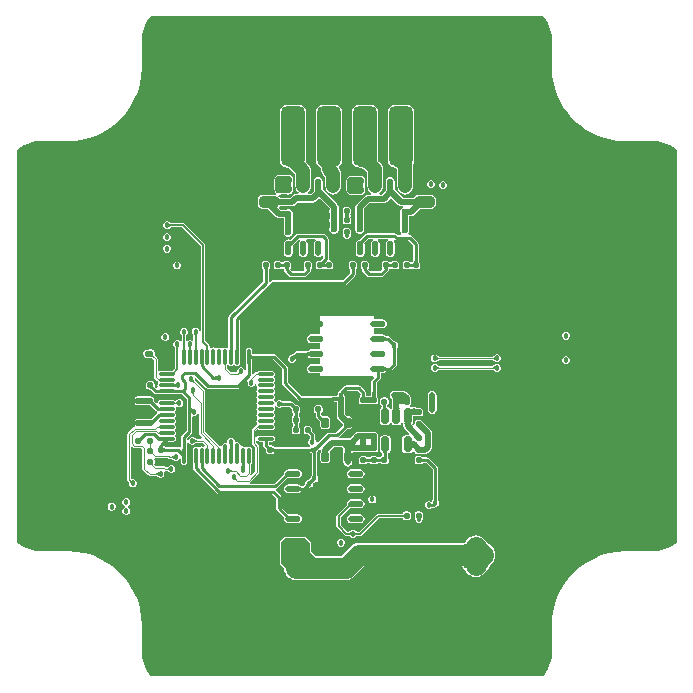
<source format=gbl>
G04*
G04 #@! TF.GenerationSoftware,Altium Limited,Altium Designer,22.0.2 (36)*
G04*
G04 Layer_Physical_Order=4*
G04 Layer_Color=6736896*
%FSLAX25Y25*%
%MOIN*%
G70*
G04*
G04 #@! TF.SameCoordinates,A7353FC2-99F2-474C-B2A2-24993EA34B63*
G04*
G04*
G04 #@! TF.FilePolarity,Positive*
G04*
G01*
G75*
%ADD10C,0.01000*%
%ADD11C,0.00400*%
%ADD14C,0.00600*%
G04:AMPARAMS|DCode=18|XSize=20mil|YSize=20mil|CornerRadius=5mil|HoleSize=0mil|Usage=FLASHONLY|Rotation=0.000|XOffset=0mil|YOffset=0mil|HoleType=Round|Shape=RoundedRectangle|*
%AMROUNDEDRECTD18*
21,1,0.02000,0.01000,0,0,0.0*
21,1,0.01000,0.02000,0,0,0.0*
1,1,0.01000,0.00500,-0.00500*
1,1,0.01000,-0.00500,-0.00500*
1,1,0.01000,-0.00500,0.00500*
1,1,0.01000,0.00500,0.00500*
%
%ADD18ROUNDEDRECTD18*%
%ADD50C,0.02000*%
%ADD54C,0.20000*%
%ADD55C,0.01800*%
%ADD56C,0.02362*%
%ADD57C,0.07000*%
%ADD58C,0.00700*%
%ADD59O,0.01968X0.05118*%
G04:AMPARAMS|DCode=60|XSize=20mil|YSize=20mil|CornerRadius=5mil|HoleSize=0mil|Usage=FLASHONLY|Rotation=270.000|XOffset=0mil|YOffset=0mil|HoleType=Round|Shape=RoundedRectangle|*
%AMROUNDEDRECTD60*
21,1,0.02000,0.01000,0,0,270.0*
21,1,0.01000,0.02000,0,0,270.0*
1,1,0.01000,-0.00500,-0.00500*
1,1,0.01000,-0.00500,0.00500*
1,1,0.01000,0.00500,0.00500*
1,1,0.01000,0.00500,-0.00500*
%
%ADD60ROUNDEDRECTD60*%
G04:AMPARAMS|DCode=61|XSize=37.64mil|YSize=63.38mil|CornerRadius=9.41mil|HoleSize=0mil|Usage=FLASHONLY|Rotation=270.000|XOffset=0mil|YOffset=0mil|HoleType=Round|Shape=RoundedRectangle|*
%AMROUNDEDRECTD61*
21,1,0.03764,0.04456,0,0,270.0*
21,1,0.01882,0.06338,0,0,270.0*
1,1,0.01882,-0.02228,-0.00941*
1,1,0.01882,-0.02228,0.00941*
1,1,0.01882,0.02228,0.00941*
1,1,0.01882,0.02228,-0.00941*
%
%ADD61ROUNDEDRECTD61*%
G04:AMPARAMS|DCode=62|XSize=90.55mil|YSize=90.55mil|CornerRadius=22.64mil|HoleSize=0mil|Usage=FLASHONLY|Rotation=0.000|XOffset=0mil|YOffset=0mil|HoleType=Round|Shape=RoundedRectangle|*
%AMROUNDEDRECTD62*
21,1,0.09055,0.04528,0,0,0.0*
21,1,0.04528,0.09055,0,0,0.0*
1,1,0.04528,0.02264,-0.02264*
1,1,0.04528,-0.02264,-0.02264*
1,1,0.04528,-0.02264,0.02264*
1,1,0.04528,0.02264,0.02264*
%
%ADD62ROUNDEDRECTD62*%
G04:AMPARAMS|DCode=63|XSize=200mil|YSize=80mil|CornerRadius=20mil|HoleSize=0mil|Usage=FLASHONLY|Rotation=270.000|XOffset=0mil|YOffset=0mil|HoleType=Round|Shape=RoundedRectangle|*
%AMROUNDEDRECTD63*
21,1,0.20000,0.04000,0,0,270.0*
21,1,0.16000,0.08000,0,0,270.0*
1,1,0.04000,-0.02000,-0.08000*
1,1,0.04000,-0.02000,0.08000*
1,1,0.04000,0.02000,0.08000*
1,1,0.04000,0.02000,-0.08000*
%
%ADD63ROUNDEDRECTD63*%
G04:AMPARAMS|DCode=64|XSize=21.65mil|YSize=57.09mil|CornerRadius=5.41mil|HoleSize=0mil|Usage=FLASHONLY|Rotation=270.000|XOffset=0mil|YOffset=0mil|HoleType=Round|Shape=RoundedRectangle|*
%AMROUNDEDRECTD64*
21,1,0.02165,0.04626,0,0,270.0*
21,1,0.01083,0.05709,0,0,270.0*
1,1,0.01083,-0.02313,-0.00541*
1,1,0.01083,-0.02313,0.00541*
1,1,0.01083,0.02313,0.00541*
1,1,0.01083,0.02313,-0.00541*
%
%ADD64ROUNDEDRECTD64*%
G04:AMPARAMS|DCode=65|XSize=21.65mil|YSize=57.09mil|CornerRadius=5.41mil|HoleSize=0mil|Usage=FLASHONLY|Rotation=270.000|XOffset=0mil|YOffset=0mil|HoleType=Round|Shape=RoundedRectangle|*
%AMROUNDEDRECTD65*
21,1,0.02165,0.04626,0,0,270.0*
21,1,0.01083,0.05709,0,0,270.0*
1,1,0.01083,-0.02313,-0.00541*
1,1,0.01083,-0.02313,0.00541*
1,1,0.01083,0.02313,0.00541*
1,1,0.01083,0.02313,-0.00541*
%
%ADD65ROUNDEDRECTD65*%
G04:AMPARAMS|DCode=66|XSize=23.62mil|YSize=35mil|CornerRadius=5.91mil|HoleSize=0mil|Usage=FLASHONLY|Rotation=0.000|XOffset=0mil|YOffset=0mil|HoleType=Round|Shape=RoundedRectangle|*
%AMROUNDEDRECTD66*
21,1,0.02362,0.02319,0,0,0.0*
21,1,0.01181,0.03500,0,0,0.0*
1,1,0.01181,0.00591,-0.01159*
1,1,0.01181,-0.00591,-0.01159*
1,1,0.01181,-0.00591,0.01159*
1,1,0.01181,0.00591,0.01159*
%
%ADD66ROUNDEDRECTD66*%
G04:AMPARAMS|DCode=67|XSize=27.56mil|YSize=51.18mil|CornerRadius=6.89mil|HoleSize=0mil|Usage=FLASHONLY|Rotation=0.000|XOffset=0mil|YOffset=0mil|HoleType=Round|Shape=RoundedRectangle|*
%AMROUNDEDRECTD67*
21,1,0.02756,0.03740,0,0,0.0*
21,1,0.01378,0.05118,0,0,0.0*
1,1,0.01378,0.00689,-0.01870*
1,1,0.01378,-0.00689,-0.01870*
1,1,0.01378,-0.00689,0.01870*
1,1,0.01378,0.00689,0.01870*
%
%ADD67ROUNDEDRECTD67*%
%ADD68O,0.05118X0.01968*%
%ADD69O,0.01200X0.05400*%
%ADD70O,0.05400X0.01200*%
%ADD71C,0.02500*%
%ADD72C,0.04500*%
G36*
X65948Y109336D02*
X66997Y107625D01*
X67765Y105771D01*
X68233Y103819D01*
X68378Y101985D01*
X68378Y101985D01*
X68378D01*
X68382Y101980D01*
Y92863D01*
X68362D01*
X68516Y90120D01*
X68976Y87411D01*
X69736Y84771D01*
X70788Y82232D01*
X72117Y79827D01*
X73707Y77587D01*
X75538Y75538D01*
X77587Y73707D01*
X79827Y72117D01*
X82232Y70788D01*
X84771Y69736D01*
X87411Y68976D01*
X90120Y68516D01*
X92863Y68362D01*
Y68382D01*
X101980D01*
X101985Y68378D01*
X101985Y68378D01*
X101985Y68378D01*
X103819Y68233D01*
X105771Y67765D01*
X107625Y66997D01*
X109336Y65948D01*
X110106Y65290D01*
Y-65290D01*
X109336Y-65948D01*
X107625Y-66997D01*
X105771Y-67765D01*
X103819Y-68233D01*
X101985Y-68378D01*
X101985Y-68378D01*
Y-68378D01*
X101980Y-68382D01*
X92863D01*
Y-68362D01*
X90120Y-68516D01*
X87411Y-68976D01*
X84771Y-69736D01*
X82232Y-70788D01*
X79827Y-72117D01*
X77587Y-73707D01*
X75538Y-75538D01*
X73707Y-77587D01*
X72117Y-79827D01*
X70788Y-82232D01*
X69736Y-84771D01*
X68976Y-87411D01*
X68516Y-90120D01*
X68362Y-92863D01*
X68382D01*
Y-101980D01*
X68378Y-101985D01*
X68378Y-101985D01*
X68378Y-101985D01*
X68233Y-103819D01*
X67765Y-105771D01*
X66997Y-107625D01*
X65948Y-109336D01*
X65290Y-110106D01*
X-65290D01*
X-65948Y-109336D01*
X-66997Y-107625D01*
X-67765Y-105771D01*
X-68233Y-103819D01*
X-68378Y-101985D01*
X-68378Y-101985D01*
X-68378D01*
X-68382Y-101980D01*
Y-92863D01*
X-68362D01*
X-68516Y-90120D01*
X-68976Y-87411D01*
X-69736Y-84771D01*
X-70788Y-82232D01*
X-72117Y-79827D01*
X-73707Y-77587D01*
X-75538Y-75538D01*
X-77587Y-73707D01*
X-79827Y-72117D01*
X-82232Y-70788D01*
X-84771Y-69736D01*
X-87411Y-68976D01*
X-90120Y-68516D01*
X-92863Y-68362D01*
Y-68382D01*
X-101980D01*
X-101985Y-68378D01*
X-101985Y-68378D01*
X-101985Y-68378D01*
X-103819Y-68233D01*
X-105771Y-67765D01*
X-107625Y-66997D01*
X-109336Y-65948D01*
X-110106Y-65290D01*
Y65290D01*
X-109336Y65948D01*
X-107625Y66997D01*
X-105771Y67765D01*
X-103819Y68233D01*
X-101985Y68378D01*
X-101985Y68378D01*
Y68378D01*
X-101980Y68382D01*
X-92863D01*
Y68362D01*
X-90120Y68516D01*
X-87411Y68976D01*
X-84771Y69736D01*
X-82232Y70788D01*
X-79827Y72117D01*
X-77587Y73707D01*
X-75538Y75538D01*
X-73707Y77587D01*
X-72117Y79827D01*
X-70788Y82232D01*
X-69736Y84771D01*
X-68976Y87411D01*
X-68516Y90120D01*
X-68362Y92863D01*
X-68382D01*
Y101980D01*
X-68378Y101985D01*
X-68378Y101985D01*
X-68378Y101985D01*
X-68233Y103819D01*
X-67765Y105771D01*
X-66997Y107625D01*
X-65948Y109336D01*
X-65290Y110106D01*
X65290D01*
X65948Y109336D01*
D02*
G37*
%LPC*%
G36*
X28359Y55300D02*
X27841D01*
X27364Y55102D01*
X26998Y54736D01*
X26800Y54259D01*
Y53741D01*
X26998Y53264D01*
X27364Y52898D01*
X27841Y52700D01*
X28359D01*
X28836Y52898D01*
X29202Y53264D01*
X29400Y53741D01*
Y54259D01*
X29202Y54736D01*
X28836Y55102D01*
X28359Y55300D01*
D02*
G37*
G36*
X32359Y55000D02*
X31841D01*
X31364Y54802D01*
X30998Y54436D01*
X30800Y53959D01*
Y53441D01*
X30998Y52964D01*
X31364Y52598D01*
X31841Y52400D01*
X32359D01*
X32836Y52598D01*
X33202Y52964D01*
X33400Y53441D01*
Y53959D01*
X33202Y54436D01*
X32836Y54802D01*
X32359Y55000D01*
D02*
G37*
G36*
X8000Y80447D02*
X4000D01*
X3064Y80261D01*
X2270Y79730D01*
X1739Y78936D01*
X1553Y78000D01*
Y62000D01*
X1739Y61064D01*
X2270Y60270D01*
X3064Y59739D01*
X3244Y59703D01*
X3248Y59698D01*
X3339Y59682D01*
X3418Y59635D01*
X3801Y59578D01*
X4490Y59437D01*
X4783Y59356D01*
X5052Y59266D01*
X5293Y59170D01*
X5505Y59067D01*
X5688Y58959D01*
X5843Y58848D01*
X5990Y58717D01*
X6010Y58710D01*
X6827Y57893D01*
Y53433D01*
X6918Y52741D01*
X7185Y52097D01*
X7610Y51543D01*
X8164Y51118D01*
X8206Y51012D01*
X7908Y50527D01*
X6900D01*
X6900Y50527D01*
X6354Y50419D01*
X5891Y50109D01*
X5891Y50109D01*
X3291Y47509D01*
X2981Y47046D01*
X2873Y46500D01*
X2873Y46500D01*
Y45785D01*
X2719Y45415D01*
Y44785D01*
X2873Y44414D01*
Y42786D01*
X2719Y42415D01*
Y41785D01*
X2873Y41414D01*
Y39786D01*
X2719Y39415D01*
Y38785D01*
X2960Y38204D01*
X3404Y37760D01*
X3985Y37519D01*
X4614D01*
X5196Y37760D01*
X5640Y38204D01*
X5881Y38785D01*
Y39415D01*
X5727Y39786D01*
Y41414D01*
X5881Y41785D01*
Y42415D01*
X5727Y42786D01*
Y44414D01*
X5881Y44785D01*
Y45415D01*
X5727Y45785D01*
Y45909D01*
X7491Y47673D01*
X12300D01*
X12300Y47673D01*
X12846Y47781D01*
X13309Y48091D01*
X14750Y49531D01*
X17168Y47113D01*
X17168Y47113D01*
X17631Y46804D01*
X18178Y46695D01*
X18678D01*
X18778Y46195D01*
X18404Y46040D01*
X17960Y45596D01*
X17719Y45015D01*
Y44385D01*
X17873Y44014D01*
Y42386D01*
X17719Y42015D01*
Y41385D01*
X17873Y41015D01*
Y39386D01*
X17719Y39015D01*
Y38385D01*
X17960Y37804D01*
X18146Y37618D01*
X17939Y37118D01*
X16880D01*
X16649Y37349D01*
X16351Y37548D01*
X16000Y37618D01*
X6800D01*
X6449Y37548D01*
X6151Y37349D01*
X4467Y35665D01*
X4431Y35650D01*
X4327Y35548D01*
X4285Y35510D01*
X3960Y35446D01*
X3502Y35140D01*
X3196Y34682D01*
X3089Y34142D01*
Y30992D01*
X3196Y30452D01*
X3502Y29994D01*
X3960Y29688D01*
X4500Y29581D01*
X5040Y29688D01*
X5498Y29994D01*
X5804Y30452D01*
X5911Y30992D01*
Y34142D01*
X5854Y34431D01*
X5871Y34451D01*
X5902Y34483D01*
X5917Y34519D01*
X5931Y34533D01*
X5957Y34551D01*
X5958Y34561D01*
X7180Y35782D01*
X8564D01*
X8715Y35282D01*
X8502Y35140D01*
X8196Y34682D01*
X8089Y34142D01*
Y30992D01*
X8196Y30452D01*
X8502Y29994D01*
X8960Y29688D01*
X9500Y29581D01*
X10040Y29688D01*
X10498Y29994D01*
X10804Y30452D01*
X10911Y30992D01*
Y34142D01*
X10804Y34682D01*
X10498Y35140D01*
X10284Y35282D01*
X10436Y35782D01*
X13564D01*
X13715Y35282D01*
X13502Y35140D01*
X13196Y34682D01*
X13089Y34142D01*
Y30992D01*
X13196Y30452D01*
X13502Y29994D01*
X13960Y29688D01*
X14500Y29581D01*
X15040Y29688D01*
X15498Y29994D01*
X15804Y30452D01*
X15911Y30992D01*
Y34142D01*
X15804Y34682D01*
X15622Y34954D01*
X15746Y35471D01*
X15791Y35532D01*
X15835Y35546D01*
X15882Y35530D01*
X16149Y35352D01*
X16500Y35282D01*
X20520D01*
X22082Y33720D01*
Y28345D01*
X22067Y28312D01*
X22067Y28293D01*
X22063Y28291D01*
X22003Y28266D01*
X21995Y28245D01*
X21851Y28149D01*
X21755Y28005D01*
X21753Y28004D01*
X21593Y27997D01*
X21266Y27997D01*
X21245Y28005D01*
X21149Y28149D01*
X20851Y28348D01*
X20500Y28418D01*
X19500D01*
X19149Y28348D01*
X18851Y28149D01*
X18652Y27851D01*
X18582Y27500D01*
Y26500D01*
X18652Y26149D01*
X18851Y25851D01*
X19149Y25652D01*
X19500Y25582D01*
X20500D01*
X20851Y25652D01*
X21149Y25851D01*
X21245Y25995D01*
X21266Y26003D01*
X21734Y26003D01*
X21755Y25995D01*
X21851Y25851D01*
X22149Y25652D01*
X22500Y25582D01*
X23500D01*
X23851Y25652D01*
X24149Y25851D01*
X24348Y26149D01*
X24418Y26500D01*
Y27500D01*
X24348Y27851D01*
X24149Y28149D01*
X24005Y28245D01*
X23997Y28266D01*
X23937Y28291D01*
X23933Y28293D01*
X23933Y28312D01*
X23918Y28345D01*
Y34100D01*
X23848Y34451D01*
X23649Y34749D01*
X21549Y36849D01*
X21251Y37048D01*
X20900Y37118D01*
X20661D01*
X20454Y37618D01*
X20640Y37804D01*
X20881Y38385D01*
Y39015D01*
X20727Y39386D01*
Y41015D01*
X20881Y41385D01*
Y42015D01*
X20727Y42386D01*
Y43273D01*
X21400D01*
X21400Y43273D01*
X21946Y43381D01*
X22409Y43691D01*
X24208Y45489D01*
X24220Y45494D01*
X24426Y45687D01*
X24585Y45814D01*
X25778D01*
X25779Y45814D01*
X25781Y45814D01*
X28228D01*
X28751Y45918D01*
X29195Y46215D01*
X29491Y46658D01*
X29595Y47181D01*
Y49063D01*
X29491Y49587D01*
X29195Y50030D01*
X28751Y50327D01*
X28228Y50431D01*
X23772D01*
X23249Y50327D01*
X22805Y50030D01*
X22612Y49741D01*
X22591Y49732D01*
X22566Y49672D01*
X22510Y49589D01*
X22498Y49584D01*
X22459Y49574D01*
X22401Y49564D01*
X22327Y49558D01*
X22225Y49555D01*
X22213Y49550D01*
X18769D01*
X16239Y52079D01*
X16235Y52091D01*
X16101Y52238D01*
X16002Y52370D01*
X15927Y52495D01*
Y53433D01*
X15911Y53514D01*
Y55008D01*
X15804Y55548D01*
X15498Y56006D01*
X15040Y56312D01*
X14500Y56419D01*
X13960Y56312D01*
X13502Y56006D01*
X13196Y55548D01*
X13089Y55008D01*
Y53514D01*
X13073Y53433D01*
Y51891D01*
X11709Y50527D01*
X11091D01*
X10795Y51012D01*
X10836Y51118D01*
X11390Y51543D01*
X11815Y52097D01*
X12082Y52741D01*
X12173Y53433D01*
Y59000D01*
X12082Y59692D01*
X11815Y60336D01*
X11390Y60890D01*
X11234Y61046D01*
X11223Y61071D01*
X10893Y61390D01*
X10887Y61393D01*
X10881Y61400D01*
X10878Y61404D01*
X10858Y61422D01*
X10419Y61861D01*
X10447Y62000D01*
Y78000D01*
X10261Y78936D01*
X9730Y79730D01*
X8936Y80261D01*
X8000Y80447D01*
D02*
G37*
G36*
X20000D02*
X16000D01*
X15064Y80261D01*
X14270Y79730D01*
X13739Y78936D01*
X13553Y78000D01*
Y62000D01*
X13739Y61064D01*
X14270Y60270D01*
X15064Y59739D01*
X15329Y59686D01*
X15410Y59636D01*
X15729Y59583D01*
X15993Y59517D01*
X16215Y59438D01*
X16395Y59349D01*
X16535Y59254D01*
X16640Y59154D01*
X16716Y59049D01*
X16770Y58935D01*
X16804Y58802D01*
X16818Y58611D01*
X16827Y58594D01*
Y53433D01*
X16918Y52741D01*
X17185Y52097D01*
X17610Y51543D01*
X18164Y51118D01*
X18393Y51023D01*
X18502Y50860D01*
X18960Y50554D01*
X19500Y50447D01*
X20040Y50554D01*
X20498Y50860D01*
X20607Y51023D01*
X20836Y51118D01*
X21390Y51543D01*
X21815Y52097D01*
X22082Y52741D01*
X22173Y53433D01*
Y58621D01*
X22183Y58645D01*
X22181Y58649D01*
X22183Y58652D01*
X22173Y59240D01*
Y60500D01*
X22125Y60861D01*
X22261Y61064D01*
X22447Y62000D01*
Y78000D01*
X22261Y78936D01*
X21730Y79730D01*
X20936Y80261D01*
X20000Y80447D01*
D02*
G37*
G36*
X-4000D02*
X-8000D01*
X-8936Y80261D01*
X-9730Y79730D01*
X-10261Y78936D01*
X-10447Y78000D01*
Y62000D01*
X-10261Y61064D01*
X-9730Y60270D01*
X-9326Y60000D01*
X-9309Y59957D01*
X-9240Y59929D01*
X-9190Y59873D01*
X-9070Y59816D01*
X-8988Y59763D01*
X-8919Y59705D01*
X-8861Y59641D01*
X-8811Y59569D01*
X-8768Y59486D01*
X-8733Y59389D01*
X-8706Y59276D01*
X-8689Y59147D01*
X-8683Y58982D01*
X-8666Y58946D01*
X-8582Y58308D01*
X-8315Y57664D01*
X-7890Y57110D01*
X-7173Y56393D01*
Y53433D01*
X-7082Y52741D01*
X-6815Y52097D01*
X-6390Y51543D01*
X-5836Y51118D01*
X-5607Y51023D01*
X-5498Y50860D01*
X-5040Y50554D01*
X-4500Y50447D01*
X-3960Y50554D01*
X-3502Y50860D01*
X-3393Y51023D01*
X-3164Y51118D01*
X-2610Y51543D01*
X-2185Y52097D01*
X-1918Y52741D01*
X-1827Y53433D01*
Y57500D01*
X-1918Y58192D01*
X-2185Y58836D01*
X-2610Y59390D01*
X-2627Y59407D01*
X-2688Y59562D01*
X-2689Y59680D01*
X-2577Y60064D01*
X-2270Y60270D01*
X-1739Y61064D01*
X-1553Y62000D01*
Y78000D01*
X-1739Y78936D01*
X-2270Y79730D01*
X-3064Y80261D01*
X-4000Y80447D01*
D02*
G37*
G36*
X-16000D02*
X-20000D01*
X-20936Y80261D01*
X-21730Y79730D01*
X-22261Y78936D01*
X-22447Y78000D01*
Y62000D01*
X-22261Y61064D01*
X-21730Y60270D01*
X-20936Y59739D01*
X-20756Y59703D01*
X-20752Y59698D01*
X-20663Y59683D01*
X-20586Y59635D01*
X-20310Y59592D01*
X-20059Y59539D01*
X-19821Y59475D01*
X-19598Y59401D01*
X-19388Y59315D01*
X-19191Y59220D01*
X-19007Y59114D01*
X-18836Y58997D01*
X-18677Y58871D01*
X-18516Y58723D01*
X-18495Y58714D01*
X-17173Y57393D01*
Y53433D01*
X-17082Y52741D01*
X-16815Y52097D01*
X-16390Y51543D01*
X-15979Y51227D01*
X-16148Y50727D01*
X-17000D01*
X-17000Y50727D01*
X-17546Y50619D01*
X-18009Y50309D01*
X-18769Y49550D01*
X-22213D01*
X-22225Y49555D01*
X-22327Y49558D01*
X-22401Y49564D01*
X-22459Y49574D01*
X-22498Y49584D01*
X-22510Y49589D01*
X-22566Y49672D01*
X-22591Y49732D01*
X-22612Y49741D01*
X-22798Y50019D01*
X-22784Y50090D01*
X-22637Y50519D01*
X-22185D01*
X-21604Y50760D01*
X-21546Y50818D01*
X-21023D01*
X-21022Y50817D01*
X-20646Y50809D01*
X-20481Y50796D01*
X-20432Y50789D01*
X-20424Y50788D01*
X-20396Y50760D01*
X-20268Y50707D01*
X-20040Y50554D01*
X-19500Y50447D01*
X-18960Y50554D01*
X-18732Y50707D01*
X-18604Y50760D01*
X-18507Y50857D01*
X-18502Y50860D01*
X-18499Y50865D01*
X-18160Y51204D01*
X-17919Y51785D01*
Y51991D01*
X-17818Y52500D01*
X-17946Y53144D01*
X-18089Y53358D01*
Y54376D01*
X-17919Y54786D01*
Y54991D01*
X-17818Y55500D01*
X-17946Y56144D01*
X-18310Y56690D01*
X-18856Y57054D01*
X-19500Y57182D01*
X-21052D01*
X-21083Y57183D01*
X-21084Y57182D01*
X-22500D01*
X-23144Y57054D01*
X-23690Y56690D01*
X-24054Y56144D01*
X-24182Y55500D01*
Y52500D01*
X-24081Y51991D01*
Y51785D01*
X-23840Y51204D01*
X-23528Y50892D01*
X-23770Y50434D01*
X-23774Y50431D01*
X-28228D01*
X-28751Y50327D01*
X-29195Y50030D01*
X-29491Y49587D01*
X-29595Y49063D01*
Y47181D01*
X-29491Y46658D01*
X-29195Y46215D01*
X-28751Y45918D01*
X-28228Y45814D01*
X-27566D01*
X-27564Y45813D01*
X-27310Y45812D01*
X-26860Y45784D01*
X-26677Y45759D01*
X-26513Y45726D01*
X-26371Y45686D01*
X-26252Y45643D01*
X-26157Y45596D01*
X-26085Y45549D01*
X-26006Y45482D01*
X-25997Y45479D01*
X-23509Y42991D01*
X-23509Y42991D01*
X-23046Y42681D01*
X-22500Y42573D01*
X-22500Y42573D01*
X-20927D01*
Y41686D01*
X-21081Y41315D01*
Y40685D01*
X-20927Y40314D01*
Y38686D01*
X-21081Y38315D01*
Y37685D01*
X-20840Y37104D01*
X-20396Y36660D01*
X-19815Y36419D01*
X-19185D01*
X-18604Y36660D01*
X-18160Y37104D01*
X-17919Y37685D01*
Y38315D01*
X-18073Y38686D01*
Y40314D01*
X-17919Y40685D01*
Y41315D01*
X-18073Y41686D01*
Y43314D01*
X-17919Y43685D01*
Y44315D01*
X-18160Y44896D01*
X-18604Y45340D01*
X-19185Y45581D01*
X-19815D01*
X-20186Y45427D01*
X-21909D01*
X-22523Y46042D01*
X-22552Y46244D01*
X-22493Y46360D01*
X-22312Y46582D01*
X-22194Y46695D01*
X-18178D01*
X-18178Y46695D01*
X-17631Y46804D01*
X-17168Y47113D01*
X-16409Y47873D01*
X-11300D01*
X-11300Y47873D01*
X-10754Y47981D01*
X-10291Y48291D01*
X-9150Y49431D01*
X-5627Y45909D01*
Y45785D01*
X-5781Y45415D01*
Y44785D01*
X-5627Y44414D01*
Y42786D01*
X-5781Y42415D01*
Y41785D01*
X-5627Y41414D01*
Y39786D01*
X-5781Y39415D01*
Y38785D01*
X-5540Y38204D01*
X-5096Y37760D01*
X-4515Y37519D01*
X-3886D01*
X-3304Y37760D01*
X-2860Y38204D01*
X-2619Y38785D01*
Y39415D01*
X-2773Y39786D01*
Y41414D01*
X-2619Y41785D01*
Y42415D01*
X-2773Y42786D01*
Y44414D01*
X-2619Y44785D01*
Y45415D01*
X-2773Y45785D01*
Y46500D01*
X-2773Y46500D01*
X-2881Y47046D01*
X-3191Y47509D01*
X-3191Y47509D01*
X-7761Y52079D01*
X-7765Y52091D01*
X-7899Y52238D01*
X-7998Y52370D01*
X-8073Y52495D01*
Y53433D01*
X-8089Y53514D01*
Y55008D01*
X-8196Y55548D01*
X-8502Y56006D01*
X-8960Y56312D01*
X-9500Y56419D01*
X-10040Y56312D01*
X-10498Y56006D01*
X-10804Y55548D01*
X-10911Y55008D01*
Y53514D01*
X-10927Y53433D01*
Y51800D01*
X-10927Y51800D01*
X-10927Y51800D01*
Y51691D01*
X-11891Y50727D01*
X-12852D01*
X-13021Y51227D01*
X-12610Y51543D01*
X-12185Y52097D01*
X-11918Y52741D01*
X-11827Y53433D01*
Y58500D01*
X-11918Y59192D01*
X-12185Y59836D01*
X-12610Y60390D01*
X-12856Y60636D01*
X-12865Y60659D01*
X-13337Y61152D01*
X-13538Y61388D01*
X-13600Y61470D01*
X-13638Y61528D01*
X-13644Y61541D01*
X-13553Y62000D01*
Y78000D01*
X-13739Y78936D01*
X-14270Y79730D01*
X-15064Y80261D01*
X-16000Y80447D01*
D02*
G37*
G36*
X2780Y56783D02*
X2779Y56782D01*
X1500D01*
X856Y56654D01*
X310Y56290D01*
X-54Y55744D01*
X-182Y55100D01*
Y52100D01*
X-54Y51456D01*
X310Y50910D01*
X856Y50546D01*
X1500Y50418D01*
X2757D01*
X2759Y50417D01*
X2760Y50418D01*
X2770D01*
X2771Y50417D01*
X2787Y50418D01*
X4500D01*
X5144Y50546D01*
X5690Y50910D01*
X6054Y51456D01*
X6182Y52100D01*
X6054Y52744D01*
X5911Y52958D01*
Y54242D01*
X6054Y54456D01*
X6182Y55100D01*
X6054Y55744D01*
X5690Y56290D01*
X5144Y56654D01*
X4500Y56782D01*
X2834D01*
X2782Y56783D01*
X2781Y56783D01*
X2780Y56783D01*
D02*
G37*
G36*
X500Y46418D02*
X-500D01*
X-851Y46348D01*
X-1149Y46149D01*
X-1348Y45851D01*
X-1418Y45500D01*
Y44500D01*
X-1348Y44149D01*
X-1218Y43955D01*
X-1300Y43759D01*
Y43241D01*
X-1218Y43045D01*
X-1348Y42851D01*
X-1418Y42500D01*
Y41500D01*
X-1348Y41149D01*
X-1149Y40851D01*
X-851Y40652D01*
X-500Y40582D01*
X500D01*
X851Y40652D01*
X1149Y40851D01*
X1348Y41149D01*
X1418Y41500D01*
Y42500D01*
X1348Y42851D01*
X1218Y43045D01*
X1300Y43241D01*
Y43759D01*
X1218Y43955D01*
X1348Y44149D01*
X1418Y44500D01*
Y45500D01*
X1348Y45851D01*
X1149Y46149D01*
X851Y46348D01*
X500Y46418D01*
D02*
G37*
G36*
Y39418D02*
X-500D01*
X-851Y39348D01*
X-1149Y39149D01*
X-1348Y38851D01*
X-1418Y38500D01*
Y37500D01*
X-1348Y37149D01*
X-1300Y37077D01*
Y36741D01*
X-1102Y36264D01*
X-736Y35898D01*
X-259Y35700D01*
X259D01*
X736Y35898D01*
X1102Y36264D01*
X1300Y36741D01*
Y37077D01*
X1348Y37149D01*
X1418Y37500D01*
Y38500D01*
X1348Y38851D01*
X1149Y39149D01*
X851Y39348D01*
X500Y39418D01*
D02*
G37*
G36*
X-59741Y37700D02*
X-60259D01*
X-60736Y37502D01*
X-61102Y37136D01*
X-61300Y36659D01*
Y36141D01*
X-61102Y35664D01*
X-60736Y35298D01*
X-60259Y35100D01*
X-59741D01*
X-59264Y35298D01*
X-58898Y35664D01*
X-58700Y36141D01*
Y36659D01*
X-58898Y37136D01*
X-59264Y37502D01*
X-59741Y37700D01*
D02*
G37*
G36*
X-59641Y33800D02*
X-60159D01*
X-60636Y33602D01*
X-61002Y33236D01*
X-61200Y32759D01*
Y32241D01*
X-61002Y31764D01*
X-60636Y31398D01*
X-60159Y31200D01*
X-59641D01*
X-59164Y31398D01*
X-58798Y31764D01*
X-58600Y32241D01*
Y32759D01*
X-58798Y33236D01*
X-59164Y33602D01*
X-59641Y33800D01*
D02*
G37*
G36*
X-7800Y37518D02*
X-16400D01*
X-16751Y37448D01*
X-17049Y37249D01*
X-18537Y35760D01*
X-18916Y35439D01*
X-18956Y35443D01*
X-18960Y35446D01*
X-19500Y35553D01*
X-20040Y35446D01*
X-20498Y35140D01*
X-20804Y34682D01*
X-20911Y34142D01*
Y30992D01*
X-20804Y30452D01*
X-20498Y29994D01*
X-20040Y29688D01*
X-19500Y29581D01*
X-18960Y29688D01*
X-18502Y29994D01*
X-18196Y30452D01*
X-18089Y30992D01*
Y33561D01*
X-18068Y33596D01*
X-18034Y33642D01*
X-17977Y33705D01*
X-17965Y33738D01*
X-16053Y35649D01*
X-15679Y35605D01*
X-15548Y35269D01*
X-15508Y35124D01*
X-15804Y34682D01*
X-15911Y34142D01*
Y30992D01*
X-15804Y30452D01*
X-15498Y29994D01*
X-15040Y29688D01*
X-14500Y29581D01*
X-13960Y29688D01*
X-13502Y29994D01*
X-13196Y30452D01*
X-13089Y30992D01*
Y34142D01*
X-13196Y34682D01*
X-13502Y35140D01*
X-13566Y35182D01*
X-13414Y35682D01*
X-10586D01*
X-10434Y35182D01*
X-10498Y35140D01*
X-10804Y34682D01*
X-10911Y34142D01*
Y30992D01*
X-10804Y30452D01*
X-10498Y29994D01*
X-10040Y29688D01*
X-9500Y29581D01*
X-8960Y29688D01*
X-8502Y29994D01*
X-8418Y30120D01*
X-7918Y29969D01*
Y29380D01*
X-8759Y28538D01*
X-8794Y28526D01*
X-8894Y28431D01*
X-8911Y28418D01*
X-9414D01*
X-9417Y28418D01*
X-9419Y28418D01*
X-9500D01*
X-9851Y28348D01*
X-10149Y28149D01*
X-10348Y27851D01*
X-10418Y27500D01*
Y26500D01*
X-10348Y26149D01*
X-10149Y25851D01*
X-9851Y25652D01*
X-9500Y25582D01*
X-8500D01*
X-8149Y25652D01*
X-7851Y25851D01*
X-7755Y25995D01*
X-7734Y26003D01*
X-7266Y26003D01*
X-7245Y25995D01*
X-7149Y25851D01*
X-6851Y25652D01*
X-6500Y25582D01*
X-5500D01*
X-5149Y25652D01*
X-4851Y25851D01*
X-4652Y26149D01*
X-4582Y26500D01*
Y27500D01*
X-4652Y27851D01*
X-4851Y28149D01*
X-5149Y28348D01*
X-5500Y28418D01*
X-5727D01*
X-5766Y28439D01*
X-6099Y28918D01*
X-6082Y29000D01*
Y35800D01*
X-6152Y36151D01*
X-6351Y36449D01*
X-7151Y37249D01*
X-7449Y37448D01*
X-7800Y37518D01*
D02*
G37*
G36*
X16500Y28418D02*
X15500D01*
X15149Y28348D01*
X14851Y28149D01*
X14755Y28005D01*
X14734Y27997D01*
X14266Y27997D01*
X14245Y28005D01*
X14149Y28149D01*
X13851Y28348D01*
X13500Y28418D01*
X12500D01*
X12149Y28348D01*
X11851Y28149D01*
X11652Y27851D01*
X11582Y27500D01*
Y26500D01*
X11652Y26149D01*
X11851Y25851D01*
X11869Y25667D01*
X11120Y24918D01*
X7780D01*
X7328Y25370D01*
X7149Y25851D01*
X7348Y26149D01*
X7418Y26500D01*
Y27500D01*
X7348Y27851D01*
X7149Y28149D01*
X6851Y28348D01*
X6500Y28418D01*
X5500D01*
X5149Y28348D01*
X4851Y28149D01*
X4652Y27851D01*
X4582Y27500D01*
Y26500D01*
X4652Y26149D01*
X4851Y25851D01*
X4995Y25755D01*
X5003Y25734D01*
X5063Y25709D01*
X5067Y25707D01*
X5067Y25688D01*
X5082Y25655D01*
Y25400D01*
X5152Y25049D01*
X5351Y24751D01*
X6751Y23351D01*
X7049Y23152D01*
X7400Y23082D01*
X11500D01*
X11851Y23152D01*
X12149Y23351D01*
X13649Y24851D01*
X13848Y25149D01*
X13918Y25500D01*
Y25655D01*
X13933Y25688D01*
X13933Y25707D01*
X13937Y25709D01*
X13997Y25734D01*
X14005Y25755D01*
X14149Y25851D01*
X14245Y25995D01*
X14266Y26003D01*
X14734Y26003D01*
X14755Y25995D01*
X14851Y25851D01*
X15149Y25652D01*
X15500Y25582D01*
X16500D01*
X16851Y25652D01*
X17149Y25851D01*
X17348Y26149D01*
X17418Y26500D01*
Y27500D01*
X17348Y27851D01*
X17149Y28149D01*
X16851Y28348D01*
X16500Y28418D01*
D02*
G37*
G36*
X-56341Y28200D02*
X-56859D01*
X-57336Y28002D01*
X-57702Y27636D01*
X-57900Y27159D01*
Y26641D01*
X-57702Y26164D01*
X-57336Y25798D01*
X-56859Y25600D01*
X-56341D01*
X-55864Y25798D01*
X-55498Y26164D01*
X-55300Y26641D01*
Y27159D01*
X-55498Y27636D01*
X-55864Y28002D01*
X-56341Y28200D01*
D02*
G37*
G36*
X-12500Y28418D02*
X-13500D01*
X-13851Y28348D01*
X-14149Y28149D01*
X-14348Y27851D01*
X-14418Y27500D01*
Y26500D01*
X-14348Y26149D01*
X-14149Y25851D01*
X-14177Y25354D01*
X-14206Y25292D01*
X-14207Y25291D01*
X-14580Y24918D01*
X-18320D01*
X-18738Y25335D01*
X-18851Y25851D01*
X-18652Y26149D01*
X-18582Y26500D01*
Y27500D01*
X-18652Y27851D01*
X-18851Y28149D01*
X-19149Y28348D01*
X-19500Y28418D01*
X-20500D01*
X-20851Y28348D01*
X-21149Y28149D01*
X-21245Y28005D01*
X-21266Y27997D01*
X-21734Y27997D01*
X-21755Y28005D01*
X-21851Y28149D01*
X-22149Y28348D01*
X-22500Y28418D01*
X-23500D01*
X-23851Y28348D01*
X-24149Y28149D01*
X-24348Y27851D01*
X-24418Y27500D01*
Y26500D01*
X-24348Y26149D01*
X-24149Y25851D01*
X-23851Y25652D01*
X-23500Y25582D01*
X-22500D01*
X-22149Y25652D01*
X-21851Y25851D01*
X-21755Y25995D01*
X-21753Y25996D01*
X-21593Y26003D01*
X-21273Y26003D01*
X-21205Y25935D01*
X-21149Y25851D01*
X-21065Y25795D01*
X-20918Y25648D01*
Y25300D01*
X-20848Y24949D01*
X-20649Y24651D01*
X-19349Y23351D01*
X-19051Y23152D01*
X-18700Y23082D01*
X-14200D01*
X-13849Y23152D01*
X-13551Y23351D01*
X-12351Y24551D01*
X-12152Y24849D01*
X-12082Y25200D01*
Y25655D01*
X-12067Y25688D01*
X-12067Y25707D01*
X-12063Y25709D01*
X-12003Y25734D01*
X-11995Y25755D01*
X-11851Y25851D01*
X-11652Y26149D01*
X-11582Y26500D01*
Y27500D01*
X-11652Y27851D01*
X-11851Y28149D01*
X-12149Y28348D01*
X-12500Y28418D01*
D02*
G37*
G36*
X-59641Y41600D02*
X-60159D01*
X-60636Y41402D01*
X-61002Y41036D01*
X-61200Y40559D01*
Y40041D01*
X-61002Y39564D01*
X-60636Y39198D01*
X-60159Y39000D01*
X-59641D01*
X-59164Y39198D01*
X-59034Y39327D01*
X-58958Y39357D01*
X-58904Y39409D01*
X-58860Y39445D01*
X-58817Y39476D01*
X-58775Y39501D01*
X-58734Y39521D01*
X-58692Y39538D01*
X-58650Y39550D01*
X-58606Y39559D01*
X-58560Y39565D01*
X-58494Y39567D01*
X-58453Y39586D01*
X-54796D01*
X-48614Y33404D01*
Y5092D01*
X-49100Y5059D01*
X-49298Y5536D01*
X-49664Y5902D01*
X-50141Y6100D01*
X-50659D01*
X-51136Y5902D01*
X-51502Y5536D01*
X-51700Y5059D01*
Y4541D01*
X-51502Y4064D01*
X-51365Y3926D01*
X-51335Y3850D01*
X-51294Y3808D01*
X-51270Y3778D01*
X-51249Y3746D01*
X-51230Y3712D01*
X-51214Y3676D01*
X-51200Y3636D01*
X-51189Y3591D01*
X-51180Y3542D01*
X-51175Y3487D01*
X-51173Y3413D01*
X-51154Y3373D01*
Y2000D01*
X-51622Y1760D01*
X-52100Y1958D01*
X-52617D01*
X-53035Y1785D01*
X-53300Y1884D01*
X-53535Y2027D01*
Y3377D01*
X-53517Y3417D01*
X-53515Y3491D01*
X-53509Y3546D01*
X-53501Y3596D01*
X-53490Y3642D01*
X-53476Y3683D01*
X-53460Y3720D01*
X-53441Y3754D01*
X-53420Y3787D01*
X-53395Y3818D01*
X-53354Y3861D01*
X-53326Y3935D01*
X-53198Y4064D01*
X-53000Y4541D01*
Y5059D01*
X-53198Y5536D01*
X-53564Y5902D01*
X-54041Y6100D01*
X-54559D01*
X-55036Y5902D01*
X-55402Y5536D01*
X-55600Y5059D01*
Y4541D01*
X-55402Y4064D01*
X-55274Y3935D01*
X-55246Y3861D01*
X-55205Y3818D01*
X-55181Y3787D01*
X-55159Y3754D01*
X-55141Y3720D01*
X-55124Y3683D01*
X-55111Y3642D01*
X-55099Y3596D01*
X-55090Y3546D01*
X-55085Y3491D01*
X-55083Y3417D01*
X-55065Y3377D01*
Y1810D01*
X-55565Y1603D01*
X-55764Y1802D01*
X-56241Y2000D01*
X-56759D01*
X-57236Y1802D01*
X-57602Y1436D01*
X-57800Y959D01*
Y441D01*
X-57602Y-36D01*
X-57474Y-165D01*
X-57446Y-239D01*
X-57405Y-282D01*
X-57380Y-313D01*
X-57359Y-346D01*
X-57341Y-380D01*
X-57324Y-417D01*
X-57310Y-458D01*
X-57299Y-504D01*
X-57291Y-554D01*
X-57285Y-609D01*
X-57283Y-683D01*
X-57265Y-723D01*
Y-7283D01*
X-58073Y-8091D01*
X-58112Y-8106D01*
X-58153Y-8143D01*
X-58167Y-8154D01*
X-62100D01*
X-62490Y-8231D01*
X-62551Y-8272D01*
X-63051Y-8004D01*
Y-4300D01*
X-63241Y-3841D01*
X-64073Y-3008D01*
X-64069Y-3000D01*
X-64082Y-2969D01*
Y-2000D01*
X-64152Y-1649D01*
X-64351Y-1351D01*
X-64649Y-1152D01*
X-65000Y-1082D01*
X-66000D01*
X-66351Y-1152D01*
X-66423Y-1200D01*
X-66859D01*
X-67336Y-1398D01*
X-67702Y-1764D01*
X-67900Y-2241D01*
Y-2759D01*
X-67702Y-3236D01*
X-67336Y-3602D01*
X-66859Y-3800D01*
X-66423D01*
X-66351Y-3848D01*
X-66000Y-3918D01*
X-65031D01*
X-65000Y-3931D01*
X-64991Y-3927D01*
X-64349Y-4569D01*
Y-10200D01*
X-64159Y-10659D01*
X-63218Y-11601D01*
X-62911Y-11728D01*
X-62855Y-11811D01*
X-62821Y-11924D01*
Y-12389D01*
X-63042Y-12720D01*
X-63120Y-13110D01*
X-63080Y-13308D01*
X-63318Y-13791D01*
X-63395Y-13872D01*
X-63594Y-13909D01*
X-63978Y-13524D01*
X-63992Y-13489D01*
X-64059Y-13419D01*
X-64082Y-13391D01*
Y-12500D01*
X-64152Y-12149D01*
X-64351Y-11851D01*
X-64649Y-11652D01*
X-65000Y-11582D01*
X-66000D01*
X-66351Y-11652D01*
X-66649Y-11851D01*
X-66848Y-12149D01*
X-66918Y-12500D01*
Y-13500D01*
X-66848Y-13851D01*
X-66649Y-14149D01*
X-66351Y-14348D01*
X-66200Y-14378D01*
X-66194Y-14385D01*
X-66150Y-14388D01*
X-66070Y-14404D01*
X-66010Y-14430D01*
X-65925Y-14432D01*
X-65857Y-14437D01*
X-65798Y-14445D01*
X-65747Y-14454D01*
X-65705Y-14465D01*
X-65671Y-14477D01*
X-65645Y-14489D01*
X-65626Y-14499D01*
X-65613Y-14509D01*
X-65586Y-14533D01*
X-65554Y-14544D01*
X-64370Y-15728D01*
X-64072Y-15927D01*
X-63721Y-15996D01*
X-62527D01*
X-62490Y-16021D01*
X-62100Y-16098D01*
X-57900D01*
X-57510Y-16021D01*
X-57473Y-15996D01*
X-55059D01*
X-53418Y-17638D01*
Y-20697D01*
X-53431Y-20741D01*
X-53418Y-20766D01*
Y-28220D01*
X-54976Y-29778D01*
X-55174Y-30076D01*
X-55244Y-30427D01*
Y-33577D01*
X-55501Y-33739D01*
X-55744Y-33807D01*
X-55976Y-33652D01*
X-56327Y-33582D01*
X-60494D01*
X-60769Y-33179D01*
X-60785Y-33103D01*
X-60716Y-32840D01*
X-59852Y-31977D01*
X-59822Y-31967D01*
X-59795Y-31943D01*
X-59782Y-31935D01*
X-59756Y-31922D01*
X-59715Y-31907D01*
X-59659Y-31891D01*
X-59590Y-31877D01*
X-59512Y-31865D01*
X-59300Y-31849D01*
X-59178Y-31847D01*
X-59176Y-31846D01*
X-57900D01*
X-57510Y-31769D01*
X-57179Y-31548D01*
X-56958Y-31217D01*
X-56880Y-30827D01*
X-56958Y-30437D01*
X-57179Y-30106D01*
Y-29579D01*
X-56958Y-29248D01*
X-56880Y-28858D01*
X-56958Y-28468D01*
X-57179Y-28137D01*
Y-27611D01*
X-56958Y-27280D01*
X-56880Y-26890D01*
X-56958Y-26500D01*
X-57179Y-26169D01*
Y-25642D01*
X-56958Y-25311D01*
X-56880Y-24921D01*
X-56958Y-24531D01*
X-57179Y-24200D01*
Y-23674D01*
X-56958Y-23343D01*
X-56880Y-22953D01*
X-56958Y-22563D01*
X-57179Y-22232D01*
Y-21705D01*
X-56958Y-21374D01*
X-56880Y-20984D01*
X-56958Y-20594D01*
X-56989Y-20549D01*
X-56764Y-20007D01*
X-56679Y-19976D01*
X-56652Y-19986D01*
X-56521Y-20118D01*
X-56043Y-20316D01*
X-55526D01*
X-55048Y-20118D01*
X-54682Y-19752D01*
X-54484Y-19274D01*
Y-18757D01*
X-54682Y-18279D01*
X-55048Y-17914D01*
X-55526Y-17716D01*
X-56043D01*
X-56521Y-17914D01*
X-56652Y-18045D01*
X-56730Y-18076D01*
X-56789Y-18109D01*
X-57179Y-18295D01*
X-57510Y-18074D01*
X-57900Y-17996D01*
X-62100D01*
X-62490Y-18074D01*
X-62821Y-18295D01*
X-63042Y-18626D01*
X-63080Y-18815D01*
X-63592Y-19011D01*
X-64106Y-18496D01*
X-64119Y-18462D01*
X-64209Y-18366D01*
X-64227Y-18343D01*
Y-17811D01*
X-64227Y-17811D01*
X-64227Y-17811D01*
Y-17718D01*
X-64300Y-17351D01*
X-64508Y-17040D01*
X-64820Y-16832D01*
X-65187Y-16759D01*
X-69813D01*
X-70180Y-16832D01*
X-70492Y-17040D01*
X-70700Y-17351D01*
X-70773Y-17718D01*
Y-18801D01*
X-70700Y-19168D01*
X-70492Y-19480D01*
X-70180Y-19688D01*
X-69813Y-19761D01*
X-65987D01*
X-65985Y-19762D01*
X-65983Y-19761D01*
X-65946D01*
X-65946Y-19761D01*
X-65946Y-19761D01*
X-65467D01*
X-65455Y-19770D01*
X-65351Y-19868D01*
X-65331Y-19876D01*
X-65320Y-19895D01*
X-65297Y-19901D01*
X-63565Y-21633D01*
X-63381Y-21756D01*
X-63310Y-22189D01*
X-63327Y-22330D01*
X-65140Y-24142D01*
X-65176Y-24156D01*
X-65209Y-24189D01*
X-65265Y-24237D01*
X-65267Y-24239D01*
X-69813D01*
X-70180Y-24312D01*
X-70492Y-24520D01*
X-70700Y-24832D01*
X-70773Y-25199D01*
Y-26281D01*
X-70755Y-26373D01*
X-70721Y-26669D01*
X-71065Y-27002D01*
X-71159Y-27041D01*
X-73059Y-28941D01*
X-73249Y-29400D01*
Y-44500D01*
X-73059Y-44959D01*
X-72772Y-45246D01*
X-72756Y-45283D01*
X-72741Y-45330D01*
X-72726Y-45388D01*
X-72716Y-45451D01*
X-72701Y-45629D01*
X-72699Y-45730D01*
X-72666Y-45807D01*
Y-45992D01*
X-72469Y-46470D01*
X-72103Y-46836D01*
X-71625Y-47034D01*
X-71108D01*
X-70630Y-46836D01*
X-70264Y-46470D01*
X-70066Y-45992D01*
Y-45475D01*
X-70264Y-44997D01*
X-70630Y-44631D01*
X-71108Y-44434D01*
X-71293D01*
X-71370Y-44401D01*
X-71477Y-44399D01*
X-71565Y-44394D01*
X-71643Y-44385D01*
X-71712Y-44374D01*
X-71770Y-44359D01*
X-71818Y-44344D01*
X-71854Y-44328D01*
X-71951Y-44231D01*
Y-33621D01*
X-71489Y-33430D01*
X-71259Y-33659D01*
X-70800Y-33849D01*
X-68585D01*
X-68149Y-34285D01*
Y-40800D01*
X-67959Y-41259D01*
X-66159Y-43059D01*
X-65700Y-43249D01*
X-63438D01*
X-63402Y-43264D01*
X-63357Y-43287D01*
X-63306Y-43317D01*
X-63254Y-43354D01*
X-63118Y-43469D01*
X-63045Y-43540D01*
X-62968Y-43571D01*
X-62836Y-43702D01*
X-62359Y-43900D01*
X-61841D01*
X-61364Y-43702D01*
X-60998Y-43336D01*
X-60800Y-42859D01*
Y-42341D01*
X-60938Y-42009D01*
X-60600Y-41608D01*
X-60500Y-41649D01*
X-59838D01*
X-59802Y-41664D01*
X-59757Y-41687D01*
X-59706Y-41717D01*
X-59654Y-41754D01*
X-59518Y-41869D01*
X-59445Y-41940D01*
X-59368Y-41971D01*
X-59236Y-42102D01*
X-58759Y-42300D01*
X-58241D01*
X-57764Y-42102D01*
X-57398Y-41736D01*
X-57200Y-41259D01*
Y-40741D01*
X-57398Y-40264D01*
X-57764Y-39898D01*
X-58241Y-39700D01*
X-58759D01*
X-59236Y-39898D01*
X-59368Y-40029D01*
X-59445Y-40060D01*
X-59522Y-40135D01*
X-59588Y-40194D01*
X-59649Y-40243D01*
X-59706Y-40282D01*
X-59757Y-40313D01*
X-59802Y-40336D01*
X-59838Y-40351D01*
X-60231D01*
X-60541Y-40041D01*
X-61000Y-39851D01*
X-63631D01*
X-64149Y-39333D01*
X-64082Y-39000D01*
Y-38000D01*
X-64152Y-37649D01*
X-64177Y-37611D01*
X-64110Y-37435D01*
X-63885Y-37149D01*
X-59769D01*
X-59459Y-37459D01*
X-59000Y-37649D01*
X-58338D01*
X-58302Y-37664D01*
X-58257Y-37687D01*
X-58206Y-37718D01*
X-58154Y-37754D01*
X-58018Y-37869D01*
X-57945Y-37940D01*
X-57868Y-37971D01*
X-57736Y-38102D01*
X-57259Y-38300D01*
X-56741D01*
X-56264Y-38102D01*
X-55898Y-37736D01*
X-55846Y-37612D01*
X-55346Y-37711D01*
Y-38600D01*
X-55269Y-38990D01*
X-55048Y-39321D01*
X-54717Y-39542D01*
X-54327Y-39620D01*
X-53937Y-39542D01*
X-53606Y-39321D01*
X-53385Y-38990D01*
X-53307Y-38600D01*
Y-34400D01*
X-53385Y-34010D01*
X-53409Y-33973D01*
Y-30807D01*
X-51851Y-29249D01*
X-51652Y-28951D01*
X-51582Y-28600D01*
Y-23516D01*
X-51259Y-23300D01*
X-50741D01*
X-50264Y-23102D01*
X-49898Y-22736D01*
X-49849Y-22619D01*
X-49349Y-22719D01*
Y-29031D01*
X-49159Y-29491D01*
X-48299Y-30351D01*
X-48506Y-30851D01*
X-50196D01*
X-50240Y-30834D01*
X-50294Y-30811D01*
X-50354Y-30779D01*
X-50418Y-30741D01*
X-50577Y-30630D01*
X-50664Y-30562D01*
X-50713Y-30548D01*
X-50764Y-30498D01*
X-51241Y-30300D01*
X-51759D01*
X-52236Y-30498D01*
X-52602Y-30864D01*
X-52800Y-31341D01*
Y-31859D01*
X-52602Y-32336D01*
X-52236Y-32702D01*
X-51759Y-32900D01*
X-51241D01*
X-50764Y-32702D01*
X-50531Y-32469D01*
X-50457Y-32430D01*
X-50394Y-32353D01*
X-50340Y-32295D01*
X-50290Y-32248D01*
X-50244Y-32210D01*
X-50202Y-32181D01*
X-50166Y-32161D01*
X-50140Y-32149D01*
X-48269D01*
X-47324Y-33095D01*
X-47433Y-33389D01*
X-47939Y-33520D01*
X-48031Y-33458D01*
X-48421Y-33380D01*
X-48812Y-33458D01*
X-49142Y-33679D01*
X-49669D01*
X-50000Y-33458D01*
X-50390Y-33380D01*
X-50780Y-33458D01*
X-51111Y-33679D01*
X-51332Y-34010D01*
X-51409Y-34400D01*
Y-38600D01*
X-51332Y-38990D01*
X-51307Y-39027D01*
Y-40755D01*
X-51237Y-41106D01*
X-51039Y-41403D01*
X-43293Y-49149D01*
X-42996Y-49348D01*
X-42644Y-49418D01*
X-24980D01*
X-23618Y-50780D01*
Y-54100D01*
X-23548Y-54451D01*
X-23349Y-54749D01*
X-20981Y-57117D01*
X-20977Y-57132D01*
X-20945Y-57153D01*
X-20944Y-57154D01*
X-20929Y-57191D01*
X-20892Y-57228D01*
X-20870Y-57251D01*
X-20919Y-57500D01*
X-20812Y-58040D01*
X-20506Y-58498D01*
X-20048Y-58804D01*
X-19508Y-58911D01*
X-16358D01*
X-15818Y-58804D01*
X-15360Y-58498D01*
X-15054Y-58040D01*
X-14947Y-57500D01*
X-15054Y-56960D01*
X-15360Y-56502D01*
X-15818Y-56196D01*
X-16358Y-56089D01*
X-19374D01*
X-19376Y-56087D01*
X-19425Y-56051D01*
X-19491Y-55990D01*
X-19524Y-55978D01*
X-21782Y-53720D01*
Y-50400D01*
X-21852Y-50049D01*
X-22051Y-49751D01*
X-23712Y-48090D01*
X-23549Y-47548D01*
X-23251Y-47349D01*
X-19879Y-43977D01*
X-19863Y-43974D01*
X-19849Y-43951D01*
X-19824Y-43943D01*
X-19800Y-43921D01*
X-19795Y-43918D01*
X-19790Y-43915D01*
X-19781Y-43911D01*
X-19767Y-43908D01*
X-19747Y-43905D01*
X-19720Y-43903D01*
X-19685Y-43904D01*
X-19642Y-43908D01*
X-19579Y-43918D01*
X-19543Y-43910D01*
X-19508Y-43924D01*
X-19477Y-43911D01*
X-16358D01*
X-15818Y-43804D01*
X-15360Y-43498D01*
X-15054Y-43040D01*
X-14947Y-42500D01*
X-15054Y-41960D01*
X-15360Y-41502D01*
X-15818Y-41196D01*
X-16358Y-41089D01*
X-19508D01*
X-20048Y-41196D01*
X-20506Y-41502D01*
X-20812Y-41960D01*
X-20890Y-42353D01*
X-20893Y-42357D01*
X-20895Y-42359D01*
X-20899Y-42367D01*
X-20899Y-42368D01*
X-20902Y-42371D01*
X-20974Y-42454D01*
X-21006Y-42486D01*
X-21020Y-42522D01*
X-24280Y-45782D01*
X-32197D01*
X-32297Y-45282D01*
X-32241Y-45259D01*
X-29341Y-42359D01*
X-29151Y-41900D01*
Y-33500D01*
X-29341Y-33041D01*
X-30408Y-31974D01*
X-30366Y-31632D01*
X-29865Y-31482D01*
X-29821Y-31548D01*
X-29490Y-31769D01*
X-29100Y-31846D01*
X-28016D01*
X-28014Y-31847D01*
X-27936Y-31850D01*
X-27918Y-31852D01*
Y-33000D01*
X-27848Y-33351D01*
X-27649Y-33649D01*
X-27038Y-34259D01*
X-27025Y-34294D01*
X-26931Y-34394D01*
X-26918Y-34411D01*
Y-34914D01*
X-26919Y-34917D01*
X-26918Y-34919D01*
Y-35000D01*
X-26848Y-35351D01*
X-26649Y-35649D01*
X-26351Y-35848D01*
X-26000Y-35918D01*
X-25000D01*
X-24649Y-35848D01*
X-24351Y-35649D01*
X-24255Y-35505D01*
X-24234Y-35497D01*
X-24209Y-35437D01*
X-24207Y-35433D01*
X-24188Y-35433D01*
X-24155Y-35418D01*
X-12354D01*
X-12323Y-35432D01*
X-12159Y-35441D01*
X-12047Y-35461D01*
X-11962Y-35489D01*
X-11902Y-35522D01*
X-11858Y-35558D01*
X-11822Y-35602D01*
X-11789Y-35662D01*
X-11761Y-35747D01*
X-11741Y-35859D01*
X-11732Y-36023D01*
X-11718Y-36054D01*
Y-42770D01*
X-11733Y-42806D01*
X-11734Y-42899D01*
X-11737Y-42973D01*
X-11750Y-43106D01*
X-11757Y-43146D01*
X-11764Y-43177D01*
X-11769Y-43193D01*
X-11778Y-43207D01*
X-11779Y-43214D01*
X-11780Y-43219D01*
X-11781Y-43228D01*
X-11783Y-43244D01*
X-11902Y-43364D01*
X-12100Y-43841D01*
Y-44010D01*
X-12110Y-44023D01*
X-12117Y-44030D01*
X-12118Y-44034D01*
X-12123Y-44040D01*
X-12127Y-44056D01*
X-12135Y-44071D01*
X-12151Y-44098D01*
X-12172Y-44127D01*
X-12313Y-44292D01*
X-12366Y-44340D01*
X-12469Y-44425D01*
X-12502Y-44449D01*
X-12529Y-44465D01*
X-12544Y-44473D01*
X-12560Y-44477D01*
X-12566Y-44482D01*
X-12570Y-44483D01*
X-12577Y-44490D01*
X-12590Y-44500D01*
X-12759D01*
X-13236Y-44698D01*
X-13602Y-45064D01*
X-13800Y-45541D01*
Y-45710D01*
X-13810Y-45723D01*
X-13817Y-45730D01*
X-13818Y-45734D01*
X-13823Y-45740D01*
X-13827Y-45756D01*
X-13835Y-45771D01*
X-13851Y-45798D01*
X-13872Y-45827D01*
X-14015Y-45994D01*
X-14075Y-46055D01*
X-14089Y-46091D01*
X-14580Y-46582D01*
X-15175D01*
X-15208Y-46567D01*
X-15250Y-46566D01*
X-15271Y-46564D01*
X-15286Y-46561D01*
X-15295Y-46558D01*
X-15298Y-46557D01*
X-15310Y-46540D01*
X-15339Y-46523D01*
X-15351Y-46493D01*
X-15411Y-46468D01*
X-15818Y-46196D01*
X-16358Y-46089D01*
X-19508D01*
X-20048Y-46196D01*
X-20506Y-46502D01*
X-20812Y-46960D01*
X-20919Y-47500D01*
X-20812Y-48040D01*
X-20506Y-48498D01*
X-20048Y-48804D01*
X-19508Y-48911D01*
X-16358D01*
X-15818Y-48804D01*
X-15411Y-48532D01*
X-15351Y-48507D01*
X-15339Y-48477D01*
X-15310Y-48460D01*
X-15298Y-48443D01*
X-15295Y-48442D01*
X-15286Y-48439D01*
X-15271Y-48436D01*
X-15250Y-48434D01*
X-15208Y-48433D01*
X-15175Y-48418D01*
X-14200D01*
X-13849Y-48348D01*
X-13551Y-48149D01*
X-12791Y-47389D01*
X-12755Y-47375D01*
X-12688Y-47309D01*
X-12634Y-47260D01*
X-12531Y-47175D01*
X-12498Y-47151D01*
X-12471Y-47135D01*
X-12456Y-47127D01*
X-12440Y-47123D01*
X-12434Y-47118D01*
X-12430Y-47117D01*
X-12423Y-47110D01*
X-12410Y-47100D01*
X-12241D01*
X-11764Y-46902D01*
X-11398Y-46536D01*
X-11200Y-46059D01*
Y-45890D01*
X-11190Y-45877D01*
X-11183Y-45870D01*
X-11182Y-45866D01*
X-11177Y-45860D01*
X-11173Y-45844D01*
X-11165Y-45829D01*
X-11149Y-45802D01*
X-11128Y-45773D01*
X-10987Y-45608D01*
X-10934Y-45560D01*
X-10831Y-45475D01*
X-10798Y-45451D01*
X-10771Y-45435D01*
X-10756Y-45427D01*
X-10740Y-45423D01*
X-10734Y-45418D01*
X-10730Y-45417D01*
X-10723Y-45410D01*
X-10710Y-45400D01*
X-10541D01*
X-10064Y-45202D01*
X-9698Y-44836D01*
X-9500Y-44359D01*
Y-43841D01*
X-9698Y-43364D01*
X-9817Y-43244D01*
X-9819Y-43228D01*
X-9820Y-43219D01*
X-9821Y-43214D01*
X-9822Y-43207D01*
X-9831Y-43193D01*
X-9836Y-43177D01*
X-9843Y-43146D01*
X-9849Y-43110D01*
X-9866Y-42892D01*
X-9867Y-42806D01*
X-9882Y-42770D01*
Y-35756D01*
X-9867Y-35723D01*
X-9861Y-35542D01*
X-9843Y-35383D01*
X-9814Y-35232D01*
X-9774Y-35086D01*
X-9723Y-34946D01*
X-9660Y-34811D01*
X-9586Y-34679D01*
X-9499Y-34552D01*
X-9399Y-34427D01*
X-9276Y-34295D01*
X-9125Y-34276D01*
X-8960Y-34372D01*
X-8668Y-34691D01*
Y-34710D01*
X-8673Y-34723D01*
X-8674Y-35026D01*
X-8677Y-35230D01*
X-8764Y-35360D01*
X-8841Y-35746D01*
Y-38065D01*
X-8764Y-38451D01*
X-8545Y-38779D01*
X-8217Y-38998D01*
X-7831Y-39075D01*
X-6650D01*
X-6263Y-38998D01*
X-5935Y-38779D01*
X-5717Y-38451D01*
X-5640Y-38065D01*
Y-35746D01*
X-5717Y-35360D01*
X-5801Y-35234D01*
X-5802Y-35121D01*
X-4309Y-33627D01*
X-1691D01*
X-1127Y-34191D01*
Y-34648D01*
X-1132Y-34657D01*
X-1129Y-34666D01*
X-1133Y-34675D01*
X-1139Y-34974D01*
X-1148Y-35103D01*
X-1152Y-35138D01*
X-1156Y-35155D01*
X-1161Y-35174D01*
X-1160Y-35175D01*
X-1283Y-35360D01*
X-1360Y-35746D01*
Y-38065D01*
X-1283Y-38451D01*
X-1127Y-38685D01*
Y-38700D01*
X-1019Y-39246D01*
X-709Y-39709D01*
X-246Y-40019D01*
X300Y-40127D01*
X846Y-40019D01*
X1309Y-39709D01*
X1619Y-39246D01*
X1727Y-38700D01*
Y-38506D01*
X1764Y-38451D01*
X1841Y-38065D01*
Y-35746D01*
X2102Y-35427D01*
X9000D01*
X9049Y-35418D01*
X9500D01*
X9851Y-35348D01*
X10149Y-35149D01*
X10348Y-34851D01*
X10418Y-34500D01*
Y-34049D01*
X10427Y-34000D01*
Y-30000D01*
X10418Y-29951D01*
Y-29500D01*
X10348Y-29149D01*
X10149Y-28851D01*
X9851Y-28652D01*
X9500Y-28582D01*
X9049D01*
X9000Y-28573D01*
X3780D01*
X3780Y-28573D01*
X3234Y-28681D01*
X2771Y-28991D01*
X989Y-30773D01*
X-1100D01*
X-1100Y-30773D01*
X-1100Y-30773D01*
X-2385D01*
X-2510Y-30574D01*
X-2575Y-30273D01*
X-100Y-27798D01*
X-67Y-27786D01*
X2Y-27722D01*
X54Y-27683D01*
X68Y-27675D01*
X831D01*
X1217Y-27598D01*
X1545Y-27379D01*
X1764Y-27051D01*
X1841Y-26665D01*
Y-24346D01*
X1764Y-23960D01*
X1545Y-23632D01*
X1217Y-23413D01*
X831Y-23336D01*
X89D01*
X-102Y-23145D01*
X-117Y-23127D01*
X-123Y-23124D01*
X-134Y-23113D01*
X-137Y-23104D01*
X-208Y-23031D01*
X-221Y-23025D01*
X-573Y-22674D01*
Y-17500D01*
X-582Y-17451D01*
Y-17000D01*
X-652Y-16649D01*
X-851Y-16351D01*
X-898Y-15866D01*
X-870Y-15768D01*
X-20Y-14918D01*
X3620D01*
X4562Y-15859D01*
X4544Y-16286D01*
X4506Y-16679D01*
X4493Y-16757D01*
X4351Y-16851D01*
X4152Y-17149D01*
X4082Y-17500D01*
Y-17951D01*
X4073Y-18000D01*
X4082Y-18049D01*
Y-18500D01*
X4152Y-18851D01*
X4351Y-19149D01*
X4649Y-19348D01*
X5000Y-19418D01*
X5451D01*
X5500Y-19427D01*
X9000D01*
X9049Y-19418D01*
X9500D01*
X9851Y-19348D01*
X10149Y-19149D01*
X10348Y-18851D01*
X10418Y-18500D01*
Y-18049D01*
X10427Y-18000D01*
X10418Y-17951D01*
Y-17500D01*
X10348Y-17149D01*
X10149Y-16851D01*
X10019Y-16765D01*
X9935Y-15491D01*
X9933Y-15132D01*
X9918Y-15095D01*
Y-12179D01*
X11082Y-11015D01*
X11281Y-10717D01*
X11351Y-10366D01*
Y-8917D01*
X11369Y-8915D01*
X11447Y-8912D01*
X11449Y-8911D01*
X12008D01*
X12548Y-8804D01*
X12955Y-8532D01*
X13015Y-8507D01*
X13027Y-8477D01*
X13056Y-8460D01*
X13069Y-8443D01*
X13071Y-8442D01*
X13080Y-8439D01*
X13095Y-8437D01*
X13116Y-8434D01*
X13158Y-8433D01*
X13191Y-8418D01*
X14300D01*
X14651Y-8348D01*
X14949Y-8149D01*
X16449Y-6649D01*
X16648Y-6351D01*
X16718Y-6000D01*
Y-1030D01*
X16733Y-994D01*
X16734Y-901D01*
X16737Y-827D01*
X16750Y-694D01*
X16757Y-654D01*
X16764Y-623D01*
X16770Y-607D01*
X16778Y-593D01*
X16779Y-586D01*
X16781Y-581D01*
X16781Y-572D01*
X16783Y-556D01*
X16902Y-436D01*
X17100Y41D01*
Y559D01*
X16902Y1036D01*
X16536Y1402D01*
X16059Y1600D01*
X15890D01*
X15877Y1610D01*
X15870Y1617D01*
X15866Y1618D01*
X15860Y1623D01*
X15844Y1627D01*
X15829Y1635D01*
X15802Y1651D01*
X15773Y1672D01*
X15606Y1815D01*
X15545Y1875D01*
X15509Y1889D01*
X14249Y3149D01*
X13951Y3348D01*
X13600Y3418D01*
X13191D01*
X13158Y3433D01*
X13116Y3434D01*
X13095Y3436D01*
X13080Y3439D01*
X13071Y3442D01*
X13069Y3443D01*
X13056Y3460D01*
X13027Y3477D01*
X13015Y3507D01*
X12955Y3532D01*
X12548Y3804D01*
X12008Y3911D01*
X9000D01*
Y6089D01*
X12008D01*
X12548Y6196D01*
X13006Y6502D01*
X13312Y6960D01*
X13419Y7500D01*
X13312Y8040D01*
X13006Y8498D01*
X12548Y8804D01*
X12008Y8911D01*
X9000D01*
Y10000D01*
X-9000D01*
Y3911D01*
X-12008D01*
X-12548Y3804D01*
X-13006Y3498D01*
X-13312Y3040D01*
X-13419Y2500D01*
X-13312Y1960D01*
X-13006Y1502D01*
X-12548Y1196D01*
X-12008Y1089D01*
X-9000D01*
Y-1089D01*
X-12008D01*
X-12548Y-1196D01*
X-12955Y-1468D01*
X-13015Y-1493D01*
X-13027Y-1523D01*
X-13056Y-1540D01*
X-13069Y-1557D01*
X-13071Y-1558D01*
X-13080Y-1561D01*
X-13095Y-1564D01*
X-13116Y-1566D01*
X-13158Y-1567D01*
X-13191Y-1582D01*
X-16600D01*
X-16951Y-1652D01*
X-17249Y-1851D01*
X-18009Y-2611D01*
X-18045Y-2625D01*
X-18112Y-2691D01*
X-18166Y-2740D01*
X-18269Y-2825D01*
X-18302Y-2849D01*
X-18329Y-2865D01*
X-18344Y-2873D01*
X-18360Y-2877D01*
X-18366Y-2882D01*
X-18370Y-2883D01*
X-18377Y-2890D01*
X-18390Y-2900D01*
X-18559D01*
X-19036Y-3098D01*
X-19402Y-3464D01*
X-19600Y-3941D01*
Y-4459D01*
X-19402Y-4936D01*
X-19036Y-5302D01*
X-18559Y-5500D01*
X-18041D01*
X-17564Y-5302D01*
X-17198Y-4936D01*
X-17000Y-4459D01*
Y-4290D01*
X-16990Y-4277D01*
X-16983Y-4270D01*
X-16982Y-4266D01*
X-16977Y-4260D01*
X-16973Y-4244D01*
X-16965Y-4229D01*
X-16949Y-4202D01*
X-16928Y-4173D01*
X-16785Y-4006D01*
X-16725Y-3945D01*
X-16711Y-3909D01*
X-16220Y-3418D01*
X-13191D01*
X-13158Y-3433D01*
X-13116Y-3434D01*
X-13095Y-3436D01*
X-13080Y-3439D01*
X-13071Y-3442D01*
X-13069Y-3443D01*
X-13056Y-3460D01*
X-13027Y-3477D01*
X-13015Y-3507D01*
X-12955Y-3532D01*
X-12548Y-3804D01*
X-12008Y-3911D01*
X-9000D01*
Y-6089D01*
X-12008D01*
X-12548Y-6196D01*
X-13006Y-6502D01*
X-13312Y-6960D01*
X-13419Y-7500D01*
X-13312Y-8040D01*
X-13006Y-8498D01*
X-12548Y-8804D01*
X-12008Y-8911D01*
X-9000D01*
Y-10000D01*
X8553D01*
X8794Y-10000D01*
X9003Y-10499D01*
X8351Y-11150D01*
X8152Y-11448D01*
X8082Y-11799D01*
Y-15095D01*
X8067Y-15132D01*
X8065Y-15498D01*
X8034Y-16388D01*
X8017Y-16573D01*
X6488D01*
X6435Y-15780D01*
X6433Y-15496D01*
X6403Y-15425D01*
X6348Y-15149D01*
X6149Y-14851D01*
X4649Y-13351D01*
X4351Y-13152D01*
X4000Y-13082D01*
X-400D01*
X-751Y-13152D01*
X-1049Y-13351D01*
X-2649Y-14951D01*
X-2848Y-15249D01*
X-2902Y-15522D01*
X-2933Y-15593D01*
X-2936Y-15756D01*
X-2957Y-16050D01*
X-2974Y-16169D01*
X-2986Y-16230D01*
X-2997Y-16234D01*
X-3005Y-16255D01*
X-3149Y-16351D01*
X-3235Y-16481D01*
X-4509Y-16565D01*
X-4868Y-16567D01*
X-4905Y-16582D01*
X-15120D01*
X-19682Y-12020D01*
Y-7300D01*
X-19752Y-6949D01*
X-19951Y-6651D01*
X-23751Y-2851D01*
X-24049Y-2652D01*
X-24400Y-2582D01*
X-31648D01*
X-31650Y-2564D01*
X-31653Y-2486D01*
X-31654Y-2484D01*
Y-1400D01*
X-31731Y-1010D01*
X-31952Y-679D01*
X-32283Y-458D01*
X-32673Y-380D01*
X-33063Y-458D01*
X-33394Y-679D01*
X-33615Y-1010D01*
X-33693Y-1400D01*
Y-5600D01*
X-33615Y-5990D01*
X-33591Y-6027D01*
Y-7823D01*
X-34091Y-7922D01*
X-34198Y-7664D01*
X-34564Y-7298D01*
X-35041Y-7100D01*
X-35559D01*
X-36036Y-7298D01*
X-36402Y-7664D01*
X-36600Y-8141D01*
Y-8651D01*
X-38731D01*
X-39898Y-7484D01*
Y-6369D01*
X-39851Y-6337D01*
X-39848Y-6336D01*
X-39813Y-6325D01*
X-39798Y-6321D01*
X-39300D01*
X-38969Y-6542D01*
X-38579Y-6620D01*
X-38188Y-6542D01*
X-37858Y-6321D01*
X-37331D01*
X-37000Y-6542D01*
X-36610Y-6620D01*
X-36220Y-6542D01*
X-35889Y-6321D01*
X-35668Y-5990D01*
X-35591Y-5600D01*
Y-1400D01*
X-35668Y-1010D01*
X-35693Y-973D01*
Y8810D01*
X-24220Y20282D01*
X-900D01*
X-549Y20352D01*
X-251Y20551D01*
X2649Y23451D01*
X2848Y23749D01*
X2918Y24100D01*
Y25655D01*
X2933Y25688D01*
X2933Y25707D01*
X2937Y25709D01*
X2997Y25734D01*
X3005Y25755D01*
X3149Y25851D01*
X3348Y26149D01*
X3418Y26500D01*
Y27500D01*
X3348Y27851D01*
X3149Y28149D01*
X2851Y28348D01*
X2500Y28418D01*
X1500D01*
X1149Y28348D01*
X851Y28149D01*
X652Y27851D01*
X582Y27500D01*
Y26500D01*
X652Y26149D01*
X851Y25851D01*
X995Y25755D01*
X1003Y25734D01*
X1063Y25709D01*
X1067Y25707D01*
X1067Y25688D01*
X1082Y25655D01*
Y24480D01*
X-1280Y22118D01*
X-24600D01*
X-24951Y22048D01*
X-25249Y21849D01*
X-25582Y21515D01*
X-26082Y21723D01*
Y25655D01*
X-26067Y25688D01*
X-26067Y25707D01*
X-26063Y25709D01*
X-26003Y25734D01*
X-25995Y25755D01*
X-25851Y25851D01*
X-25652Y26149D01*
X-25582Y26500D01*
Y27500D01*
X-25652Y27851D01*
X-25851Y28149D01*
X-26149Y28348D01*
X-26500Y28418D01*
X-27500D01*
X-27851Y28348D01*
X-28149Y28149D01*
X-28348Y27851D01*
X-28418Y27500D01*
Y26500D01*
X-28348Y26149D01*
X-28149Y25851D01*
X-28005Y25755D01*
X-27997Y25734D01*
X-27937Y25709D01*
X-27933Y25707D01*
X-27933Y25688D01*
X-27918Y25655D01*
Y21580D01*
X-39228Y10270D01*
X-39426Y9972D01*
X-39496Y9621D01*
Y-341D01*
X-39996Y-565D01*
X-40157Y-458D01*
X-40547Y-380D01*
X-40937Y-458D01*
X-41268Y-679D01*
X-41795D01*
X-42125Y-458D01*
X-42516Y-380D01*
X-42906Y-458D01*
X-43237Y-679D01*
X-43763D01*
X-44094Y-458D01*
X-44484Y-380D01*
X-44874Y-458D01*
X-45205Y-679D01*
X-45284Y-687D01*
X-45739Y-342D01*
Y53D01*
X-45793Y326D01*
X-45948Y557D01*
X-47186Y1796D01*
Y33700D01*
X-47241Y33973D01*
X-47395Y34205D01*
X-53995Y40805D01*
X-54227Y40959D01*
X-54500Y41014D01*
X-58453D01*
X-58494Y41033D01*
X-58560Y41035D01*
X-58606Y41041D01*
X-58650Y41050D01*
X-58692Y41063D01*
X-58734Y41079D01*
X-58775Y41099D01*
X-58817Y41124D01*
X-58860Y41155D01*
X-58904Y41191D01*
X-58958Y41243D01*
X-59034Y41273D01*
X-59164Y41402D01*
X-59641Y41600D01*
D02*
G37*
G36*
X73259Y4800D02*
X72741D01*
X72264Y4602D01*
X71898Y4236D01*
X71700Y3759D01*
Y3241D01*
X71898Y2764D01*
X72264Y2398D01*
X72741Y2200D01*
X73259D01*
X73736Y2398D01*
X74102Y2764D01*
X74300Y3241D01*
Y3759D01*
X74102Y4236D01*
X73736Y4602D01*
X73259Y4800D01*
D02*
G37*
G36*
X-60241Y4300D02*
X-60759D01*
X-61236Y4102D01*
X-61602Y3736D01*
X-61800Y3259D01*
Y2741D01*
X-61602Y2264D01*
X-61236Y1898D01*
X-60759Y1700D01*
X-60241D01*
X-59764Y1898D01*
X-59398Y2264D01*
X-59200Y2741D01*
Y3259D01*
X-59398Y3736D01*
X-59764Y4102D01*
X-60241Y4300D01*
D02*
G37*
G36*
X50259Y-2700D02*
X49741D01*
X49264Y-2898D01*
X49031Y-3131D01*
X48957Y-3170D01*
X48894Y-3247D01*
X48840Y-3305D01*
X48790Y-3352D01*
X48744Y-3390D01*
X48702Y-3419D01*
X48666Y-3439D01*
X48640Y-3451D01*
X30638D01*
X30602Y-3436D01*
X30557Y-3413D01*
X30506Y-3382D01*
X30454Y-3346D01*
X30318Y-3231D01*
X30245Y-3160D01*
X30168Y-3129D01*
X30036Y-2998D01*
X29559Y-2800D01*
X29041D01*
X28564Y-2998D01*
X28198Y-3364D01*
X28000Y-3841D01*
Y-4359D01*
X28198Y-4836D01*
X28564Y-5202D01*
X29041Y-5400D01*
X29559D01*
X30036Y-5202D01*
X30168Y-5071D01*
X30245Y-5040D01*
X30322Y-4965D01*
X30388Y-4907D01*
X30449Y-4857D01*
X30506Y-4817D01*
X30557Y-4787D01*
X30602Y-4764D01*
X30638Y-4749D01*
X48696D01*
X48741Y-4766D01*
X48794Y-4789D01*
X48855Y-4821D01*
X48918Y-4859D01*
X49077Y-4970D01*
X49163Y-5038D01*
X49213Y-5052D01*
X49264Y-5102D01*
X49741Y-5300D01*
X50259D01*
X50736Y-5102D01*
X51102Y-4736D01*
X51300Y-4259D01*
Y-3741D01*
X51102Y-3264D01*
X50736Y-2898D01*
X50259Y-2700D01*
D02*
G37*
G36*
X73259Y-3400D02*
X72741D01*
X72264Y-3598D01*
X71898Y-3964D01*
X71700Y-4441D01*
Y-4959D01*
X71898Y-5436D01*
X72264Y-5802D01*
X72741Y-6000D01*
X73259D01*
X73736Y-5802D01*
X74102Y-5436D01*
X74300Y-4959D01*
Y-4441D01*
X74102Y-3964D01*
X73736Y-3598D01*
X73259Y-3400D01*
D02*
G37*
G36*
X50259Y-5900D02*
X49741D01*
X49264Y-6098D01*
X49132Y-6229D01*
X49055Y-6260D01*
X48978Y-6335D01*
X48912Y-6393D01*
X48851Y-6443D01*
X48794Y-6482D01*
X48743Y-6513D01*
X48698Y-6536D01*
X48662Y-6551D01*
X30638D01*
X30602Y-6536D01*
X30557Y-6513D01*
X30506Y-6482D01*
X30454Y-6446D01*
X30318Y-6331D01*
X30245Y-6260D01*
X30168Y-6229D01*
X30036Y-6098D01*
X29559Y-5900D01*
X29041D01*
X28564Y-6098D01*
X28198Y-6464D01*
X28000Y-6941D01*
Y-7459D01*
X28198Y-7936D01*
X28564Y-8302D01*
X29041Y-8500D01*
X29559D01*
X30036Y-8302D01*
X30168Y-8171D01*
X30245Y-8140D01*
X30322Y-8065D01*
X30388Y-8006D01*
X30449Y-7957D01*
X30506Y-7918D01*
X30557Y-7887D01*
X30602Y-7864D01*
X30638Y-7849D01*
X48662D01*
X48698Y-7864D01*
X48743Y-7887D01*
X48794Y-7918D01*
X48846Y-7954D01*
X48982Y-8069D01*
X49055Y-8140D01*
X49132Y-8171D01*
X49264Y-8302D01*
X49741Y-8500D01*
X50259D01*
X50736Y-8302D01*
X51102Y-7936D01*
X51300Y-7459D01*
Y-6941D01*
X51102Y-6464D01*
X50736Y-6098D01*
X50259Y-5900D01*
D02*
G37*
G36*
X18800Y-14873D02*
X18800Y-14873D01*
X15800D01*
X15800Y-14873D01*
X15254Y-14981D01*
X14791Y-15291D01*
X14481Y-15754D01*
X14373Y-16300D01*
X14481Y-16846D01*
X14791Y-17309D01*
X15073Y-17591D01*
Y-20180D01*
X15067Y-20192D01*
X15066Y-20296D01*
X15053Y-20470D01*
X15045Y-20527D01*
X15035Y-20574D01*
X15026Y-20604D01*
X15025Y-20608D01*
X15017Y-20611D01*
X14992Y-20671D01*
X14909Y-20796D01*
X14351D01*
X14234Y-20620D01*
X13874Y-20380D01*
X13514Y-20308D01*
X13446Y-19972D01*
X13444Y-19962D01*
X13437Y-19911D01*
X13433Y-19795D01*
X13433Y-19793D01*
X13437Y-19791D01*
X13497Y-19766D01*
X13505Y-19745D01*
X13649Y-19649D01*
X13848Y-19351D01*
X13918Y-19000D01*
Y-18000D01*
X13848Y-17649D01*
X13649Y-17351D01*
X13351Y-17152D01*
X13000Y-17082D01*
X12000D01*
X11649Y-17152D01*
X11351Y-17351D01*
X11152Y-17649D01*
X11082Y-18000D01*
Y-19000D01*
X11152Y-19351D01*
X11351Y-19649D01*
X11495Y-19745D01*
X11503Y-19766D01*
X11563Y-19791D01*
X11567Y-19793D01*
X11567Y-19812D01*
X11582Y-19845D01*
Y-20382D01*
X11567Y-20415D01*
X11567Y-20433D01*
X11552Y-20442D01*
X11495Y-20467D01*
X11488Y-20485D01*
X11286Y-20620D01*
X11045Y-20981D01*
X10961Y-21406D01*
Y-25146D01*
X11045Y-25571D01*
X11286Y-25931D01*
X11646Y-26171D01*
X12071Y-26256D01*
X13449D01*
X13874Y-26171D01*
X14234Y-25931D01*
X14351Y-25756D01*
X14909D01*
X15026Y-25931D01*
X15386Y-26171D01*
X15811Y-26256D01*
X17189D01*
X17614Y-26171D01*
X17974Y-25931D01*
X18091Y-25756D01*
X18649D01*
X18732Y-25880D01*
X18757Y-25940D01*
X18765Y-25943D01*
X18767Y-25947D01*
X18775Y-25977D01*
X18785Y-26024D01*
X18793Y-26081D01*
X18806Y-26255D01*
X18807Y-26359D01*
X18813Y-26371D01*
Y-26740D01*
X18813Y-26740D01*
X18921Y-27286D01*
X19231Y-27749D01*
X20725Y-29244D01*
X20518Y-29744D01*
X19551D01*
X19126Y-29829D01*
X18766Y-30069D01*
X18525Y-30429D01*
X18441Y-30854D01*
Y-34595D01*
X18525Y-35019D01*
X18766Y-35380D01*
X19126Y-35620D01*
X19551Y-35705D01*
X20929D01*
X21354Y-35620D01*
X21714Y-35380D01*
X21890Y-35116D01*
X21909Y-35099D01*
X22007Y-35049D01*
X22209Y-35011D01*
X22468Y-35003D01*
X22525Y-35065D01*
X22593Y-35146D01*
X22605Y-35162D01*
X22607Y-35165D01*
X22608Y-35166D01*
X22619Y-35183D01*
X22652Y-35351D01*
X22851Y-35649D01*
X23149Y-35848D01*
X23500Y-35918D01*
X23951D01*
X24000Y-35927D01*
X26000D01*
X26000Y-35927D01*
X26546Y-35819D01*
X27009Y-35509D01*
X28009Y-34509D01*
X28009Y-34509D01*
X28319Y-34046D01*
X28427Y-33500D01*
Y-29000D01*
X28427Y-29000D01*
X28319Y-28454D01*
X28009Y-27991D01*
X28009Y-27991D01*
X25735Y-25716D01*
X25730Y-25703D01*
X25653Y-25626D01*
X25475Y-25436D01*
X25407Y-25354D01*
X25395Y-25338D01*
X25393Y-25335D01*
X25392Y-25334D01*
X25381Y-25317D01*
X25348Y-25149D01*
X25149Y-24851D01*
X24851Y-24652D01*
X24500Y-24582D01*
X24049D01*
X24000Y-24573D01*
X23951Y-24582D01*
X23500D01*
X23149Y-24652D01*
X22851Y-24851D01*
X22652Y-25149D01*
X22582Y-25500D01*
Y-25951D01*
X22573Y-26000D01*
X22576Y-26016D01*
X22529Y-26082D01*
X22082Y-26352D01*
X21997Y-26319D01*
X21907Y-26160D01*
X21798Y-25805D01*
X21955Y-25571D01*
X22039Y-25146D01*
Y-23991D01*
X22040Y-23989D01*
X22039Y-23960D01*
Y-23751D01*
X22043Y-23687D01*
X22059Y-23588D01*
X22080Y-23519D01*
X22100Y-23479D01*
X22113Y-23460D01*
X22122Y-23453D01*
X22135Y-23447D01*
X22165Y-23438D01*
X22253Y-23432D01*
X22262Y-23427D01*
X24000D01*
X24049Y-23418D01*
X24500D01*
X24851Y-23348D01*
X25149Y-23149D01*
X25348Y-22851D01*
X25418Y-22500D01*
Y-22049D01*
X25427Y-22000D01*
X25418Y-21951D01*
Y-21500D01*
X25348Y-21149D01*
X25149Y-20851D01*
X24851Y-20652D01*
X24500Y-20582D01*
X24049D01*
X24000Y-20573D01*
X23365D01*
X23190Y-20398D01*
X22712Y-20200D01*
X22195D01*
X21717Y-20398D01*
X21585Y-20530D01*
X21580Y-20529D01*
X21578Y-20530D01*
X21354Y-20380D01*
X20994Y-20308D01*
X20929Y-20100D01*
X20930Y-19795D01*
X21149Y-19649D01*
X21348Y-19351D01*
X21418Y-19000D01*
Y-18000D01*
X21373Y-17775D01*
X21427Y-17500D01*
X21319Y-16954D01*
X21009Y-16491D01*
X20909Y-16391D01*
X20909Y-16391D01*
X19809Y-15291D01*
X19346Y-14981D01*
X18800Y-14873D01*
D02*
G37*
G36*
X28500Y-14973D02*
X27954Y-15081D01*
X27491Y-15391D01*
X27181Y-15854D01*
X27073Y-16400D01*
Y-21200D01*
X27181Y-21746D01*
X27491Y-22209D01*
X27954Y-22519D01*
X28500Y-22627D01*
X29046Y-22519D01*
X29509Y-22209D01*
X29819Y-21746D01*
X29927Y-21200D01*
Y-16400D01*
X29819Y-15854D01*
X29509Y-15391D01*
X29046Y-15081D01*
X28500Y-14973D01*
D02*
G37*
G36*
X13449Y-29744D02*
X12071D01*
X11646Y-29829D01*
X11286Y-30069D01*
X11045Y-30429D01*
X10961Y-30854D01*
Y-34595D01*
X11045Y-35019D01*
X11286Y-35380D01*
X11492Y-35517D01*
X11501Y-35538D01*
X11560Y-35563D01*
X11646Y-35620D01*
X11669Y-35625D01*
X11710Y-35654D01*
X11782Y-35671D01*
X11828Y-35685D01*
X11842Y-35690D01*
Y-36584D01*
X11833Y-36588D01*
X11785Y-36602D01*
X11713Y-36618D01*
X11672Y-36648D01*
X11649Y-36652D01*
X11589Y-36692D01*
X11525Y-36713D01*
X11510Y-36745D01*
X11351Y-36851D01*
X11255Y-36995D01*
X11234Y-37003D01*
X11209Y-37063D01*
X11207Y-37067D01*
X11188Y-37067D01*
X11155Y-37082D01*
X10345D01*
X10312Y-37067D01*
X10293Y-37067D01*
X10291Y-37063D01*
X10266Y-37003D01*
X10245Y-36995D01*
X10149Y-36851D01*
X9851Y-36652D01*
X9500Y-36582D01*
X8500D01*
X8149Y-36652D01*
X7851Y-36851D01*
X7755Y-36995D01*
X7734Y-37003D01*
X7709Y-37063D01*
X7707Y-37067D01*
X7688Y-37067D01*
X7655Y-37082D01*
X6845D01*
X6812Y-37067D01*
X6793Y-37067D01*
X6791Y-37063D01*
X6766Y-37003D01*
X6745Y-36995D01*
X6649Y-36851D01*
X6351Y-36652D01*
X6000Y-36582D01*
X5000D01*
X4649Y-36652D01*
X4351Y-36851D01*
X4152Y-37149D01*
X4082Y-37500D01*
Y-38500D01*
X4152Y-38851D01*
X4351Y-39149D01*
X4649Y-39348D01*
X5000Y-39418D01*
X6000D01*
X6351Y-39348D01*
X6649Y-39149D01*
X6745Y-39005D01*
X6766Y-38997D01*
X6791Y-38937D01*
X6793Y-38933D01*
X6812Y-38933D01*
X6845Y-38918D01*
X7655D01*
X7688Y-38933D01*
X7707Y-38933D01*
X7709Y-38937D01*
X7734Y-38997D01*
X7755Y-39005D01*
X7851Y-39149D01*
X8149Y-39348D01*
X8500Y-39418D01*
X9500D01*
X9851Y-39348D01*
X10149Y-39149D01*
X10245Y-39005D01*
X10266Y-38997D01*
X10291Y-38937D01*
X10293Y-38933D01*
X10312Y-38933D01*
X10345Y-38918D01*
X11155D01*
X11188Y-38933D01*
X11207Y-38933D01*
X11209Y-38937D01*
X11234Y-38997D01*
X11255Y-39005D01*
X11351Y-39149D01*
X11649Y-39348D01*
X12000Y-39418D01*
X13000D01*
X13351Y-39348D01*
X13649Y-39149D01*
X13848Y-38851D01*
X13918Y-38500D01*
Y-37500D01*
X13848Y-37149D01*
X13708Y-36939D01*
X13708Y-36937D01*
X13705Y-36928D01*
Y-36925D01*
X13702Y-36917D01*
X13701Y-36911D01*
X13699Y-36898D01*
X13693Y-36825D01*
X13693Y-36780D01*
X13678Y-36744D01*
Y-35690D01*
X13691Y-35685D01*
X13738Y-35671D01*
X13810Y-35654D01*
X13851Y-35625D01*
X13874Y-35620D01*
X13959Y-35563D01*
X14019Y-35538D01*
X14028Y-35517D01*
X14234Y-35380D01*
X14475Y-35019D01*
X14559Y-34595D01*
Y-30854D01*
X14475Y-30429D01*
X14234Y-30069D01*
X13874Y-29829D01*
X13449Y-29744D01*
D02*
G37*
G36*
X4508Y-41089D02*
X1358D01*
X818Y-41196D01*
X360Y-41502D01*
X54Y-41960D01*
X-53Y-42500D01*
X54Y-43040D01*
X360Y-43498D01*
X818Y-43804D01*
X1358Y-43911D01*
X4508D01*
X5048Y-43804D01*
X5506Y-43498D01*
X5812Y-43040D01*
X5919Y-42500D01*
X5812Y-41960D01*
X5506Y-41502D01*
X5048Y-41196D01*
X4508Y-41089D01*
D02*
G37*
G36*
Y-46089D02*
X1358D01*
X818Y-46196D01*
X360Y-46502D01*
X54Y-46960D01*
X-53Y-47500D01*
X54Y-48040D01*
X360Y-48498D01*
X818Y-48804D01*
X1358Y-48911D01*
X4508D01*
X5048Y-48804D01*
X5506Y-48498D01*
X5812Y-48040D01*
X5919Y-47500D01*
X5812Y-46960D01*
X5506Y-46502D01*
X5048Y-46196D01*
X4508Y-46089D01*
D02*
G37*
G36*
X24500Y-36582D02*
X23500D01*
X23149Y-36652D01*
X22851Y-36851D01*
X22652Y-37149D01*
X22582Y-37500D01*
Y-38500D01*
X22652Y-38851D01*
X22851Y-39149D01*
X23149Y-39348D01*
X23500Y-39418D01*
X24500D01*
X24851Y-39348D01*
X25149Y-39149D01*
X25245Y-39005D01*
X25266Y-38997D01*
X25291Y-38937D01*
X25293Y-38933D01*
X25312Y-38933D01*
X25345Y-38918D01*
X26420D01*
X28582Y-41080D01*
Y-50970D01*
X28567Y-51006D01*
X28566Y-51099D01*
X28563Y-51173D01*
X28550Y-51306D01*
X28543Y-51346D01*
X28536Y-51377D01*
X28530Y-51393D01*
X28522Y-51407D01*
X28521Y-51414D01*
X28519Y-51419D01*
X28519Y-51428D01*
X28517Y-51445D01*
X28454Y-51508D01*
X28036Y-51798D01*
X27559Y-51600D01*
X27041D01*
X26564Y-51798D01*
X26198Y-52164D01*
X26000Y-52641D01*
Y-53159D01*
X26198Y-53636D01*
X26564Y-54002D01*
X27041Y-54200D01*
X27559D01*
X28036Y-54002D01*
X28065Y-53973D01*
X28069Y-53973D01*
X28072Y-53973D01*
X28078Y-53972D01*
X28092Y-53966D01*
X28096Y-53964D01*
X28118Y-53959D01*
X28143Y-53955D01*
X28428Y-53934D01*
X28515Y-53933D01*
X28551Y-53918D01*
X28800D01*
X29151Y-53848D01*
X29449Y-53649D01*
X29498Y-53600D01*
X29759D01*
X30236Y-53402D01*
X30602Y-53036D01*
X30800Y-52559D01*
Y-52041D01*
X30602Y-51564D01*
X30483Y-51445D01*
X30481Y-51428D01*
X30481Y-51419D01*
X30479Y-51414D01*
X30478Y-51407D01*
X30470Y-51393D01*
X30464Y-51377D01*
X30457Y-51346D01*
X30451Y-51310D01*
X30434Y-51092D01*
X30433Y-51006D01*
X30418Y-50970D01*
Y-40700D01*
X30348Y-40349D01*
X30149Y-40051D01*
X27449Y-37351D01*
X27151Y-37152D01*
X26800Y-37082D01*
X25345D01*
X25312Y-37067D01*
X25293Y-37067D01*
X25291Y-37063D01*
X25266Y-37003D01*
X25245Y-36995D01*
X25149Y-36851D01*
X24851Y-36652D01*
X24500Y-36582D01*
D02*
G37*
G36*
X8759Y-49800D02*
X8241D01*
X7764Y-49998D01*
X7398Y-50364D01*
X7200Y-50841D01*
Y-51359D01*
X7398Y-51836D01*
X7764Y-52202D01*
X8241Y-52400D01*
X8759D01*
X9236Y-52202D01*
X9602Y-51836D01*
X9800Y-51359D01*
Y-50841D01*
X9602Y-50364D01*
X9236Y-49998D01*
X8759Y-49800D01*
D02*
G37*
G36*
X4508Y-51089D02*
X1358D01*
X818Y-51196D01*
X360Y-51502D01*
X54Y-51960D01*
X-53Y-52500D01*
X28Y-52910D01*
X18Y-52964D01*
X21Y-52969D01*
X-3280Y-56271D01*
X-3435Y-56502D01*
X-3489Y-56776D01*
Y-59915D01*
X-3435Y-60188D01*
X-3280Y-60420D01*
X-695Y-63005D01*
X-464Y-63159D01*
X-191Y-63214D01*
X522D01*
X563Y-63233D01*
X629Y-63235D01*
X675Y-63241D01*
X718Y-63250D01*
X761Y-63262D01*
X802Y-63279D01*
X844Y-63299D01*
X886Y-63324D01*
X929Y-63355D01*
X972Y-63391D01*
X1027Y-63443D01*
X1103Y-63472D01*
X1232Y-63602D01*
X1710Y-63800D01*
X2227D01*
X2705Y-63602D01*
X2834Y-63472D01*
X2910Y-63443D01*
X2965Y-63391D01*
X3008Y-63355D01*
X3051Y-63324D01*
X3093Y-63299D01*
X3135Y-63279D01*
X3176Y-63262D01*
X3218Y-63250D01*
X3262Y-63241D01*
X3308Y-63235D01*
X3374Y-63233D01*
X3415Y-63214D01*
X4500D01*
X4773Y-63159D01*
X5005Y-63005D01*
X10796Y-57214D01*
X18625D01*
X18652Y-57351D01*
X18851Y-57649D01*
X19149Y-57848D01*
X19500Y-57918D01*
X20500D01*
X20851Y-57848D01*
X21149Y-57649D01*
X21348Y-57351D01*
X21418Y-57000D01*
Y-56000D01*
X21348Y-55649D01*
X21149Y-55351D01*
X20851Y-55152D01*
X20500Y-55082D01*
X19500D01*
X19149Y-55152D01*
X18851Y-55351D01*
X18652Y-55649D01*
X18625Y-55786D01*
X10500D01*
X10227Y-55841D01*
X9995Y-55995D01*
X4204Y-61786D01*
X3415D01*
X3374Y-61767D01*
X3308Y-61765D01*
X3262Y-61759D01*
X3218Y-61750D01*
X3176Y-61738D01*
X3135Y-61721D01*
X3093Y-61701D01*
X3051Y-61676D01*
X3008Y-61645D01*
X2965Y-61609D01*
X2910Y-61557D01*
X2834Y-61528D01*
X2705Y-61398D01*
X2227Y-61200D01*
X1710D01*
X1232Y-61398D01*
X1103Y-61528D01*
X1027Y-61557D01*
X972Y-61609D01*
X929Y-61645D01*
X886Y-61676D01*
X844Y-61701D01*
X802Y-61721D01*
X761Y-61738D01*
X718Y-61750D01*
X675Y-61759D01*
X629Y-61765D01*
X563Y-61767D01*
X522Y-61786D01*
X105D01*
X-2062Y-59619D01*
Y-57071D01*
X1106Y-53903D01*
X1113Y-53900D01*
X1126Y-53900D01*
X1143Y-53900D01*
X1230Y-53908D01*
X1283Y-53918D01*
X1334Y-53907D01*
X1358Y-53911D01*
X1420D01*
X1443Y-53916D01*
X1450Y-53911D01*
X4508D01*
X5048Y-53804D01*
X5506Y-53498D01*
X5812Y-53040D01*
X5919Y-52500D01*
X5812Y-51960D01*
X5506Y-51502D01*
X5048Y-51196D01*
X4508Y-51089D01*
D02*
G37*
G36*
X-78141Y-52200D02*
X-78659D01*
X-79136Y-52398D01*
X-79502Y-52764D01*
X-79700Y-53241D01*
Y-53759D01*
X-79502Y-54236D01*
X-79136Y-54602D01*
X-78659Y-54800D01*
X-78141D01*
X-77664Y-54602D01*
X-77298Y-54236D01*
X-77100Y-53759D01*
Y-53241D01*
X-77298Y-52764D01*
X-77664Y-52398D01*
X-78141Y-52200D01*
D02*
G37*
G36*
X-73241Y-50700D02*
X-73759D01*
X-74236Y-50898D01*
X-74602Y-51264D01*
X-74800Y-51741D01*
Y-52259D01*
X-74602Y-52736D01*
X-74236Y-53102D01*
X-73908Y-53238D01*
Y-53762D01*
X-74236Y-53898D01*
X-74602Y-54264D01*
X-74800Y-54741D01*
Y-55259D01*
X-74602Y-55736D01*
X-74236Y-56102D01*
X-73759Y-56300D01*
X-73241D01*
X-72764Y-56102D01*
X-72398Y-55736D01*
X-72200Y-55259D01*
Y-54741D01*
X-72398Y-54264D01*
X-72764Y-53898D01*
X-73092Y-53762D01*
Y-53238D01*
X-72764Y-53102D01*
X-72398Y-52736D01*
X-72200Y-52259D01*
Y-51741D01*
X-72398Y-51264D01*
X-72764Y-50898D01*
X-73241Y-50700D01*
D02*
G37*
G36*
X24500Y-55082D02*
X23500D01*
X23149Y-55152D01*
X22851Y-55351D01*
X22652Y-55649D01*
X22582Y-56000D01*
Y-57000D01*
X22652Y-57351D01*
X22700Y-57423D01*
Y-57759D01*
X22898Y-58236D01*
X23264Y-58602D01*
X23741Y-58800D01*
X24259D01*
X24736Y-58602D01*
X25102Y-58236D01*
X25300Y-57759D01*
Y-57423D01*
X25348Y-57351D01*
X25418Y-57000D01*
Y-56000D01*
X25348Y-55649D01*
X25149Y-55351D01*
X24851Y-55152D01*
X24500Y-55082D01*
D02*
G37*
G36*
X4508Y-56089D02*
X1358D01*
X818Y-56196D01*
X360Y-56502D01*
X54Y-56960D01*
X-53Y-57500D01*
X54Y-58040D01*
X360Y-58498D01*
X818Y-58804D01*
X1358Y-58911D01*
X4508D01*
X5048Y-58804D01*
X5506Y-58498D01*
X5812Y-58040D01*
X5919Y-57500D01*
X5812Y-56960D01*
X5506Y-56502D01*
X5048Y-56196D01*
X4508Y-56089D01*
D02*
G37*
G36*
X-1741Y-64200D02*
X-2259D01*
X-2736Y-64398D01*
X-3102Y-64764D01*
X-3300Y-65241D01*
Y-65759D01*
X-3102Y-66236D01*
X-2736Y-66602D01*
X-2259Y-66800D01*
X-1741D01*
X-1264Y-66602D01*
X-898Y-66236D01*
X-700Y-65759D01*
Y-65241D01*
X-898Y-64764D01*
X-1264Y-64398D01*
X-1741Y-64200D01*
D02*
G37*
G36*
X43000Y-63066D02*
X41982Y-63200D01*
X41033Y-63593D01*
X40218Y-64218D01*
X39593Y-65033D01*
X39381Y-65545D01*
X39329Y-65566D01*
X4200D01*
X3182Y-65700D01*
X2233Y-66093D01*
X1419Y-66719D01*
X-1929Y-70066D01*
X-10371D01*
X-11986Y-68451D01*
Y-65581D01*
X-12113Y-65275D01*
X-13694Y-63694D01*
X-14000Y-63567D01*
X-20500D01*
X-20806Y-63694D01*
X-22306Y-65194D01*
X-22433Y-65500D01*
Y-72236D01*
X-22306Y-72542D01*
X-20924Y-73925D01*
X-20934Y-74000D01*
X-20800Y-75018D01*
X-20407Y-75967D01*
X-19782Y-76781D01*
X-18967Y-77407D01*
X-18018Y-77800D01*
X-17000Y-77934D01*
X-300D01*
X718Y-77800D01*
X1667Y-77407D01*
X2482Y-76781D01*
X5829Y-73434D01*
X38468D01*
X38660Y-73896D01*
X39104Y-74340D01*
X39381Y-74455D01*
X39593Y-74967D01*
X40218Y-75782D01*
X41033Y-76407D01*
X41982Y-76800D01*
X43000Y-76934D01*
X44018Y-76800D01*
X44967Y-76407D01*
X45781Y-75782D01*
X46407Y-74967D01*
X46619Y-74455D01*
X46896Y-74340D01*
X47340Y-73896D01*
X47581Y-73314D01*
Y-72819D01*
X48281Y-72281D01*
X48907Y-71467D01*
X49300Y-70518D01*
X49434Y-69500D01*
X49300Y-68482D01*
X48907Y-67533D01*
X48281Y-66719D01*
X47467Y-66093D01*
X47232Y-65996D01*
X46896Y-65660D01*
X46619Y-65545D01*
X46407Y-65033D01*
X45781Y-64218D01*
X44967Y-63593D01*
X44018Y-63200D01*
X43000Y-63066D01*
D02*
G37*
%LPD*%
G36*
X10058Y61495D02*
X10132Y61455D01*
X10222Y61394D01*
X10329Y61311D01*
X10592Y61079D01*
X10922Y60760D01*
X6278Y59040D01*
X6114Y59186D01*
X5925Y59323D01*
X5709Y59449D01*
X5468Y59566D01*
X5202Y59673D01*
X4909Y59770D01*
X4591Y59858D01*
X3877Y60005D01*
X3481Y60063D01*
X9937Y61481D01*
X9961Y61507D01*
X10001Y61512D01*
X10058Y61495D01*
D02*
G37*
G36*
X15418Y53432D02*
X15380Y53232D01*
X15365Y53036D01*
X15373Y52846D01*
X15405Y52659D01*
X15461Y52478D01*
X15539Y52301D01*
X15641Y52129D01*
X15767Y51961D01*
X15916Y51799D01*
X14883Y50003D01*
X14738Y50152D01*
X14519Y50410D01*
X14445Y50517D01*
X14395Y50611D01*
X14369Y50690D01*
X14366Y50756D01*
X14387Y50807D01*
X14432Y50844D01*
X14500Y50867D01*
X15479Y53637D01*
X15418Y53432D01*
D02*
G37*
G36*
X22897Y48898D02*
X25763Y46246D01*
X25613Y46363D01*
X25456Y46444D01*
X25291Y46490D01*
X25119Y46500D01*
X24939Y46474D01*
X24751Y46413D01*
X24556Y46315D01*
X24353Y46183D01*
X24142Y46014D01*
X23924Y45810D01*
X22401Y47115D01*
X22401Y47115D01*
X22351Y47119D01*
X22237Y47122D01*
Y49122D01*
X22351Y49125D01*
X22455Y49134D01*
X22548Y49150D01*
X22630Y49171D01*
X22702Y49198D01*
X22762Y49232D01*
X22812Y49271D01*
X22851Y49317D01*
X22880Y49368D01*
X22897Y49426D01*
Y48898D01*
D02*
G37*
G36*
X5593Y34786D02*
X5553Y34745D01*
X5463Y34642D01*
X5443Y34613D01*
X5427Y34589D01*
X5417Y34567D01*
X5412Y34549D01*
X5411Y34533D01*
X5416Y34521D01*
X4500Y35133D01*
X4506Y35134D01*
X4516Y35140D01*
X4530Y35150D01*
X4548Y35164D01*
X4624Y35233D01*
X4734Y35341D01*
X5593Y34786D01*
D02*
G37*
G36*
X23502Y28240D02*
X23508Y28188D01*
X23517Y28141D01*
X23530Y28100D01*
X23548Y28063D01*
X23569Y28032D01*
X23593Y28006D01*
X23622Y27985D01*
X23654Y27970D01*
X23690Y27960D01*
X22310D01*
X22346Y27970D01*
X22378Y27985D01*
X22407Y28006D01*
X22432Y28032D01*
X22452Y28063D01*
X22469Y28100D01*
X22483Y28141D01*
X22492Y28188D01*
X22498Y28240D01*
X22500Y28298D01*
X23500D01*
X23502Y28240D01*
D02*
G37*
G36*
X22040Y26310D02*
X22030Y26346D01*
X22015Y26378D01*
X21994Y26407D01*
X21968Y26432D01*
X21937Y26452D01*
X21901Y26469D01*
X21859Y26483D01*
X21812Y26492D01*
X21760Y26498D01*
X21702Y26500D01*
Y27500D01*
X21760Y27502D01*
X21812Y27508D01*
X21859Y27517D01*
X21901Y27531D01*
X21937Y27548D01*
X21968Y27569D01*
X21994Y27593D01*
X22015Y27622D01*
X22030Y27654D01*
X22040Y27690D01*
Y26310D01*
D02*
G37*
G36*
X20970Y27654D02*
X20985Y27622D01*
X21006Y27593D01*
X21032Y27569D01*
X21063Y27548D01*
X21100Y27531D01*
X21141Y27517D01*
X21188Y27508D01*
X21240Y27502D01*
X21298Y27500D01*
Y26500D01*
X21240Y26498D01*
X21188Y26492D01*
X21141Y26483D01*
X21100Y26469D01*
X21063Y26452D01*
X21032Y26432D01*
X21006Y26407D01*
X20985Y26378D01*
X20970Y26346D01*
X20960Y26310D01*
Y27690D01*
X20970Y27654D01*
D02*
G37*
%LPC*%
G36*
X22897Y48887D02*
Y47721D01*
X22929Y47769D01*
X23029Y47968D01*
X23092Y48157D01*
X23117Y48336D01*
X23103Y48505D01*
X23053Y48664D01*
X22964Y48814D01*
X22897Y48887D01*
D02*
G37*
%LPD*%
G36*
X21537Y60586D02*
X21587Y60515D01*
X21630Y60395D01*
X21667Y60225D01*
X21697Y60007D01*
X21737Y59424D01*
X21750Y58645D01*
X17250D01*
X17232Y58872D01*
X17179Y59081D01*
X17091Y59270D01*
X16967Y59441D01*
X16808Y59592D01*
X16613Y59724D01*
X16383Y59838D01*
X16118Y59932D01*
X15817Y60007D01*
X15481Y60063D01*
X21418Y60582D01*
X21481Y60609D01*
X21537Y60586D01*
D02*
G37*
G36*
X-3140Y60195D02*
X-3268Y60113D01*
X-3381Y60019D01*
X-3479Y59912D01*
X-3562Y59792D01*
X-3630Y59659D01*
X-3682Y59513D01*
X-3720Y59355D01*
X-3743Y59184D01*
X-3750Y59000D01*
X-8250D01*
X-8258Y59184D01*
X-8280Y59355D01*
X-8318Y59513D01*
X-8370Y59659D01*
X-8438Y59792D01*
X-8521Y59912D01*
X-8619Y60019D01*
X-8732Y60113D01*
X-8860Y60195D01*
X-9003Y60264D01*
X-2997D01*
X-3140Y60195D01*
D02*
G37*
G36*
X-14067Y61440D02*
X-14050Y61383D01*
X-14013Y61310D01*
X-13955Y61222D01*
X-13876Y61117D01*
X-13658Y60861D01*
X-13178Y60360D01*
X-18222Y59040D01*
X-18395Y59200D01*
X-18580Y59347D01*
X-18777Y59481D01*
X-18988Y59602D01*
X-19211Y59711D01*
X-19447Y59807D01*
X-19696Y59890D01*
X-19958Y59961D01*
X-20232Y60018D01*
X-20519Y60063D01*
X-14063Y61481D01*
X-14067Y61440D01*
D02*
G37*
G36*
X-20638Y56742D02*
X-19953Y56676D01*
X-19722Y56618D01*
X-19564Y56543D01*
X-19480Y56453D01*
X-19469Y56345D01*
X-19532Y56221D01*
X-19669Y56081D01*
X-19879Y55924D01*
X-20372Y53522D01*
X-20201Y51157D01*
X-20220Y51175D01*
X-20253Y51191D01*
X-20300Y51205D01*
X-20361Y51217D01*
X-20435Y51227D01*
X-20625Y51242D01*
X-21013Y51250D01*
X-21241Y53750D01*
X-21080Y53763D01*
X-20985Y53788D01*
X-20983Y54222D01*
X-21050Y54238D01*
X-21241Y54250D01*
X-21091Y56750D01*
X-20638Y56742D01*
D02*
G37*
G36*
X-8582Y53432D02*
X-8620Y53232D01*
X-8635Y53036D01*
X-8627Y52846D01*
X-8595Y52659D01*
X-8539Y52478D01*
X-8461Y52301D01*
X-8359Y52129D01*
X-8233Y51961D01*
X-8084Y51799D01*
X-9117Y50003D01*
X-9262Y50152D01*
X-9481Y50410D01*
X-9555Y50517D01*
X-9605Y50611D01*
X-9631Y50690D01*
X-9634Y50756D01*
X-9613Y50807D01*
X-9568Y50844D01*
X-9500Y50867D01*
X-8521Y53637D01*
X-8582Y53432D01*
D02*
G37*
G36*
X-22880Y49368D02*
X-22851Y49317D01*
X-22812Y49271D01*
X-22762Y49232D01*
X-22702Y49198D01*
X-22630Y49171D01*
X-22548Y49150D01*
X-22455Y49134D01*
X-22351Y49125D01*
X-22237Y49122D01*
Y47122D01*
X-22351Y47119D01*
X-22455Y47110D01*
X-22548Y47095D01*
X-22630Y47074D01*
X-22702Y47047D01*
X-22762Y47013D01*
X-22812Y46974D01*
X-22851Y46928D01*
X-22880Y46876D01*
X-22897Y46819D01*
Y49426D01*
X-22880Y49368D01*
D02*
G37*
G36*
X-23403Y46303D02*
X-23389Y46292D01*
X-23366Y46272D01*
X-22975Y45889D01*
X-25724Y45810D01*
X-25825Y45896D01*
X-25944Y45973D01*
X-26081Y46041D01*
X-26237Y46099D01*
X-26412Y46147D01*
X-26605Y46186D01*
X-26817Y46215D01*
X-27295Y46245D01*
X-27563Y46246D01*
X-23410Y46306D01*
X-23403Y46303D01*
D02*
G37*
G36*
X3147Y56346D02*
X3943Y56282D01*
X4104Y56243D01*
X4212Y56196D01*
X4268Y56141D01*
X4271Y56077D01*
X4222Y56005D01*
X4121Y55924D01*
X3632Y53219D01*
X3799Y51157D01*
X3826Y51099D01*
X3823Y51047D01*
X3792Y51001D01*
X3731Y50961D01*
X3642Y50927D01*
X3523Y50899D01*
X3376Y50878D01*
X3199Y50862D01*
X2759Y50850D01*
Y52092D01*
X2649Y52192D01*
X2094Y52738D01*
X2765Y54750D01*
X2777Y56350D01*
X3147Y56346D01*
D02*
G37*
G36*
X501Y44689D02*
X521Y44436D01*
X532Y44368D01*
X547Y44307D01*
X564Y44254D01*
X583Y44209D01*
X605Y44172D01*
X630Y44143D01*
X-630D01*
X-605Y44172D01*
X-583Y44209D01*
X-564Y44254D01*
X-547Y44307D01*
X-532Y44368D01*
X-521Y44436D01*
X-505Y44597D01*
X-501Y44689D01*
X-500Y44788D01*
X500D01*
X501Y44689D01*
D02*
G37*
G36*
X654Y44030D02*
X622Y44015D01*
X593Y43994D01*
X569Y43968D01*
X548Y43937D01*
X531Y43900D01*
X517Y43859D01*
X508Y43812D01*
X502Y43760D01*
X500Y43702D01*
X-500D01*
X-502Y43760D01*
X-508Y43812D01*
X-517Y43859D01*
X-531Y43900D01*
X-548Y43937D01*
X-569Y43968D01*
X-593Y43994D01*
X-622Y44015D01*
X-654Y44030D01*
X-690Y44040D01*
X690D01*
X654Y44030D01*
D02*
G37*
G36*
X502Y43240D02*
X508Y43188D01*
X517Y43141D01*
X531Y43099D01*
X548Y43063D01*
X569Y43032D01*
X593Y43006D01*
X622Y42985D01*
X654Y42970D01*
X690Y42960D01*
X-690D01*
X-654Y42970D01*
X-622Y42985D01*
X-593Y43006D01*
X-569Y43032D01*
X-548Y43063D01*
X-531Y43099D01*
X-517Y43141D01*
X-508Y43188D01*
X-502Y43240D01*
X-500Y43298D01*
X500D01*
X502Y43240D01*
D02*
G37*
G36*
X605Y42828D02*
X583Y42791D01*
X564Y42746D01*
X547Y42693D01*
X532Y42632D01*
X521Y42564D01*
X505Y42403D01*
X501Y42311D01*
X500Y42212D01*
X-500D01*
X-501Y42311D01*
X-521Y42564D01*
X-532Y42632D01*
X-547Y42693D01*
X-564Y42746D01*
X-583Y42791D01*
X-605Y42828D01*
X-630Y42857D01*
X630D01*
X605Y42828D01*
D02*
G37*
G36*
X-18297Y33996D02*
X-18368Y33918D01*
X-18429Y33836D01*
X-18479Y33752D01*
X-18518Y33664D01*
X-18545Y33574D01*
X-18562Y33480D01*
X-18568Y33384D01*
X-18564Y33285D01*
X-18548Y33182D01*
X-18521Y33077D01*
X-19121Y35058D01*
X-19065Y35024D01*
X-19011Y34998D01*
X-18958Y34980D01*
X-18906Y34971D01*
X-18856Y34969D01*
X-18807Y34975D01*
X-18760Y34990D01*
X-18714Y35012D01*
X-18669Y35043D01*
X-18626Y35081D01*
X-18297Y33996D01*
D02*
G37*
G36*
X-7793Y27506D02*
X-7760Y27502D01*
X-7702Y27500D01*
Y26500D01*
X-7760Y26498D01*
X-7812Y26492D01*
X-7859Y26483D01*
X-7901Y26469D01*
X-7937Y26452D01*
X-7968Y26432D01*
X-7994Y26407D01*
X-8015Y26378D01*
X-8030Y26346D01*
X-8040Y26310D01*
Y26609D01*
X-9417Y27986D01*
X-9345Y27925D01*
X-9269Y27883D01*
X-9188Y27860D01*
X-9103Y27855D01*
X-9013Y27868D01*
X-8919Y27899D01*
X-8820Y27949D01*
X-8717Y28018D01*
X-8609Y28105D01*
X-8497Y28210D01*
X-7793Y27506D01*
D02*
G37*
G36*
X-6960Y26310D02*
X-6970Y26346D01*
X-6985Y26378D01*
X-7006Y26407D01*
X-7032Y26432D01*
X-7063Y26452D01*
X-7100Y26469D01*
X-7141Y26483D01*
X-7188Y26492D01*
X-7240Y26498D01*
X-7298Y26500D01*
Y27500D01*
X-7240Y27502D01*
X-7188Y27508D01*
X-7141Y27517D01*
X-7100Y27531D01*
X-7063Y27548D01*
X-7032Y27569D01*
X-7006Y27593D01*
X-6985Y27622D01*
X-6970Y27654D01*
X-6960Y27690D01*
Y26310D01*
D02*
G37*
%LPC*%
G36*
X-8040Y27195D02*
X-8051Y27180D01*
X-8101Y27081D01*
X-8132Y26987D01*
X-8145Y26897D01*
X-8140Y26812D01*
X-8117Y26731D01*
X-8075Y26655D01*
X-8040Y26614D01*
Y27195D01*
D02*
G37*
%LPD*%
G36*
X15040Y26310D02*
X15030Y26346D01*
X15015Y26378D01*
X14994Y26407D01*
X14968Y26432D01*
X14937Y26452D01*
X14900Y26469D01*
X14859Y26483D01*
X14812Y26492D01*
X14760Y26498D01*
X14702Y26500D01*
Y27500D01*
X14760Y27502D01*
X14812Y27508D01*
X14859Y27517D01*
X14900Y27531D01*
X14937Y27548D01*
X14968Y27569D01*
X14994Y27593D01*
X15015Y27622D01*
X15030Y27654D01*
X15040Y27690D01*
Y26310D01*
D02*
G37*
G36*
X13970Y27654D02*
X13985Y27622D01*
X14006Y27593D01*
X14032Y27569D01*
X14063Y27548D01*
X14099Y27531D01*
X14141Y27517D01*
X14188Y27508D01*
X14240Y27502D01*
X14298Y27500D01*
Y26500D01*
X14240Y26498D01*
X14188Y26492D01*
X14141Y26483D01*
X14099Y26469D01*
X14063Y26452D01*
X14032Y26432D01*
X14006Y26407D01*
X13985Y26378D01*
X13970Y26346D01*
X13960Y26310D01*
Y27690D01*
X13970Y27654D01*
D02*
G37*
G36*
X13654Y26030D02*
X13622Y26015D01*
X13593Y25994D01*
X13568Y25968D01*
X13548Y25937D01*
X13531Y25901D01*
X13517Y25859D01*
X13508Y25812D01*
X13502Y25760D01*
X13500Y25702D01*
X12500D01*
X12498Y25760D01*
X12492Y25812D01*
X12483Y25859D01*
X12470Y25901D01*
X12452Y25937D01*
X12431Y25968D01*
X12407Y25994D01*
X12378Y26015D01*
X12346Y26030D01*
X12310Y26040D01*
X13690D01*
X13654Y26030D01*
D02*
G37*
G36*
X6654D02*
X6622Y26015D01*
X6593Y25994D01*
X6569Y25968D01*
X6548Y25937D01*
X6531Y25901D01*
X6517Y25859D01*
X6508Y25812D01*
X6502Y25760D01*
X6500Y25702D01*
X5500D01*
X5498Y25760D01*
X5492Y25812D01*
X5483Y25859D01*
X5469Y25901D01*
X5452Y25937D01*
X5432Y25968D01*
X5407Y25994D01*
X5378Y26015D01*
X5346Y26030D01*
X5310Y26040D01*
X6690D01*
X6654Y26030D01*
D02*
G37*
G36*
X-20960Y26310D02*
X-20970Y26346D01*
X-20985Y26378D01*
X-21006Y26407D01*
X-21032Y26432D01*
X-21063Y26452D01*
X-21100Y26469D01*
X-21141Y26483D01*
X-21188Y26492D01*
X-21240Y26498D01*
X-21298Y26500D01*
Y27500D01*
X-21240Y27502D01*
X-21188Y27508D01*
X-21141Y27517D01*
X-21100Y27531D01*
X-21063Y27548D01*
X-21032Y27569D01*
X-21006Y27593D01*
X-20985Y27622D01*
X-20970Y27654D01*
X-20960Y27690D01*
Y26310D01*
D02*
G37*
G36*
X-22030Y27654D02*
X-22015Y27622D01*
X-21994Y27593D01*
X-21968Y27569D01*
X-21937Y27548D01*
X-21901Y27531D01*
X-21859Y27517D01*
X-21812Y27508D01*
X-21760Y27502D01*
X-21702Y27500D01*
Y26500D01*
X-21760Y26498D01*
X-21812Y26492D01*
X-21859Y26483D01*
X-21901Y26469D01*
X-21937Y26452D01*
X-21968Y26432D01*
X-21994Y26407D01*
X-22015Y26378D01*
X-22030Y26346D01*
X-22040Y26310D01*
Y27690D01*
X-22030Y27654D01*
D02*
G37*
G36*
X-12346Y26030D02*
X-12378Y26015D01*
X-12407Y25994D01*
X-12431Y25968D01*
X-12452Y25937D01*
X-12470Y25901D01*
X-12483Y25859D01*
X-12492Y25812D01*
X-12498Y25760D01*
X-12500Y25702D01*
X-13500D01*
X-13502Y25760D01*
X-13508Y25812D01*
X-13517Y25859D01*
X-13531Y25901D01*
X-13548Y25937D01*
X-13568Y25968D01*
X-13593Y25994D01*
X-13622Y26015D01*
X-13654Y26030D01*
X-13690Y26040D01*
X-12310D01*
X-12346Y26030D01*
D02*
G37*
G36*
X-19346D02*
X-19378Y26015D01*
X-19407Y25994D01*
X-19432Y25968D01*
X-19452Y25937D01*
X-19469Y25901D01*
X-19483Y25859D01*
X-19492Y25812D01*
X-19498Y25760D01*
X-19500Y25702D01*
X-20500D01*
X-20502Y25760D01*
X-20508Y25812D01*
X-20517Y25859D01*
X-20530Y25901D01*
X-20548Y25937D01*
X-20569Y25968D01*
X-20593Y25994D01*
X-20622Y26015D01*
X-20654Y26030D01*
X-20690Y26040D01*
X-19310D01*
X-19346Y26030D01*
D02*
G37*
G36*
X-59192Y40867D02*
X-59124Y40811D01*
X-59054Y40762D01*
X-58983Y40719D01*
X-58909Y40683D01*
X-58833Y40653D01*
X-58756Y40630D01*
X-58676Y40613D01*
X-58595Y40603D01*
X-58512Y40600D01*
Y40000D01*
X-58595Y39997D01*
X-58676Y39987D01*
X-58756Y39970D01*
X-58833Y39947D01*
X-58909Y39917D01*
X-58983Y39881D01*
X-59054Y39838D01*
X-59124Y39789D01*
X-59192Y39733D01*
X-59257Y39670D01*
Y40930D01*
X-59192Y40867D01*
D02*
G37*
G36*
X2654Y26030D02*
X2622Y26015D01*
X2593Y25994D01*
X2569Y25968D01*
X2548Y25937D01*
X2530Y25901D01*
X2517Y25859D01*
X2508Y25812D01*
X2502Y25760D01*
X2500Y25702D01*
X1500D01*
X1498Y25760D01*
X1492Y25812D01*
X1483Y25859D01*
X1469Y25901D01*
X1452Y25937D01*
X1431Y25968D01*
X1407Y25994D01*
X1378Y26015D01*
X1346Y26030D01*
X1310Y26040D01*
X2690D01*
X2654Y26030D01*
D02*
G37*
G36*
X-26346D02*
X-26378Y26015D01*
X-26407Y25994D01*
X-26432Y25968D01*
X-26452Y25937D01*
X-26469Y25901D01*
X-26483Y25859D01*
X-26492Y25812D01*
X-26498Y25760D01*
X-26500Y25702D01*
X-27500D01*
X-27502Y25760D01*
X-27508Y25812D01*
X-27517Y25859D01*
X-27531Y25901D01*
X-27548Y25937D01*
X-27569Y25968D01*
X-27593Y25994D01*
X-27622Y26015D01*
X-27654Y26030D01*
X-27690Y26040D01*
X-26310D01*
X-26346Y26030D01*
D02*
G37*
G36*
X-53723Y4101D02*
X-53771Y4040D01*
X-53813Y3977D01*
X-53849Y3909D01*
X-53880Y3838D01*
X-53905Y3764D01*
X-53925Y3686D01*
X-53939Y3604D01*
X-53947Y3520D01*
X-53950Y3431D01*
X-54650D01*
X-54653Y3520D01*
X-54661Y3604D01*
X-54675Y3686D01*
X-54695Y3764D01*
X-54720Y3838D01*
X-54751Y3909D01*
X-54787Y3977D01*
X-54829Y4040D01*
X-54877Y4101D01*
X-54930Y4157D01*
X-53670D01*
X-53723Y4101D01*
D02*
G37*
G36*
X-49815Y4107D02*
X-49862Y4046D01*
X-49904Y3982D01*
X-49940Y3915D01*
X-49970Y3843D01*
X-49995Y3769D01*
X-50015Y3691D01*
X-50029Y3609D01*
X-50037Y3524D01*
X-50040Y3435D01*
X-50740Y3427D01*
X-50743Y3515D01*
X-50751Y3600D01*
X-50765Y3682D01*
X-50785Y3760D01*
X-50810Y3834D01*
X-50842Y3904D01*
X-50878Y3971D01*
X-50921Y4034D01*
X-50969Y4094D01*
X-51023Y4150D01*
X-49763Y4165D01*
X-49815Y4107D01*
D02*
G37*
G36*
X12737Y3163D02*
X12769Y3129D01*
X12804Y3098D01*
X12843Y3072D01*
X12885Y3050D01*
X12930Y3032D01*
X12978Y3018D01*
X13030Y3008D01*
X13085Y3002D01*
X13143Y3000D01*
Y2000D01*
X13085Y1998D01*
X13030Y1992D01*
X12978Y1982D01*
X12930Y1968D01*
X12885Y1950D01*
X12843Y1928D01*
X12804Y1901D01*
X12769Y1871D01*
X12737Y1837D01*
X12709Y1799D01*
Y3201D01*
X12737Y3163D01*
D02*
G37*
G36*
X15314Y1495D02*
X15506Y1330D01*
X15563Y1290D01*
X15616Y1257D01*
X15665Y1232D01*
X15711Y1214D01*
X15753Y1203D01*
X15791Y1200D01*
X14900Y309D01*
X14897Y347D01*
X14886Y389D01*
X14868Y435D01*
X14843Y484D01*
X14810Y537D01*
X14770Y594D01*
X14667Y718D01*
X14605Y786D01*
X14536Y857D01*
X15243Y1564D01*
X15314Y1495D01*
D02*
G37*
G36*
X-55923Y1D02*
X-55971Y-60D01*
X-56013Y-123D01*
X-56049Y-191D01*
X-56080Y-262D01*
X-56105Y-336D01*
X-56125Y-414D01*
X-56139Y-495D01*
X-56147Y-581D01*
X-56150Y-669D01*
X-56850D01*
X-56853Y-581D01*
X-56861Y-495D01*
X-56875Y-414D01*
X-56895Y-336D01*
X-56920Y-262D01*
X-56951Y-191D01*
X-56987Y-123D01*
X-57029Y-60D01*
X-57077Y1D01*
X-57130Y57D01*
X-55870D01*
X-55923Y1D01*
D02*
G37*
G36*
X-51781Y-41D02*
X-51829Y-101D01*
X-51871Y-165D01*
X-51907Y-233D01*
X-51938Y-303D01*
X-51963Y-378D01*
X-51983Y-456D01*
X-51997Y-537D01*
X-52005Y-622D01*
X-52008Y-711D01*
X-52708D01*
X-52711Y-622D01*
X-52719Y-537D01*
X-52733Y-456D01*
X-52753Y-378D01*
X-52778Y-303D01*
X-52809Y-233D01*
X-52845Y-165D01*
X-52887Y-101D01*
X-52935Y-41D01*
X-52988Y16D01*
X-51728D01*
X-51781Y-41D01*
D02*
G37*
G36*
X-46152Y-748D02*
X-46148Y-781D01*
X-46142Y-812D01*
X-46133Y-842D01*
X-46122Y-869D01*
X-46108Y-894D01*
X-46092Y-918D01*
X-46073Y-939D01*
X-46052Y-958D01*
X-46029Y-976D01*
X-46877D01*
X-46853Y-958D01*
X-46832Y-939D01*
X-46813Y-918D01*
X-46797Y-894D01*
X-46784Y-869D01*
X-46773Y-842D01*
X-46764Y-812D01*
X-46758Y-781D01*
X-46754Y-748D01*
X-46753Y-713D01*
X-46153D01*
X-46152Y-748D01*
D02*
G37*
G36*
X-50039Y-757D02*
X-50033Y-828D01*
X-50028Y-859D01*
X-50021Y-886D01*
X-50013Y-911D01*
X-50003Y-932D01*
X-49992Y-950D01*
X-49980Y-965D01*
X-49966Y-976D01*
X-50814D01*
X-50800Y-965D01*
X-50787Y-950D01*
X-50776Y-932D01*
X-50766Y-911D01*
X-50758Y-886D01*
X-50752Y-859D01*
X-50746Y-828D01*
X-50743Y-794D01*
X-50740Y-717D01*
X-50040D01*
X-50039Y-757D01*
D02*
G37*
G36*
X-52008D02*
X-52002Y-828D01*
X-51996Y-859D01*
X-51990Y-886D01*
X-51982Y-911D01*
X-51972Y-932D01*
X-51961Y-950D01*
X-51948Y-965D01*
X-51934Y-976D01*
X-52782D01*
X-52768Y-965D01*
X-52755Y-950D01*
X-52744Y-932D01*
X-52735Y-911D01*
X-52727Y-886D01*
X-52720Y-859D01*
X-52715Y-828D01*
X-52711Y-794D01*
X-52708Y-717D01*
X-52008D01*
X-52008Y-757D01*
D02*
G37*
G36*
X-53950Y-735D02*
X-53949Y-775D01*
X-53942Y-874D01*
X-53938Y-900D01*
X-53933Y-922D01*
X-53927Y-941D01*
X-53920Y-956D01*
X-53912Y-968D01*
X-53903Y-976D01*
X-54751D01*
X-54732Y-961D01*
X-54714Y-943D01*
X-54699Y-923D01*
X-54686Y-899D01*
X-54675Y-873D01*
X-54666Y-844D01*
X-54659Y-812D01*
X-54654Y-777D01*
X-54651Y-739D01*
X-54650Y-699D01*
X-53950Y-735D01*
D02*
G37*
G36*
X16405Y-372D02*
X16383Y-409D01*
X16364Y-454D01*
X16347Y-507D01*
X16332Y-568D01*
X16321Y-636D01*
X16305Y-797D01*
X16301Y-889D01*
X16300Y-988D01*
X15300D01*
X15299Y-889D01*
X15279Y-636D01*
X15268Y-568D01*
X15253Y-507D01*
X15236Y-454D01*
X15217Y-409D01*
X15195Y-372D01*
X15170Y-343D01*
X16430D01*
X16405Y-372D01*
D02*
G37*
G36*
X-12709Y-3201D02*
X-12737Y-3163D01*
X-12769Y-3129D01*
X-12804Y-3098D01*
X-12843Y-3072D01*
X-12885Y-3050D01*
X-12930Y-3032D01*
X-12978Y-3018D01*
X-13030Y-3008D01*
X-13085Y-3002D01*
X-13143Y-3000D01*
Y-2000D01*
X-13085Y-1998D01*
X-13030Y-1992D01*
X-12978Y-1982D01*
X-12930Y-1968D01*
X-12885Y-1950D01*
X-12843Y-1928D01*
X-12804Y-1901D01*
X-12769Y-1871D01*
X-12737Y-1837D01*
X-12709Y-1799D01*
Y-3201D01*
D02*
G37*
G36*
X-64508Y-3035D02*
X-64512Y-3068D01*
X-64513Y-3099D01*
X-64512Y-3128D01*
X-64508Y-3156D01*
X-64502Y-3181D01*
X-64493Y-3205D01*
X-64482Y-3226D01*
X-64469Y-3246D01*
X-64453Y-3264D01*
X-64736Y-3547D01*
X-64754Y-3531D01*
X-64774Y-3518D01*
X-64795Y-3507D01*
X-64819Y-3498D01*
X-64845Y-3492D01*
X-64872Y-3488D01*
X-64901Y-3487D01*
X-64932Y-3488D01*
X-64965Y-3492D01*
X-65000Y-3498D01*
X-64502Y-3000D01*
X-64508Y-3035D01*
D02*
G37*
G36*
X-17036Y-3643D02*
X-17105Y-3714D01*
X-17270Y-3906D01*
X-17310Y-3963D01*
X-17343Y-4016D01*
X-17368Y-4065D01*
X-17386Y-4111D01*
X-17397Y-4153D01*
X-17400Y-4191D01*
X-18291Y-3300D01*
X-18253Y-3297D01*
X-18211Y-3286D01*
X-18165Y-3268D01*
X-18116Y-3243D01*
X-18063Y-3210D01*
X-18006Y-3170D01*
X-17882Y-3067D01*
X-17814Y-3005D01*
X-17743Y-2936D01*
X-17036Y-3643D01*
D02*
G37*
G36*
X-32083Y-2595D02*
X-32073Y-2680D01*
X-32058Y-2755D01*
X-32036Y-2820D01*
X-32008Y-2875D01*
X-31973Y-2920D01*
X-31933Y-2955D01*
X-31886Y-2980D01*
X-31833Y-2995D01*
X-31774Y-3000D01*
Y-4000D01*
X-31833Y-4005D01*
X-31886Y-4020D01*
X-31933Y-4045D01*
X-31973Y-4080D01*
X-32008Y-4125D01*
X-32036Y-4180D01*
X-32058Y-4245D01*
X-32073Y-4320D01*
X-32083Y-4405D01*
X-32086Y-4500D01*
Y-2500D01*
X-32083Y-2595D01*
D02*
G37*
G36*
X-40191Y-6032D02*
X-40224Y-6040D01*
X-40253Y-6052D01*
X-40278Y-6070D01*
X-40299Y-6092D01*
X-40316Y-6120D01*
X-40330Y-6152D01*
X-40339Y-6190D01*
X-40345Y-6232D01*
X-40347Y-6280D01*
X-40747D01*
X-40749Y-6232D01*
X-40755Y-6190D01*
X-40765Y-6152D01*
X-40778Y-6120D01*
X-40796Y-6092D01*
X-40817Y-6070D01*
X-40842Y-6052D01*
X-40871Y-6040D01*
X-40904Y-6032D01*
X-40941Y-6030D01*
X-40154D01*
X-40191Y-6032D01*
D02*
G37*
G36*
X12737Y-6837D02*
X12769Y-6871D01*
X12804Y-6901D01*
X12843Y-6928D01*
X12885Y-6950D01*
X12930Y-6968D01*
X12978Y-6982D01*
X13030Y-6992D01*
X13085Y-6998D01*
X13143Y-7000D01*
Y-8000D01*
X13085Y-8002D01*
X13030Y-8008D01*
X12978Y-8018D01*
X12930Y-8032D01*
X12885Y-8050D01*
X12843Y-8072D01*
X12804Y-8099D01*
X12769Y-8129D01*
X12737Y-8163D01*
X12709Y-8201D01*
Y-6799D01*
X12737Y-6837D01*
D02*
G37*
G36*
X-57199Y-8794D02*
X-57346Y-8944D01*
X-58464Y-8586D01*
X-58391Y-8605D01*
X-58321Y-8617D01*
X-58252Y-8620D01*
X-58185Y-8616D01*
X-58120Y-8604D01*
X-58056Y-8584D01*
X-57995Y-8556D01*
X-57935Y-8521D01*
X-57877Y-8477D01*
X-57820Y-8425D01*
X-57199Y-8794D01*
D02*
G37*
G36*
X11338Y-8482D02*
X11253Y-8492D01*
X11178Y-8507D01*
X11113Y-8529D01*
X11058Y-8557D01*
X11013Y-8592D01*
X10978Y-8632D01*
X10953Y-8679D01*
X10938Y-8732D01*
X10933Y-8791D01*
X9933D01*
X9928Y-8732D01*
X9913Y-8679D01*
X9888Y-8632D01*
X9853Y-8592D01*
X9808Y-8557D01*
X9753Y-8529D01*
X9688Y-8507D01*
X9613Y-8492D01*
X9528Y-8482D01*
X9433Y-8479D01*
X11433D01*
X11338Y-8482D01*
D02*
G37*
G36*
X-35550Y-9265D02*
X-35601Y-9253D01*
X-35653Y-9248D01*
X-35704Y-9249D01*
X-35755Y-9257D01*
X-35806Y-9272D01*
X-35857Y-9293D01*
X-35907Y-9320D01*
X-35958Y-9354D01*
X-36008Y-9394D01*
X-36059Y-9441D01*
X-36341Y-9159D01*
X-36294Y-9108D01*
X-36254Y-9058D01*
X-36220Y-9007D01*
X-36193Y-8957D01*
X-36172Y-8906D01*
X-36157Y-8855D01*
X-36149Y-8804D01*
X-36148Y-8753D01*
X-36153Y-8701D01*
X-36165Y-8650D01*
X-35550Y-9265D01*
D02*
G37*
G36*
X-29530Y-9567D02*
X-29532Y-9530D01*
X-29540Y-9497D01*
X-29552Y-9468D01*
X-29570Y-9443D01*
X-29592Y-9422D01*
X-29620Y-9404D01*
X-29652Y-9391D01*
X-29690Y-9381D01*
X-29732Y-9375D01*
X-29780Y-9373D01*
Y-8973D01*
X-29732Y-8971D01*
X-29690Y-8965D01*
X-29652Y-8956D01*
X-29620Y-8942D01*
X-29592Y-8925D01*
X-29570Y-8904D01*
X-29552Y-8879D01*
X-29540Y-8850D01*
X-29532Y-8817D01*
X-29530Y-8780D01*
Y-9567D01*
D02*
G37*
G36*
X-43343Y-11230D02*
X-43372Y-11205D01*
X-43409Y-11183D01*
X-43454Y-11164D01*
X-43507Y-11147D01*
X-43568Y-11133D01*
X-43636Y-11121D01*
X-43797Y-11105D01*
X-43889Y-11101D01*
X-43988Y-11100D01*
Y-10100D01*
X-43889Y-10099D01*
X-43636Y-10079D01*
X-43568Y-10068D01*
X-43507Y-10053D01*
X-43454Y-10036D01*
X-43409Y-10017D01*
X-43372Y-9995D01*
X-43343Y-9970D01*
Y-11230D01*
D02*
G37*
G36*
X-31596Y-10954D02*
X-31583Y-11027D01*
X-31561Y-11101D01*
X-31531Y-11176D01*
X-31492Y-11253D01*
X-31445Y-11331D01*
X-31389Y-11411D01*
X-31325Y-11491D01*
X-31252Y-11574D01*
X-31170Y-11657D01*
X-32430D01*
X-32348Y-11574D01*
X-32211Y-11411D01*
X-32155Y-11331D01*
X-32107Y-11253D01*
X-32069Y-11176D01*
X-32039Y-11101D01*
X-32017Y-11027D01*
X-32004Y-10954D01*
X-32000Y-10882D01*
X-31600D01*
X-31596Y-10954D01*
D02*
G37*
G36*
X-50999Y-11226D02*
X-50981Y-11439D01*
X-50964Y-11534D01*
X-50942Y-11623D01*
X-50915Y-11705D01*
X-50883Y-11779D01*
X-50846Y-11847D01*
X-50804Y-11907D01*
X-50756Y-11961D01*
X-51039Y-12244D01*
X-51093Y-12196D01*
X-51153Y-12154D01*
X-51221Y-12117D01*
X-51295Y-12085D01*
X-51377Y-12058D01*
X-51466Y-12036D01*
X-51561Y-12019D01*
X-51664Y-12008D01*
X-51774Y-12001D01*
X-51891Y-12000D01*
X-51000Y-11109D01*
X-50999Y-11226D01*
D02*
G37*
G36*
X-56936Y-13737D02*
X-56965Y-13713D01*
X-57002Y-13692D01*
X-57047Y-13672D01*
X-57100Y-13656D01*
X-57161Y-13642D01*
X-57229Y-13631D01*
X-57390Y-13615D01*
X-57482Y-13611D01*
X-57581Y-13610D01*
X-57595Y-12610D01*
X-57495Y-12609D01*
X-57243Y-12589D01*
X-57175Y-12577D01*
X-57114Y-12562D01*
X-57061Y-12545D01*
X-57016Y-12525D01*
X-56979Y-12503D01*
X-56950Y-12477D01*
X-56936Y-13737D01*
D02*
G37*
G36*
X-64503Y-13517D02*
X-64499Y-13536D01*
X-64491Y-13558D01*
X-64478Y-13582D01*
X-64461Y-13610D01*
X-64439Y-13640D01*
X-64381Y-13708D01*
X-64305Y-13788D01*
X-65297Y-14210D01*
X-65343Y-14169D01*
X-65393Y-14133D01*
X-65450Y-14101D01*
X-65512Y-14074D01*
X-65579Y-14051D01*
X-65652Y-14031D01*
X-65731Y-14017D01*
X-65815Y-14006D01*
X-65905Y-14000D01*
X-66000Y-13998D01*
X-64502Y-13500D01*
X-64503Y-13517D01*
D02*
G37*
G36*
X-50852Y-15226D02*
X-50989Y-15390D01*
X-51045Y-15469D01*
X-51092Y-15547D01*
X-51131Y-15624D01*
X-51161Y-15699D01*
X-51183Y-15773D01*
X-51196Y-15846D01*
X-51200Y-15917D01*
X-51600D01*
X-51604Y-15846D01*
X-51617Y-15773D01*
X-51639Y-15699D01*
X-51669Y-15624D01*
X-51708Y-15547D01*
X-51755Y-15469D01*
X-51811Y-15390D01*
X-51875Y-15309D01*
X-51948Y-15226D01*
X-52030Y-15143D01*
X-50770D01*
X-50852Y-15226D01*
D02*
G37*
G36*
X-1497Y-15776D02*
X-1473Y-16097D01*
X-1453Y-16242D01*
X-1426Y-16376D01*
X-1393Y-16501D01*
X-1392Y-16505D01*
X-1378Y-16515D01*
X-1346Y-16530D01*
X-1310Y-16540D01*
X-1380D01*
X-1355Y-16615D01*
X-1311Y-16718D01*
X-1260Y-16812D01*
X-1204Y-16895D01*
X-2707D01*
Y-18208D01*
X-2766Y-18168D01*
X-2860Y-18133D01*
X-2960Y-18109D01*
Y-18190D01*
X-2970Y-18154D01*
X-2985Y-18122D01*
X-3001Y-18100D01*
X-3152Y-18075D01*
X-3584Y-18033D01*
X-4493Y-18002D01*
X-4866Y-18000D01*
Y-17000D01*
X-4493Y-16998D01*
X-3001Y-16899D01*
X-2985Y-16878D01*
X-2970Y-16846D01*
X-2960Y-16810D01*
Y-16891D01*
X-2860Y-16867D01*
X-2766Y-16832D01*
X-2743Y-16817D01*
X-2740Y-16812D01*
X-2689Y-16718D01*
X-2645Y-16615D01*
X-2620Y-16540D01*
X-2690D01*
X-2654Y-16530D01*
X-2622Y-16515D01*
X-2608Y-16505D01*
X-2607Y-16501D01*
X-2574Y-16376D01*
X-2547Y-16242D01*
X-2527Y-16097D01*
X-2503Y-15776D01*
X-2500Y-15600D01*
X-1500D01*
X-1497Y-15776D01*
D02*
G37*
G36*
X9502Y-15507D02*
X9601Y-16999D01*
X9622Y-17015D01*
X9654Y-17030D01*
X9690Y-17040D01*
X9609D01*
X9633Y-17141D01*
X9668Y-17234D01*
X9708Y-17293D01*
X8292D01*
X8332Y-17234D01*
X8367Y-17141D01*
X8391Y-17040D01*
X8310D01*
X8346Y-17030D01*
X8378Y-17015D01*
X8400Y-16998D01*
X8425Y-16848D01*
X8467Y-16416D01*
X8498Y-15507D01*
X8500Y-15134D01*
X9500D01*
X9502Y-15507D01*
D02*
G37*
G36*
X6003Y-15797D02*
X6065Y-16736D01*
X6094Y-16908D01*
X6117Y-17011D01*
X6122Y-17015D01*
X6154Y-17030D01*
X6190Y-17040D01*
X6124D01*
X6127Y-17056D01*
X6166Y-17179D01*
X6211Y-17277D01*
X6260Y-17350D01*
X4740D01*
X4789Y-17277D01*
X4834Y-17179D01*
X4873Y-17056D01*
X4876Y-17040D01*
X4810D01*
X4846Y-17030D01*
X4878Y-17015D01*
X4883Y-17011D01*
X4906Y-16908D01*
X4935Y-16736D01*
X4977Y-16316D01*
X4997Y-15797D01*
X5000Y-15500D01*
X6000D01*
X6003Y-15797D01*
D02*
G37*
G36*
X-57468Y-18659D02*
X-57460Y-18692D01*
X-57448Y-18721D01*
X-57430Y-18746D01*
X-57408Y-18767D01*
X-57380Y-18785D01*
X-57348Y-18798D01*
X-57310Y-18808D01*
X-57268Y-18814D01*
X-57220Y-18816D01*
Y-19216D01*
X-57268Y-19218D01*
X-57310Y-19223D01*
X-57348Y-19233D01*
X-57380Y-19247D01*
X-57408Y-19264D01*
X-57430Y-19285D01*
X-57448Y-19310D01*
X-57460Y-19340D01*
X-57468Y-19372D01*
X-57470Y-19409D01*
Y-18622D01*
X-57468Y-18659D01*
D02*
G37*
G36*
X-64716Y-17914D02*
X-64754Y-17993D01*
X-64776Y-18076D01*
X-64780Y-18163D01*
X-64766Y-18253D01*
X-64735Y-18347D01*
X-64686Y-18444D01*
X-64620Y-18545D01*
X-64536Y-18650D01*
X-64435Y-18758D01*
X-65054Y-19553D01*
X-65170Y-19444D01*
X-65281Y-19354D01*
X-65386Y-19284D01*
X-65486Y-19232D01*
X-65581Y-19200D01*
X-65670Y-19187D01*
X-65754Y-19194D01*
X-65832Y-19220D01*
X-65906Y-19265D01*
X-65973Y-19329D01*
X-64659Y-17839D01*
X-64716Y-17914D01*
D02*
G37*
G36*
X-56427Y-19646D02*
X-56511Y-19564D01*
X-56674Y-19426D01*
X-56753Y-19371D01*
X-56831Y-19323D01*
X-56908Y-19285D01*
X-56984Y-19254D01*
X-57058Y-19233D01*
X-57130Y-19220D01*
X-57202Y-19216D01*
Y-18816D01*
X-57130Y-18812D01*
X-57058Y-18799D01*
X-56984Y-18777D01*
X-56908Y-18747D01*
X-56831Y-18708D01*
X-56753Y-18661D01*
X-56674Y-18605D01*
X-56593Y-18541D01*
X-56511Y-18467D01*
X-56427Y-18386D01*
Y-19646D01*
D02*
G37*
G36*
X-21828Y-18695D02*
X-21791Y-18717D01*
X-21746Y-18736D01*
X-21693Y-18753D01*
X-21632Y-18767D01*
X-21564Y-18779D01*
X-21403Y-18795D01*
X-21311Y-18799D01*
X-21212Y-18800D01*
Y-19800D01*
X-21311Y-19801D01*
X-21564Y-19821D01*
X-21632Y-19832D01*
X-21693Y-19847D01*
X-21746Y-19864D01*
X-21791Y-19883D01*
X-21828Y-19905D01*
X-21857Y-19930D01*
Y-18670D01*
X-21828Y-18695D01*
D02*
G37*
G36*
X-17391Y-19895D02*
X-17283Y-19982D01*
X-17180Y-20051D01*
X-17081Y-20101D01*
X-16987Y-20132D01*
X-16897Y-20145D01*
X-16812Y-20140D01*
X-16731Y-20117D01*
X-16655Y-20075D01*
X-16583Y-20014D01*
X-17986Y-21417D01*
X-17925Y-21345D01*
X-17883Y-21269D01*
X-17860Y-21188D01*
X-17855Y-21103D01*
X-17868Y-21013D01*
X-17899Y-20919D01*
X-17949Y-20820D01*
X-18018Y-20717D01*
X-18105Y-20609D01*
X-18210Y-20497D01*
X-17503Y-19790D01*
X-17391Y-19895D01*
D02*
G37*
G36*
X-16346Y-21970D02*
X-16378Y-21985D01*
X-16407Y-22006D01*
X-16432Y-22032D01*
X-16452Y-22063D01*
X-16469Y-22099D01*
X-16483Y-22141D01*
X-16492Y-22188D01*
X-16498Y-22240D01*
X-16500Y-22298D01*
X-17500D01*
X-17502Y-22240D01*
X-17508Y-22188D01*
X-17517Y-22141D01*
X-17530Y-22099D01*
X-17548Y-22063D01*
X-17569Y-22032D01*
X-17593Y-22006D01*
X-17622Y-21985D01*
X-17654Y-21970D01*
X-17690Y-21960D01*
X-16310D01*
X-16346Y-21970D01*
D02*
G37*
G36*
X-51993Y-19690D02*
X-51972Y-19881D01*
X-51936Y-20066D01*
X-51887Y-20246D01*
X-51823Y-20420D01*
X-51745Y-20587D01*
X-51653Y-20749D01*
X-51547Y-20905D01*
X-51490Y-20978D01*
X-51447Y-21009D01*
X-51389Y-21046D01*
X-51335Y-21076D01*
X-51283Y-21097D01*
X-51236Y-21110D01*
X-51191Y-21115D01*
X-51150Y-21113D01*
X-51329Y-21359D01*
X-51553Y-22354D01*
X-51638Y-22279D01*
X-51714Y-22233D01*
X-51781Y-22216D01*
X-51839Y-22228D01*
X-51888Y-22269D01*
X-51929Y-22339D01*
X-51960Y-22437D01*
X-51982Y-22565D01*
X-51995Y-22722D01*
X-52000Y-22907D01*
X-53000Y-20700D01*
X-52000Y-19493D01*
X-51993Y-19690D01*
D02*
G37*
G36*
X-16498Y-23260D02*
X-16492Y-23312D01*
X-16483Y-23359D01*
X-16469Y-23401D01*
X-16452Y-23437D01*
X-16432Y-23468D01*
X-16407Y-23494D01*
X-16378Y-23515D01*
X-16346Y-23530D01*
X-16310Y-23540D01*
X-17690D01*
X-17654Y-23530D01*
X-17622Y-23515D01*
X-17593Y-23494D01*
X-17569Y-23468D01*
X-17548Y-23437D01*
X-17530Y-23401D01*
X-17517Y-23359D01*
X-17508Y-23312D01*
X-17502Y-23260D01*
X-17500Y-23202D01*
X-16500D01*
X-16498Y-23260D01*
D02*
G37*
G36*
X-64435Y-25442D02*
X-64476Y-25489D01*
X-64512Y-25544D01*
X-64543Y-25607D01*
X-64571Y-25678D01*
X-64594Y-25758D01*
X-64613Y-25846D01*
X-64628Y-25943D01*
X-64645Y-26160D01*
X-64647Y-26281D01*
X-65187Y-24659D01*
X-65166Y-24661D01*
X-65142Y-24658D01*
X-65117Y-24650D01*
X-65089Y-24638D01*
X-65058Y-24621D01*
X-65026Y-24600D01*
X-64991Y-24573D01*
X-64915Y-24507D01*
X-64874Y-24467D01*
X-64435Y-25442D01*
D02*
G37*
G36*
X-16346Y-25470D02*
X-16378Y-25485D01*
X-16407Y-25506D01*
X-16432Y-25532D01*
X-16452Y-25563D01*
X-16469Y-25600D01*
X-16483Y-25641D01*
X-16492Y-25688D01*
X-16498Y-25740D01*
X-16500Y-25798D01*
X-17500D01*
X-17502Y-25740D01*
X-17508Y-25688D01*
X-17517Y-25641D01*
X-17530Y-25600D01*
X-17548Y-25563D01*
X-17569Y-25532D01*
X-17593Y-25506D01*
X-17622Y-25485D01*
X-17654Y-25470D01*
X-17690Y-25460D01*
X-16310D01*
X-16346Y-25470D01*
D02*
G37*
G36*
X-449Y-23405D02*
X-344Y-23530D01*
X-309Y-23583D01*
X-286Y-23629D01*
X-275Y-23668D01*
X-276Y-23700D01*
X-289Y-23726D01*
X-314Y-23744D01*
X-350Y-23756D01*
X-940Y-26665D01*
X-945Y-26485D01*
X-978Y-26155D01*
X-1008Y-26005D01*
X-1046Y-25865D01*
X-1093Y-25735D01*
X-1148Y-25615D01*
X-1212Y-25505D01*
X-1284Y-25405D01*
X-1364Y-25315D01*
X-519Y-23332D01*
X-449Y-23405D01*
D02*
G37*
G36*
X-16498Y-26760D02*
X-16492Y-26812D01*
X-16483Y-26859D01*
X-16469Y-26901D01*
X-16452Y-26937D01*
X-16432Y-26968D01*
X-16407Y-26994D01*
X-16378Y-27015D01*
X-16346Y-27030D01*
X-16310Y-27040D01*
X-17690D01*
X-17654Y-27030D01*
X-17622Y-27015D01*
X-17593Y-26994D01*
X-17569Y-26968D01*
X-17548Y-26937D01*
X-17530Y-26901D01*
X-17517Y-26859D01*
X-17508Y-26812D01*
X-17502Y-26760D01*
X-17500Y-26702D01*
X-16500D01*
X-16498Y-26760D01*
D02*
G37*
G36*
X-940Y-26665D02*
X559Y-27243D01*
X460Y-27210D01*
X362Y-27190D01*
X266Y-27182D01*
X171Y-27186D01*
X79Y-27202D01*
X-12Y-27231D01*
X-102Y-27272D01*
X-189Y-27324D01*
X-276Y-27390D01*
X-360Y-27467D01*
X-1152Y-26845D01*
X-1113Y-26806D01*
X-950Y-26664D01*
X-943Y-26662D01*
X-940Y-26665D01*
D02*
G37*
G36*
X-62530Y-27283D02*
X-62532Y-27246D01*
X-62540Y-27213D01*
X-62552Y-27185D01*
X-62570Y-27159D01*
X-62592Y-27138D01*
X-62620Y-27121D01*
X-62652Y-27107D01*
X-62690Y-27097D01*
X-62732Y-27092D01*
X-62780Y-27090D01*
Y-26690D01*
X-62732Y-26688D01*
X-62690Y-26682D01*
X-62652Y-26672D01*
X-62620Y-26659D01*
X-62592Y-26641D01*
X-62570Y-26620D01*
X-62552Y-26595D01*
X-62540Y-26566D01*
X-62532Y-26533D01*
X-62530Y-26496D01*
Y-27283D01*
D02*
G37*
G36*
X-29530Y-27283D02*
X-29532Y-27246D01*
X-29540Y-27213D01*
X-29552Y-27185D01*
X-29570Y-27159D01*
X-29592Y-27138D01*
X-29620Y-27121D01*
X-29652Y-27107D01*
X-29690Y-27097D01*
X-29732Y-27092D01*
X-29780Y-27090D01*
Y-26690D01*
X-29732Y-26688D01*
X-29690Y-26682D01*
X-29652Y-26672D01*
X-29620Y-26659D01*
X-29592Y-26641D01*
X-29570Y-26620D01*
X-29552Y-26595D01*
X-29540Y-26566D01*
X-29532Y-26533D01*
X-29530Y-26496D01*
Y-27283D01*
D02*
G37*
G36*
X-12075Y-27655D02*
X-12117Y-27731D01*
X-12140Y-27812D01*
X-12145Y-27897D01*
X-12132Y-27987D01*
X-12101Y-28081D01*
X-12051Y-28180D01*
X-11982Y-28283D01*
X-11895Y-28390D01*
X-11790Y-28503D01*
X-12497Y-29210D01*
X-12609Y-29105D01*
X-12717Y-29018D01*
X-12820Y-28949D01*
X-12919Y-28899D01*
X-13013Y-28868D01*
X-13103Y-28855D01*
X-13188Y-28860D01*
X-13269Y-28883D01*
X-13345Y-28925D01*
X-13417Y-28986D01*
X-12014Y-27583D01*
X-12075Y-27655D01*
D02*
G37*
G36*
X-62530Y-29252D02*
X-62532Y-29215D01*
X-62540Y-29182D01*
X-62552Y-29153D01*
X-62570Y-29128D01*
X-62592Y-29107D01*
X-62620Y-29089D01*
X-62652Y-29076D01*
X-62690Y-29066D01*
X-62732Y-29060D01*
X-62780Y-29058D01*
Y-28658D01*
X-62732Y-28656D01*
X-62690Y-28651D01*
X-62652Y-28641D01*
X-62620Y-28627D01*
X-62592Y-28610D01*
X-62570Y-28589D01*
X-62552Y-28563D01*
X-62540Y-28534D01*
X-62532Y-28502D01*
X-62530Y-28465D01*
Y-29252D01*
D02*
G37*
G36*
X-21518Y-7680D02*
Y-12400D01*
X-21448Y-12751D01*
X-21249Y-13049D01*
X-16149Y-18149D01*
X-15851Y-18348D01*
X-15500Y-18418D01*
X-4905D01*
X-4868Y-18433D01*
X-4502Y-18435D01*
X-3612Y-18465D01*
X-3427Y-18483D01*
Y-23265D01*
X-3427Y-23265D01*
X-3319Y-23812D01*
X-3009Y-24275D01*
X-1691Y-25594D01*
X-1687Y-25604D01*
X-1622Y-25677D01*
X-1576Y-25741D01*
X-1533Y-25814D01*
X-1494Y-25899D01*
X-1460Y-25995D01*
X-1430Y-26104D01*
X-1407Y-26219D01*
X-1382Y-26466D01*
X-1398Y-26481D01*
X-1405Y-26493D01*
X-1418Y-26499D01*
X-1457Y-26538D01*
X-1468Y-26564D01*
X-1493Y-26578D01*
X-1500Y-26602D01*
X-3680Y-28782D01*
X-6000D01*
X-6351Y-28852D01*
X-6649Y-29051D01*
X-9700Y-32102D01*
X-10200Y-31895D01*
Y-31641D01*
X-10398Y-31164D01*
X-10517Y-31045D01*
X-10519Y-31028D01*
X-10520Y-31019D01*
X-10521Y-31014D01*
X-10522Y-31007D01*
X-10531Y-30993D01*
X-10536Y-30977D01*
X-10543Y-30946D01*
X-10549Y-30910D01*
X-10566Y-30692D01*
X-10567Y-30606D01*
X-10582Y-30570D01*
Y-29500D01*
X-10652Y-29149D01*
X-10851Y-28851D01*
X-11462Y-28241D01*
X-11474Y-28206D01*
X-11569Y-28106D01*
X-11582Y-28089D01*
Y-27586D01*
X-11581Y-27583D01*
X-11582Y-27581D01*
Y-27500D01*
X-11652Y-27149D01*
X-11851Y-26851D01*
X-12149Y-26652D01*
X-12500Y-26582D01*
X-13500D01*
X-13851Y-26652D01*
X-14149Y-26851D01*
X-14348Y-27149D01*
X-14418Y-27500D01*
Y-28500D01*
X-14348Y-28851D01*
X-14149Y-29149D01*
X-13851Y-29348D01*
X-13500Y-29418D01*
X-13419D01*
X-13417Y-29419D01*
X-13415Y-29418D01*
X-12911D01*
X-12894Y-29431D01*
X-12794Y-29526D01*
X-12759Y-29538D01*
X-12418Y-29880D01*
Y-30570D01*
X-12433Y-30606D01*
X-12434Y-30699D01*
X-12437Y-30773D01*
X-12450Y-30906D01*
X-12457Y-30946D01*
X-12464Y-30977D01*
X-12470Y-30993D01*
X-12477Y-31007D01*
X-12479Y-31014D01*
X-12481Y-31019D01*
X-12481Y-31028D01*
X-12483Y-31045D01*
X-12602Y-31164D01*
X-12800Y-31641D01*
Y-32159D01*
X-12602Y-32636D01*
X-12236Y-33002D01*
X-12386Y-33481D01*
X-12468Y-33582D01*
X-24155D01*
X-24188Y-33567D01*
X-24207Y-33567D01*
X-24209Y-33563D01*
X-24234Y-33503D01*
X-24255Y-33495D01*
X-24351Y-33351D01*
X-24649Y-33152D01*
X-25000Y-33082D01*
X-25081D01*
X-25083Y-33081D01*
X-25085Y-33082D01*
X-25589D01*
X-25606Y-33069D01*
X-25706Y-32974D01*
X-25741Y-32962D01*
X-26082Y-32620D01*
Y-31852D01*
X-26064Y-31850D01*
X-25986Y-31847D01*
X-25984Y-31846D01*
X-24900D01*
X-24510Y-31769D01*
X-24179Y-31548D01*
X-23958Y-31217D01*
X-23880Y-30827D01*
X-23958Y-30437D01*
X-24179Y-30106D01*
X-24510Y-29885D01*
X-24900Y-29807D01*
X-29100D01*
X-29490Y-29885D01*
X-29821Y-30106D01*
X-29951Y-30300D01*
X-30451Y-30148D01*
Y-28369D01*
X-29744Y-27662D01*
X-29490Y-27832D01*
X-29100Y-27909D01*
X-24900D01*
X-24510Y-27832D01*
X-24179Y-27611D01*
X-23958Y-27280D01*
X-23880Y-26890D01*
X-23958Y-26500D01*
X-24179Y-26169D01*
Y-25642D01*
X-23958Y-25311D01*
X-23880Y-24921D01*
X-23958Y-24531D01*
X-24179Y-24200D01*
Y-23674D01*
X-23958Y-23343D01*
X-23880Y-22953D01*
X-23958Y-22563D01*
X-24179Y-22232D01*
Y-21705D01*
X-23958Y-21374D01*
X-23880Y-20984D01*
X-23958Y-20594D01*
X-23848Y-20088D01*
X-23602Y-20036D01*
X-23236Y-20402D01*
X-22759Y-20600D01*
X-22241D01*
X-21764Y-20402D01*
X-21644Y-20283D01*
X-21628Y-20281D01*
X-21619Y-20280D01*
X-21614Y-20279D01*
X-21607Y-20278D01*
X-21593Y-20269D01*
X-21577Y-20264D01*
X-21546Y-20257D01*
X-21510Y-20251D01*
X-21292Y-20234D01*
X-21206Y-20233D01*
X-21170Y-20218D01*
X-19080D01*
X-18538Y-20759D01*
X-18526Y-20794D01*
X-18431Y-20894D01*
X-18418Y-20911D01*
Y-21415D01*
X-18418Y-21417D01*
X-18418Y-21419D01*
Y-21500D01*
X-18348Y-21851D01*
X-18149Y-22149D01*
X-18005Y-22245D01*
X-17997Y-22266D01*
X-17937Y-22291D01*
X-17933Y-22293D01*
X-17933Y-22312D01*
X-17918Y-22345D01*
Y-23155D01*
X-17933Y-23188D01*
X-17933Y-23207D01*
X-17937Y-23209D01*
X-17997Y-23234D01*
X-18005Y-23255D01*
X-18149Y-23351D01*
X-18348Y-23649D01*
X-18418Y-24000D01*
Y-25000D01*
X-18348Y-25351D01*
X-18149Y-25649D01*
X-18005Y-25745D01*
X-17997Y-25766D01*
X-17937Y-25791D01*
X-17933Y-25793D01*
X-17933Y-25812D01*
X-17918Y-25845D01*
Y-26655D01*
X-17933Y-26688D01*
X-17933Y-26707D01*
X-17937Y-26709D01*
X-17997Y-26734D01*
X-18005Y-26755D01*
X-18149Y-26851D01*
X-18348Y-27149D01*
X-18418Y-27500D01*
Y-28500D01*
X-18348Y-28851D01*
X-18149Y-29149D01*
X-17851Y-29348D01*
X-17500Y-29418D01*
X-16500D01*
X-16149Y-29348D01*
X-15851Y-29149D01*
X-15652Y-28851D01*
X-15582Y-28500D01*
Y-27500D01*
X-15652Y-27149D01*
X-15851Y-26851D01*
X-15995Y-26755D01*
X-16003Y-26734D01*
X-16063Y-26709D01*
X-16067Y-26707D01*
X-16067Y-26688D01*
X-16082Y-26655D01*
Y-25845D01*
X-16067Y-25812D01*
X-16067Y-25793D01*
X-16063Y-25791D01*
X-16003Y-25766D01*
X-15995Y-25745D01*
X-15851Y-25649D01*
X-15652Y-25351D01*
X-15582Y-25000D01*
Y-24000D01*
X-15652Y-23649D01*
X-15851Y-23351D01*
X-15995Y-23255D01*
X-16003Y-23234D01*
X-16063Y-23209D01*
X-16067Y-23207D01*
X-16067Y-23188D01*
X-16082Y-23155D01*
Y-22345D01*
X-16067Y-22312D01*
X-16067Y-22293D01*
X-16063Y-22291D01*
X-16003Y-22266D01*
X-15995Y-22245D01*
X-15851Y-22149D01*
X-15652Y-21851D01*
X-15582Y-21500D01*
Y-20500D01*
X-15652Y-20149D01*
X-15851Y-19851D01*
X-16149Y-19652D01*
X-16500Y-19582D01*
X-16581D01*
X-16583Y-19581D01*
X-16586Y-19582D01*
X-17089D01*
X-17106Y-19569D01*
X-17206Y-19475D01*
X-17241Y-19462D01*
X-18051Y-18651D01*
X-18349Y-18452D01*
X-18700Y-18382D01*
X-21170D01*
X-21206Y-18367D01*
X-21299Y-18366D01*
X-21373Y-18363D01*
X-21506Y-18350D01*
X-21546Y-18343D01*
X-21577Y-18336D01*
X-21593Y-18330D01*
X-21607Y-18323D01*
X-21614Y-18321D01*
X-21619Y-18319D01*
X-21628Y-18319D01*
X-21644Y-18317D01*
X-21764Y-18198D01*
X-22241Y-18000D01*
X-22759D01*
X-23236Y-18198D01*
X-23507Y-18469D01*
X-23533Y-18478D01*
X-23942Y-18471D01*
X-24088Y-18431D01*
X-24179Y-18295D01*
Y-17768D01*
X-23958Y-17437D01*
X-23880Y-17047D01*
X-23958Y-16657D01*
X-24179Y-16326D01*
Y-15800D01*
X-23958Y-15469D01*
X-23880Y-15079D01*
X-23958Y-14689D01*
X-24179Y-14358D01*
Y-13831D01*
X-23958Y-13500D01*
X-23880Y-13110D01*
X-23958Y-12720D01*
X-24179Y-12389D01*
Y-11863D01*
X-23958Y-11532D01*
X-23880Y-11142D01*
X-23958Y-10752D01*
X-24179Y-10421D01*
Y-9894D01*
X-23958Y-9563D01*
X-23880Y-9173D01*
X-23958Y-8783D01*
X-24179Y-8452D01*
X-24510Y-8231D01*
X-24900Y-8154D01*
X-29100D01*
X-29490Y-8231D01*
X-29821Y-8452D01*
X-29835Y-8473D01*
X-29836Y-8474D01*
X-29837Y-8477D01*
X-29869Y-8524D01*
X-30173D01*
X-30632Y-8714D01*
X-31256Y-9337D01*
X-31756Y-9130D01*
Y-6027D01*
X-31731Y-5990D01*
X-31654Y-5600D01*
Y-4516D01*
X-31653Y-4514D01*
X-31650Y-4436D01*
X-31648Y-4418D01*
X-24780D01*
X-21518Y-7680D01*
D02*
G37*
G36*
X-68290Y-30997D02*
X-68396Y-31109D01*
X-68482Y-31217D01*
X-68551Y-31320D01*
X-68601Y-31419D01*
X-68632Y-31513D01*
X-68645Y-31603D01*
X-68640Y-31688D01*
X-68617Y-31769D01*
X-68575Y-31845D01*
X-68514Y-31917D01*
X-69917Y-30514D01*
X-69845Y-30575D01*
X-69769Y-30617D01*
X-69688Y-30640D01*
X-69603Y-30645D01*
X-69513Y-30632D01*
X-69419Y-30601D01*
X-69320Y-30551D01*
X-69217Y-30482D01*
X-69109Y-30395D01*
X-68997Y-30290D01*
X-68290Y-30997D01*
D02*
G37*
G36*
X-10999Y-30711D02*
X-10979Y-30964D01*
X-10967Y-31032D01*
X-10953Y-31093D01*
X-10936Y-31146D01*
X-10917Y-31191D01*
X-10895Y-31228D01*
X-10870Y-31257D01*
X-12130D01*
X-12105Y-31228D01*
X-12083Y-31191D01*
X-12064Y-31146D01*
X-12047Y-31093D01*
X-12032Y-31032D01*
X-12021Y-30964D01*
X-12005Y-30803D01*
X-12001Y-30711D01*
X-12000Y-30612D01*
X-11000D01*
X-10999Y-30711D01*
D02*
G37*
G36*
X-59320Y-31416D02*
X-59560Y-31435D01*
X-59666Y-31450D01*
X-59763Y-31470D01*
X-59850Y-31495D01*
X-59928Y-31524D01*
X-59996Y-31558D01*
X-60055Y-31596D01*
X-60105Y-31638D01*
X-61519D01*
X-61483Y-31596D01*
X-61467Y-31558D01*
X-61469Y-31524D01*
X-61490Y-31495D01*
X-61530Y-31470D01*
X-61589Y-31450D01*
X-61667Y-31435D01*
X-61764Y-31423D01*
X-61879Y-31416D01*
X-62014Y-31414D01*
X-59185D01*
X-59320Y-31416D01*
D02*
G37*
G36*
X-26095Y-31417D02*
X-26180Y-31427D01*
X-26255Y-31442D01*
X-26320Y-31464D01*
X-26375Y-31492D01*
X-26420Y-31527D01*
X-26455Y-31567D01*
X-26480Y-31614D01*
X-26495Y-31667D01*
X-26500Y-31726D01*
X-27500D01*
X-27505Y-31667D01*
X-27520Y-31614D01*
X-27545Y-31567D01*
X-27580Y-31527D01*
X-27625Y-31492D01*
X-27680Y-31464D01*
X-27745Y-31442D01*
X-27820Y-31427D01*
X-27905Y-31417D01*
X-28000Y-31414D01*
X-26000D01*
X-26095Y-31417D01*
D02*
G37*
G36*
X-50835Y-30978D02*
X-50653Y-31105D01*
X-50566Y-31157D01*
X-50482Y-31201D01*
X-50402Y-31236D01*
X-50325Y-31264D01*
X-50251Y-31284D01*
X-50179Y-31296D01*
X-50112Y-31300D01*
X-50066Y-31700D01*
X-50139Y-31705D01*
X-50213Y-31718D01*
X-50286Y-31741D01*
X-50359Y-31773D01*
X-50432Y-31814D01*
X-50504Y-31864D01*
X-50577Y-31923D01*
X-50648Y-31991D01*
X-50720Y-32068D01*
X-50791Y-32155D01*
X-50931Y-30902D01*
X-50835Y-30978D01*
D02*
G37*
G36*
X-65138Y-32487D02*
X-65172Y-32491D01*
X-65202Y-32497D01*
X-65228Y-32507D01*
X-65250Y-32519D01*
X-65268Y-32533D01*
X-65282Y-32550D01*
X-65292Y-32570D01*
X-65298Y-32592D01*
X-65300Y-32618D01*
X-65700D01*
X-65702Y-32592D01*
X-65708Y-32570D01*
X-65718Y-32550D01*
X-65732Y-32533D01*
X-65750Y-32519D01*
X-65772Y-32507D01*
X-65798Y-32497D01*
X-65828Y-32491D01*
X-65862Y-32487D01*
X-65900Y-32486D01*
X-65100D01*
X-65138Y-32487D01*
D02*
G37*
G36*
X-37979Y-32457D02*
X-38000Y-32494D01*
X-38018Y-32539D01*
X-38034Y-32592D01*
X-38048Y-32653D01*
X-38059Y-32721D01*
X-38074Y-32882D01*
X-38079Y-33074D01*
X-39079Y-33102D01*
X-39080Y-33002D01*
X-39101Y-32750D01*
X-39113Y-32682D01*
X-39128Y-32622D01*
X-39145Y-32569D01*
X-39166Y-32524D01*
X-39189Y-32487D01*
X-39215Y-32457D01*
X-37955Y-32428D01*
X-37979Y-32457D01*
D02*
G37*
G36*
X-61498Y-33260D02*
X-61492Y-33312D01*
X-61483Y-33359D01*
X-61470Y-33400D01*
X-61452Y-33437D01*
X-61431Y-33468D01*
X-61407Y-33494D01*
X-61378Y-33515D01*
X-61346Y-33530D01*
X-61310Y-33540D01*
X-62690D01*
X-62654Y-33530D01*
X-62622Y-33515D01*
X-62593Y-33494D01*
X-62569Y-33468D01*
X-62548Y-33437D01*
X-62530Y-33400D01*
X-62517Y-33359D01*
X-62508Y-33312D01*
X-62502Y-33260D01*
X-62500Y-33202D01*
X-61500D01*
X-61498Y-33260D01*
D02*
G37*
G36*
X-44282Y-33768D02*
X-44276Y-33810D01*
X-44267Y-33848D01*
X-44253Y-33880D01*
X-44236Y-33908D01*
X-44215Y-33930D01*
X-44190Y-33948D01*
X-44161Y-33960D01*
X-44128Y-33968D01*
X-44091Y-33970D01*
X-44878D01*
X-44841Y-33968D01*
X-44808Y-33960D01*
X-44779Y-33948D01*
X-44754Y-33930D01*
X-44733Y-33908D01*
X-44715Y-33880D01*
X-44702Y-33848D01*
X-44692Y-33810D01*
X-44686Y-33768D01*
X-44684Y-33720D01*
X-44284D01*
X-44282Y-33768D01*
D02*
G37*
G36*
X-46251D02*
X-46245Y-33810D01*
X-46235Y-33848D01*
X-46222Y-33880D01*
X-46204Y-33908D01*
X-46183Y-33930D01*
X-46158Y-33948D01*
X-46129Y-33960D01*
X-46096Y-33968D01*
X-46059Y-33970D01*
X-46846D01*
X-46809Y-33968D01*
X-46777Y-33960D01*
X-46747Y-33948D01*
X-46722Y-33930D01*
X-46701Y-33908D01*
X-46684Y-33880D01*
X-46670Y-33848D01*
X-46661Y-33810D01*
X-46655Y-33768D01*
X-46653Y-33720D01*
X-46253D01*
X-46251Y-33768D01*
D02*
G37*
G36*
X-65298Y-33907D02*
X-65292Y-33930D01*
X-65282Y-33950D01*
X-65268Y-33967D01*
X-65250Y-33981D01*
X-65228Y-33993D01*
X-65202Y-34003D01*
X-65172Y-34009D01*
X-65138Y-34013D01*
X-65100Y-34014D01*
X-65900D01*
X-65862Y-34013D01*
X-65828Y-34009D01*
X-65798Y-34003D01*
X-65772Y-33993D01*
X-65750Y-33981D01*
X-65732Y-33967D01*
X-65718Y-33950D01*
X-65708Y-33930D01*
X-65702Y-33907D01*
X-65700Y-33882D01*
X-65300D01*
X-65298Y-33907D01*
D02*
G37*
G36*
X-42516Y-33801D02*
X-43030Y-34133D01*
X-42999Y-34110D01*
X-42974Y-34087D01*
X-42956Y-34064D01*
X-42944Y-34039D01*
X-42939Y-34014D01*
X-42939Y-33988D01*
X-42946Y-33962D01*
X-42959Y-33935D01*
X-42979Y-33907D01*
X-43005Y-33878D01*
X-42601Y-33716D01*
X-42516Y-33801D01*
D02*
G37*
G36*
X-35977Y-34050D02*
X-36003Y-34079D01*
X-36025Y-34116D01*
X-36045Y-34161D01*
X-36062Y-34214D01*
X-36077Y-34275D01*
X-36089Y-34343D01*
X-36105Y-34504D01*
X-36109Y-34595D01*
X-36110Y-34695D01*
X-37110Y-34681D01*
X-37111Y-34582D01*
X-37131Y-34329D01*
X-37142Y-34261D01*
X-37156Y-34200D01*
X-37172Y-34147D01*
X-37192Y-34102D01*
X-37213Y-34065D01*
X-37237Y-34036D01*
X-35977Y-34050D01*
D02*
G37*
G36*
X-39942Y-34225D02*
X-39964Y-34262D01*
X-39984Y-34307D01*
X-40001Y-34360D01*
X-40015Y-34421D01*
X-40027Y-34489D01*
X-40042Y-34649D01*
X-40046Y-34741D01*
X-40047Y-34841D01*
X-41047D01*
X-41049Y-34741D01*
X-41068Y-34489D01*
X-41080Y-34421D01*
X-41094Y-34360D01*
X-41111Y-34307D01*
X-41131Y-34262D01*
X-41153Y-34225D01*
X-41177Y-34196D01*
X-39917D01*
X-39942Y-34225D01*
D02*
G37*
G36*
X-25890Y-33395D02*
X-25783Y-33482D01*
X-25680Y-33551D01*
X-25581Y-33601D01*
X-25487Y-33632D01*
X-25397Y-33645D01*
X-25312Y-33640D01*
X-25231Y-33617D01*
X-25155Y-33575D01*
X-25083Y-33514D01*
X-26486Y-34917D01*
X-26425Y-34845D01*
X-26383Y-34769D01*
X-26360Y-34688D01*
X-26355Y-34603D01*
X-26368Y-34513D01*
X-26399Y-34419D01*
X-26449Y-34320D01*
X-26518Y-34217D01*
X-26605Y-34110D01*
X-26710Y-33997D01*
X-26003Y-33290D01*
X-25890Y-33395D01*
D02*
G37*
G36*
X-54914Y-37315D02*
X-54917Y-37180D01*
X-54935Y-36940D01*
X-54950Y-36834D01*
X-54970Y-36737D01*
X-54995Y-36650D01*
X-55024Y-36572D01*
X-55058Y-36504D01*
X-55096Y-36445D01*
X-55138Y-36395D01*
Y-34981D01*
X-55096Y-35017D01*
X-55058Y-35033D01*
X-55024Y-35031D01*
X-54995Y-35010D01*
X-54970Y-34970D01*
X-54950Y-34911D01*
X-54935Y-34833D01*
X-54923Y-34736D01*
X-54917Y-34621D01*
X-54914Y-34486D01*
Y-37315D01*
D02*
G37*
G36*
X-24530Y-33846D02*
X-24515Y-33878D01*
X-24494Y-33907D01*
X-24468Y-33931D01*
X-24437Y-33952D01*
X-24400Y-33970D01*
X-24359Y-33983D01*
X-24312Y-33992D01*
X-24260Y-33998D01*
X-24202Y-34000D01*
Y-35000D01*
X-24260Y-35002D01*
X-24312Y-35008D01*
X-24359Y-35017D01*
X-24400Y-35030D01*
X-24437Y-35048D01*
X-24468Y-35069D01*
X-24494Y-35093D01*
X-24515Y-35122D01*
X-24530Y-35154D01*
X-24540Y-35190D01*
Y-33810D01*
X-24530Y-33846D01*
D02*
G37*
G36*
X-61030D02*
X-61015Y-33878D01*
X-60994Y-33907D01*
X-60968Y-33931D01*
X-60937Y-33952D01*
X-60900Y-33970D01*
X-60859Y-33983D01*
X-60812Y-33992D01*
X-60760Y-33998D01*
X-60702Y-34000D01*
Y-35000D01*
X-60760Y-35002D01*
X-60812Y-35008D01*
X-60859Y-35017D01*
X-60900Y-35030D01*
X-60937Y-35048D01*
X-60968Y-35069D01*
X-60994Y-35093D01*
X-61015Y-35122D01*
X-61030Y-35154D01*
X-61040Y-35190D01*
Y-33810D01*
X-61030Y-33846D01*
D02*
G37*
G36*
X-6233Y-35329D02*
X-8248D01*
X-8246Y-35322D01*
X-8245Y-35303D01*
X-8241Y-35030D01*
X-8240Y-34724D01*
X-6240D01*
X-6233Y-35329D01*
D02*
G37*
G36*
X1300Y-34807D02*
X1299Y-34912D01*
X1274Y-35297D01*
X1267Y-35319D01*
X1258Y-35330D01*
X1248Y-35329D01*
X-768D01*
X-755Y-35314D01*
X-743Y-35289D01*
X-733Y-35252D01*
X-724Y-35204D01*
X-717Y-35145D01*
X-706Y-34994D01*
X-700Y-34684D01*
X1300Y-34807D01*
D02*
G37*
G36*
X-9593Y-34000D02*
X-9727Y-34144D01*
X-9848Y-34295D01*
X-9954Y-34451D01*
X-10045Y-34613D01*
X-10123Y-34780D01*
X-10187Y-34954D01*
X-10236Y-35133D01*
X-10272Y-35319D01*
X-10293Y-35510D01*
X-10300Y-35707D01*
X-11300Y-36000D01*
X-11310Y-35810D01*
X-11340Y-35640D01*
X-11390Y-35490D01*
X-11460Y-35360D01*
X-11550Y-35250D01*
X-11660Y-35160D01*
X-11790Y-35090D01*
X-11940Y-35040D01*
X-12110Y-35010D01*
X-12300Y-35000D01*
X-12007Y-34000D01*
X-11810Y-33993D01*
X-11619Y-33972D01*
X-11434Y-33936D01*
X-11254Y-33887D01*
X-11080Y-33823D01*
X-10913Y-33745D01*
X-10751Y-33654D01*
X-10595Y-33547D01*
X-10444Y-33427D01*
X-10300Y-33293D01*
X-9593Y-34000D01*
D02*
G37*
G36*
X-64508Y-35535D02*
X-64512Y-35568D01*
X-64513Y-35599D01*
X-64512Y-35628D01*
X-64508Y-35656D01*
X-64502Y-35681D01*
X-64493Y-35705D01*
X-64482Y-35726D01*
X-64469Y-35746D01*
X-64453Y-35764D01*
X-64736Y-36047D01*
X-64754Y-36031D01*
X-64774Y-36018D01*
X-64795Y-36007D01*
X-64819Y-35998D01*
X-64845Y-35992D01*
X-64872Y-35988D01*
X-64901Y-35987D01*
X-64932Y-35988D01*
X-64965Y-35992D01*
X-65000Y-35998D01*
X-64502Y-35500D01*
X-64508Y-35535D01*
D02*
G37*
G36*
X-57643Y-37630D02*
X-57726Y-37548D01*
X-57889Y-37411D01*
X-57969Y-37355D01*
X-58047Y-37308D01*
X-58124Y-37269D01*
X-58199Y-37239D01*
X-58274Y-37217D01*
X-58346Y-37204D01*
X-58417Y-37200D01*
Y-36800D01*
X-58346Y-36796D01*
X-58274Y-36783D01*
X-58199Y-36761D01*
X-58124Y-36731D01*
X-58047Y-36693D01*
X-57969Y-36645D01*
X-57889Y-36589D01*
X-57809Y-36525D01*
X-57726Y-36452D01*
X-57643Y-36370D01*
Y-37630D01*
D02*
G37*
G36*
X-32317Y-39032D02*
X-32350Y-39040D01*
X-32379Y-39052D01*
X-32404Y-39070D01*
X-32425Y-39092D01*
X-32442Y-39120D01*
X-32456Y-39152D01*
X-32465Y-39190D01*
X-32471Y-39232D01*
X-32473Y-39280D01*
X-32873D01*
X-32875Y-39232D01*
X-32881Y-39190D01*
X-32891Y-39152D01*
X-32904Y-39120D01*
X-32922Y-39092D01*
X-32943Y-39070D01*
X-32968Y-39052D01*
X-32997Y-39040D01*
X-33030Y-39032D01*
X-33067Y-39030D01*
X-32280D01*
X-32317Y-39032D01*
D02*
G37*
G36*
X-64661Y-39362D02*
X-64670Y-39372D01*
X-64676Y-39383D01*
X-64679Y-39395D01*
X-64680Y-39408D01*
X-64677Y-39422D01*
X-64670Y-39436D01*
X-64661Y-39451D01*
X-64649Y-39467D01*
X-64634Y-39484D01*
X-65100Y-39582D01*
X-65128Y-39557D01*
X-65158Y-39535D01*
X-65190Y-39517D01*
X-65224Y-39502D01*
X-65260Y-39491D01*
X-65298Y-39483D01*
X-65337Y-39478D01*
X-65379Y-39477D01*
X-65422Y-39480D01*
X-65468Y-39486D01*
X-64648Y-39352D01*
X-64661Y-39362D01*
D02*
G37*
G36*
X-34140Y-39998D02*
X-34120Y-40249D01*
X-34108Y-40318D01*
X-34093Y-40378D01*
X-34075Y-40431D01*
X-34055Y-40476D01*
X-34032Y-40513D01*
X-34006Y-40543D01*
X-35265Y-40572D01*
X-35242Y-40543D01*
X-35221Y-40506D01*
X-35202Y-40461D01*
X-35186Y-40408D01*
X-35173Y-40347D01*
X-35162Y-40279D01*
X-35147Y-40118D01*
X-35142Y-39926D01*
X-34142Y-39898D01*
X-34140Y-39998D01*
D02*
G37*
G36*
X-59143Y-41630D02*
X-59226Y-41548D01*
X-59390Y-41411D01*
X-59469Y-41355D01*
X-59547Y-41308D01*
X-59624Y-41269D01*
X-59699Y-41239D01*
X-59773Y-41217D01*
X-59846Y-41204D01*
X-59917Y-41200D01*
Y-40800D01*
X-59846Y-40796D01*
X-59773Y-40783D01*
X-59699Y-40761D01*
X-59624Y-40731D01*
X-59547Y-40692D01*
X-59469Y-40645D01*
X-59390Y-40589D01*
X-59309Y-40525D01*
X-59226Y-40452D01*
X-59143Y-40370D01*
Y-41630D01*
D02*
G37*
G36*
X-38974Y-41052D02*
X-38811Y-41189D01*
X-38731Y-41245D01*
X-38653Y-41293D01*
X-38576Y-41331D01*
X-38501Y-41361D01*
X-38427Y-41383D01*
X-38354Y-41396D01*
X-38282Y-41400D01*
Y-41800D01*
X-38354Y-41804D01*
X-38427Y-41817D01*
X-38501Y-41839D01*
X-38576Y-41869D01*
X-38653Y-41908D01*
X-38731Y-41955D01*
X-38811Y-42011D01*
X-38891Y-42075D01*
X-38974Y-42148D01*
X-39057Y-42230D01*
Y-40970D01*
X-38974Y-41052D01*
D02*
G37*
G36*
X-46849Y-13849D02*
X-46551Y-14048D01*
X-46200Y-14118D01*
X-36300D01*
X-35949Y-14048D01*
X-35651Y-13849D01*
X-33498Y-11696D01*
X-33074Y-11979D01*
X-33100Y-12041D01*
Y-12559D01*
X-32902Y-13036D01*
X-32536Y-13402D01*
X-32059Y-13600D01*
X-31541D01*
X-31064Y-13402D01*
X-30698Y-13036D01*
X-30538Y-12650D01*
X-30057Y-12796D01*
X-30120Y-13110D01*
X-30042Y-13500D01*
X-29821Y-13831D01*
Y-14358D01*
X-30042Y-14689D01*
X-30120Y-15079D01*
X-30042Y-15469D01*
X-29821Y-15800D01*
Y-16326D01*
X-30042Y-16657D01*
X-30120Y-17047D01*
X-30042Y-17437D01*
X-29821Y-17768D01*
Y-18295D01*
X-30042Y-18626D01*
X-30120Y-19016D01*
X-30042Y-19406D01*
X-29821Y-19737D01*
Y-20263D01*
X-30042Y-20594D01*
X-30120Y-20984D01*
X-30042Y-21374D01*
X-29821Y-21705D01*
Y-22232D01*
X-30042Y-22563D01*
X-30120Y-22953D01*
X-30042Y-23343D01*
X-29821Y-23674D01*
Y-24200D01*
X-30042Y-24531D01*
X-30120Y-24921D01*
X-30042Y-25311D01*
X-29821Y-25642D01*
Y-25760D01*
X-29890Y-26240D01*
X-30349Y-26431D01*
X-31559Y-27641D01*
X-31749Y-28100D01*
Y-32200D01*
X-31559Y-32659D01*
X-30449Y-33769D01*
Y-41631D01*
X-31829Y-43011D01*
X-32214Y-42733D01*
X-32024Y-42273D01*
Y-39369D01*
X-31977Y-39337D01*
X-31974Y-39336D01*
X-31973Y-39335D01*
X-31952Y-39321D01*
X-31731Y-38990D01*
X-31654Y-38600D01*
Y-34400D01*
X-31731Y-34010D01*
X-31952Y-33679D01*
X-32283Y-33458D01*
X-32673Y-33380D01*
X-33064Y-33458D01*
X-33394Y-33679D01*
X-33921D01*
X-34252Y-33458D01*
X-34642Y-33380D01*
X-34800Y-33412D01*
X-35252Y-33167D01*
X-35334Y-33059D01*
X-35498Y-32664D01*
X-35864Y-32298D01*
X-36341Y-32100D01*
X-36838D01*
X-36861Y-32098D01*
X-37300Y-31742D01*
Y-31541D01*
X-37498Y-31064D01*
X-37864Y-30698D01*
X-38341Y-30500D01*
X-38859D01*
X-39336Y-30698D01*
X-39702Y-31064D01*
X-39900Y-31541D01*
Y-31872D01*
X-40234Y-32199D01*
X-40361Y-32253D01*
X-40806D01*
X-41284Y-32451D01*
X-41649Y-32816D01*
X-41766Y-33097D01*
X-41893Y-33224D01*
X-42432Y-33249D01*
X-47251Y-28431D01*
Y-15100D01*
X-47441Y-14641D01*
X-50494Y-11587D01*
X-50510Y-11551D01*
X-50526Y-11503D01*
X-50540Y-11445D01*
X-50551Y-11383D01*
X-50566Y-11205D01*
X-50567Y-11104D01*
X-50600Y-11027D01*
Y-10841D01*
X-50626Y-10779D01*
X-50202Y-10496D01*
X-46849Y-13849D01*
D02*
G37*
G36*
X-62743Y-43230D02*
X-62826Y-43148D01*
X-62989Y-43011D01*
X-63069Y-42955D01*
X-63147Y-42908D01*
X-63224Y-42869D01*
X-63299Y-42839D01*
X-63374Y-42817D01*
X-63446Y-42804D01*
X-63517Y-42800D01*
Y-42400D01*
X-63446Y-42396D01*
X-63374Y-42383D01*
X-63299Y-42361D01*
X-63224Y-42331D01*
X-63147Y-42292D01*
X-63069Y-42245D01*
X-62989Y-42189D01*
X-62909Y-42125D01*
X-62826Y-42052D01*
X-62743Y-41970D01*
Y-43230D01*
D02*
G37*
G36*
X-10299Y-42911D02*
X-10279Y-43164D01*
X-10267Y-43232D01*
X-10253Y-43293D01*
X-10236Y-43346D01*
X-10217Y-43391D01*
X-10195Y-43428D01*
X-10170Y-43457D01*
X-11430D01*
X-11405Y-43428D01*
X-11383Y-43391D01*
X-11364Y-43346D01*
X-11347Y-43293D01*
X-11332Y-43232D01*
X-11321Y-43164D01*
X-11305Y-43003D01*
X-11301Y-42911D01*
X-11300Y-42812D01*
X-10300D01*
X-10299Y-42911D01*
D02*
G37*
G36*
X-19508Y-43491D02*
X-19585Y-43478D01*
X-19659Y-43471D01*
X-19729Y-43470D01*
X-19795Y-43474D01*
X-19858Y-43484D01*
X-19916Y-43499D01*
X-19971Y-43521D01*
X-20022Y-43548D01*
X-20069Y-43581D01*
X-20112Y-43619D01*
X-20696Y-42789D01*
X-20656Y-42748D01*
X-20563Y-42641D01*
X-20541Y-42611D01*
X-20523Y-42583D01*
X-20511Y-42558D01*
X-20502Y-42536D01*
X-20498Y-42517D01*
X-20499Y-42500D01*
X-19508Y-43491D01*
D02*
G37*
G36*
X-36799Y-43826D02*
X-36781Y-44039D01*
X-36764Y-44134D01*
X-36742Y-44223D01*
X-36715Y-44305D01*
X-36683Y-44379D01*
X-36646Y-44447D01*
X-36604Y-44507D01*
X-36556Y-44561D01*
X-36839Y-44844D01*
X-36893Y-44796D01*
X-36953Y-44754D01*
X-37021Y-44717D01*
X-37095Y-44685D01*
X-37177Y-44658D01*
X-37266Y-44636D01*
X-37361Y-44619D01*
X-37464Y-44608D01*
X-37574Y-44601D01*
X-37691Y-44600D01*
X-36800Y-43709D01*
X-36799Y-43826D01*
D02*
G37*
G36*
X-72174Y-44637D02*
X-72113Y-44680D01*
X-72046Y-44717D01*
X-71971Y-44749D01*
X-71889Y-44776D01*
X-71801Y-44798D01*
X-71705Y-44814D01*
X-71602Y-44826D01*
X-71492Y-44832D01*
X-71375Y-44834D01*
X-72266Y-45725D01*
X-72268Y-45608D01*
X-72286Y-45395D01*
X-72303Y-45299D01*
X-72324Y-45211D01*
X-72351Y-45129D01*
X-72383Y-45054D01*
X-72420Y-44987D01*
X-72463Y-44926D01*
X-72510Y-44873D01*
X-72227Y-44590D01*
X-72174Y-44637D01*
D02*
G37*
G36*
X-10809Y-45000D02*
X-10847Y-45003D01*
X-10889Y-45014D01*
X-10935Y-45032D01*
X-10984Y-45057D01*
X-11037Y-45090D01*
X-11094Y-45130D01*
X-11218Y-45233D01*
X-11286Y-45295D01*
X-11296Y-45304D01*
X-11305Y-45314D01*
X-11470Y-45506D01*
X-11510Y-45563D01*
X-11543Y-45616D01*
X-11568Y-45665D01*
X-11586Y-45711D01*
X-11597Y-45753D01*
X-11600Y-45791D01*
X-12491Y-44900D01*
X-12453Y-44897D01*
X-12411Y-44886D01*
X-12365Y-44868D01*
X-12316Y-44843D01*
X-12263Y-44810D01*
X-12206Y-44770D01*
X-12082Y-44667D01*
X-12014Y-44605D01*
X-12004Y-44596D01*
X-11995Y-44586D01*
X-11830Y-44394D01*
X-11790Y-44337D01*
X-11757Y-44284D01*
X-11732Y-44235D01*
X-11714Y-44189D01*
X-11703Y-44147D01*
X-11700Y-44109D01*
X-10809Y-45000D01*
D02*
G37*
G36*
X-12509Y-46700D02*
X-12547Y-46703D01*
X-12589Y-46714D01*
X-12635Y-46732D01*
X-12684Y-46757D01*
X-12737Y-46790D01*
X-12794Y-46830D01*
X-12918Y-46933D01*
X-12986Y-46995D01*
X-13057Y-47065D01*
X-13765Y-46357D01*
X-13695Y-46286D01*
X-13530Y-46094D01*
X-13490Y-46037D01*
X-13457Y-45984D01*
X-13432Y-45935D01*
X-13414Y-45889D01*
X-13403Y-45847D01*
X-13400Y-45809D01*
X-12509Y-46700D01*
D02*
G37*
G36*
X-15629Y-46837D02*
X-15597Y-46871D01*
X-15562Y-46902D01*
X-15523Y-46928D01*
X-15482Y-46950D01*
X-15437Y-46968D01*
X-15388Y-46982D01*
X-15336Y-46992D01*
X-15281Y-46998D01*
X-15223Y-47000D01*
Y-48000D01*
X-15281Y-48002D01*
X-15336Y-48008D01*
X-15388Y-48018D01*
X-15437Y-48032D01*
X-15482Y-48050D01*
X-15523Y-48072D01*
X-15562Y-48098D01*
X-15597Y-48129D01*
X-15629Y-48163D01*
X-15657Y-48201D01*
Y-46799D01*
X-15629Y-46837D01*
D02*
G37*
G36*
X-19702Y-56384D02*
X-19617Y-56447D01*
X-19532Y-56499D01*
X-19444Y-56538D01*
X-19354Y-56565D01*
X-19263Y-56580D01*
X-19169Y-56583D01*
X-19074Y-56574D01*
X-18976Y-56554D01*
X-18877Y-56521D01*
X-20424Y-57121D01*
X-20423Y-57114D01*
X-20427Y-57104D01*
X-20435Y-57090D01*
X-20448Y-57072D01*
X-20488Y-57025D01*
X-20581Y-56927D01*
X-20621Y-56886D01*
X-19784Y-56309D01*
X-19702Y-56384D01*
D02*
G37*
%LPC*%
G36*
X-9000Y-19582D02*
X-10000D01*
X-10351Y-19652D01*
X-10649Y-19851D01*
X-10848Y-20149D01*
X-10918Y-20500D01*
Y-21500D01*
X-10848Y-21851D01*
X-10649Y-22149D01*
X-10505Y-22245D01*
X-10497Y-22266D01*
X-10437Y-22291D01*
X-10433Y-22293D01*
X-10433Y-22312D01*
X-10418Y-22345D01*
Y-23246D01*
X-10348Y-23597D01*
X-10149Y-23895D01*
X-8999Y-25044D01*
X-8998Y-25053D01*
X-8973Y-25070D01*
X-8966Y-25077D01*
X-8955Y-25109D01*
X-8909Y-25161D01*
X-8884Y-25196D01*
X-8863Y-25232D01*
X-8846Y-25273D01*
X-8841Y-25291D01*
Y-26665D01*
X-8764Y-27051D01*
X-8545Y-27379D01*
X-8217Y-27598D01*
X-7831Y-27675D01*
X-6650D01*
X-6263Y-27598D01*
X-5935Y-27379D01*
X-5717Y-27051D01*
X-5640Y-26665D01*
Y-24346D01*
X-5717Y-23960D01*
X-5935Y-23632D01*
X-6263Y-23413D01*
X-6650Y-23336D01*
X-7831D01*
X-8046Y-23379D01*
X-8049Y-23376D01*
X-8078Y-23349D01*
X-8113Y-23335D01*
X-8582Y-22866D01*
Y-22345D01*
X-8567Y-22312D01*
X-8567Y-22293D01*
X-8563Y-22291D01*
X-8503Y-22266D01*
X-8495Y-22245D01*
X-8351Y-22149D01*
X-8152Y-21851D01*
X-8082Y-21500D01*
Y-20500D01*
X-8152Y-20149D01*
X-8351Y-19851D01*
X-8649Y-19652D01*
X-9000Y-19582D01*
D02*
G37*
%LPD*%
G36*
X-8846Y-21970D02*
X-8878Y-21985D01*
X-8907Y-22006D01*
X-8931Y-22032D01*
X-8952Y-22063D01*
X-8969Y-22099D01*
X-8983Y-22141D01*
X-8992Y-22188D01*
X-8998Y-22240D01*
X-9000Y-22298D01*
X-10000D01*
X-10002Y-22240D01*
X-10008Y-22188D01*
X-10017Y-22141D01*
X-10030Y-22099D01*
X-10048Y-22063D01*
X-10069Y-22032D01*
X-10093Y-22006D01*
X-10122Y-21985D01*
X-10154Y-21970D01*
X-10190Y-21960D01*
X-8810D01*
X-8846Y-21970D01*
D02*
G37*
G36*
X-8336Y-23701D02*
X-8259Y-23763D01*
X-8224Y-23786D01*
X-8191Y-23802D01*
X-8160Y-23814D01*
X-8131Y-23819D01*
X-8104Y-23819D01*
X-8079Y-23813D01*
X-8056Y-23801D01*
X-8409Y-25739D01*
X-8392Y-25624D01*
X-8383Y-25514D01*
X-8384Y-25409D01*
X-8393Y-25310D01*
X-8411Y-25215D01*
X-8438Y-25126D01*
X-8473Y-25042D01*
X-8518Y-24963D01*
X-8571Y-24889D01*
X-8633Y-24820D01*
X-8377Y-23662D01*
X-8336Y-23701D01*
D02*
G37*
G36*
X49431Y-4698D02*
X49335Y-4622D01*
X49153Y-4495D01*
X49066Y-4443D01*
X48983Y-4399D01*
X48902Y-4364D01*
X48825Y-4336D01*
X48751Y-4316D01*
X48680Y-4304D01*
X48612Y-4300D01*
X48566Y-3900D01*
X48639Y-3895D01*
X48713Y-3882D01*
X48786Y-3859D01*
X48859Y-3827D01*
X48932Y-3786D01*
X49004Y-3736D01*
X49077Y-3677D01*
X49148Y-3609D01*
X49220Y-3532D01*
X49291Y-3445D01*
X49431Y-4698D01*
D02*
G37*
G36*
X30026Y-3552D02*
X30189Y-3689D01*
X30269Y-3745D01*
X30347Y-3793D01*
X30424Y-3831D01*
X30499Y-3861D01*
X30573Y-3883D01*
X30646Y-3896D01*
X30718Y-3900D01*
Y-4300D01*
X30646Y-4304D01*
X30573Y-4317D01*
X30499Y-4339D01*
X30424Y-4369D01*
X30347Y-4408D01*
X30269Y-4455D01*
X30189Y-4511D01*
X30109Y-4575D01*
X30026Y-4648D01*
X29943Y-4730D01*
Y-3470D01*
X30026Y-3552D01*
D02*
G37*
G36*
X49357Y-7830D02*
X49274Y-7748D01*
X49110Y-7611D01*
X49031Y-7555D01*
X48953Y-7508D01*
X48876Y-7469D01*
X48801Y-7439D01*
X48726Y-7417D01*
X48654Y-7404D01*
X48583Y-7400D01*
Y-7000D01*
X48654Y-6996D01*
X48726Y-6983D01*
X48801Y-6961D01*
X48876Y-6931D01*
X48953Y-6893D01*
X49031Y-6845D01*
X49110Y-6789D01*
X49191Y-6725D01*
X49274Y-6652D01*
X49357Y-6570D01*
Y-7830D01*
D02*
G37*
G36*
X30026Y-6652D02*
X30189Y-6789D01*
X30269Y-6845D01*
X30347Y-6893D01*
X30424Y-6931D01*
X30499Y-6961D01*
X30573Y-6983D01*
X30646Y-6996D01*
X30718Y-7000D01*
Y-7400D01*
X30646Y-7404D01*
X30573Y-7417D01*
X30499Y-7439D01*
X30424Y-7469D01*
X30347Y-7508D01*
X30269Y-7555D01*
X30189Y-7611D01*
X30109Y-7675D01*
X30026Y-7748D01*
X29943Y-7830D01*
Y-6570D01*
X30026Y-6652D01*
D02*
G37*
G36*
X17266Y-17832D02*
X17359Y-17867D01*
X17460Y-17891D01*
Y-17810D01*
X17470Y-17846D01*
X17485Y-17878D01*
X17502Y-17900D01*
X17652Y-17925D01*
X18084Y-17967D01*
X18815Y-17992D01*
X18859Y-17983D01*
X18901Y-17969D01*
X18937Y-17952D01*
X18968Y-17932D01*
X18994Y-17907D01*
X19015Y-17878D01*
X19030Y-17846D01*
X19040Y-17810D01*
Y-17998D01*
X19366Y-18000D01*
Y-19000D01*
X19040Y-19002D01*
Y-19190D01*
X19030Y-19154D01*
X19015Y-19122D01*
X18994Y-19093D01*
X18968Y-19069D01*
X18937Y-19048D01*
X18901Y-19030D01*
X18859Y-19017D01*
X18836Y-19013D01*
X17501Y-19101D01*
X17485Y-19122D01*
X17470Y-19154D01*
X17460Y-19190D01*
Y-19109D01*
X17405Y-19122D01*
X17359Y-19133D01*
X17266Y-19168D01*
X17207Y-19208D01*
Y-17792D01*
X17266Y-17832D01*
D02*
G37*
G36*
X13154Y-19470D02*
X13122Y-19485D01*
X13093Y-19506D01*
X13069Y-19532D01*
X13048Y-19563D01*
X13031Y-19600D01*
X13017Y-19641D01*
X13008Y-19688D01*
X13002Y-19740D01*
X13000Y-19798D01*
X12000D01*
X11998Y-19740D01*
X11992Y-19688D01*
X11983Y-19641D01*
X11970Y-19600D01*
X11952Y-19563D01*
X11931Y-19532D01*
X11907Y-19506D01*
X11878Y-19485D01*
X11846Y-19470D01*
X11810Y-19460D01*
X13190D01*
X13154Y-19470D01*
D02*
G37*
G36*
X13005Y-20478D02*
X13020Y-20534D01*
X13045Y-20583D01*
X13080Y-20626D01*
X13124Y-20661D01*
X13179Y-20690D01*
X13244Y-20712D01*
X13318Y-20727D01*
X13403Y-20736D01*
X13498Y-20737D01*
X11807Y-20768D01*
X11844Y-20757D01*
X11876Y-20742D01*
X11905Y-20721D01*
X11930Y-20695D01*
X11952Y-20664D01*
X11969Y-20628D01*
X11983Y-20586D01*
X11992Y-20539D01*
X11998Y-20487D01*
X12000Y-20429D01*
X13000Y-20415D01*
X13005Y-20478D01*
D02*
G37*
G36*
X17502Y-20314D02*
X17516Y-20516D01*
X17528Y-20602D01*
X17544Y-20679D01*
X17564Y-20746D01*
X17587Y-20803D01*
X17613Y-20851D01*
X17643Y-20889D01*
X17677Y-20917D01*
X15323D01*
X15357Y-20889D01*
X15387Y-20851D01*
X15413Y-20803D01*
X15436Y-20746D01*
X15456Y-20679D01*
X15472Y-20602D01*
X15484Y-20516D01*
X15498Y-20314D01*
X15500Y-20199D01*
X17500D01*
X17502Y-20314D01*
D02*
G37*
G36*
X21435Y-20933D02*
X21467Y-20947D01*
X21513Y-20959D01*
X21572Y-20970D01*
X21645Y-20979D01*
X21833Y-20993D01*
X22219Y-21000D01*
Y-23000D01*
X22092Y-23010D01*
X21979Y-23040D01*
X21881Y-23090D01*
X21798Y-23160D01*
X21730Y-23250D01*
X21676Y-23360D01*
X21636Y-23490D01*
X21612Y-23640D01*
X21602Y-23810D01*
X21607Y-24000D01*
X21417Y-20917D01*
X21435Y-20933D01*
D02*
G37*
G36*
X21384Y-25662D02*
X21353Y-25700D01*
X21327Y-25748D01*
X21304Y-25805D01*
X21284Y-25872D01*
X21269Y-25949D01*
X21256Y-26035D01*
X21242Y-26237D01*
X21240Y-26352D01*
X19240D01*
X19238Y-26237D01*
X19224Y-26035D01*
X19212Y-25949D01*
X19196Y-25872D01*
X19176Y-25805D01*
X19153Y-25748D01*
X19127Y-25700D01*
X19097Y-25662D01*
X19063Y-25634D01*
X21417D01*
X21384Y-25662D01*
D02*
G37*
G36*
X25002Y-25520D02*
X25014Y-25547D01*
X25036Y-25581D01*
X25065Y-25621D01*
X25150Y-25723D01*
X25341Y-25926D01*
X25422Y-26008D01*
X24008Y-27422D01*
X23926Y-27341D01*
X23581Y-27036D01*
X23547Y-27014D01*
X23520Y-27002D01*
X23500Y-26998D01*
X24998Y-25500D01*
X25002Y-25520D01*
D02*
G37*
G36*
X24074Y-29159D02*
X24419Y-29464D01*
X24453Y-29485D01*
X24480Y-29498D01*
X24500Y-29502D01*
X23002Y-31000D01*
X22998Y-30980D01*
X22986Y-30953D01*
X22964Y-30919D01*
X22935Y-30879D01*
X22850Y-30777D01*
X22659Y-30574D01*
X22578Y-30492D01*
X23992Y-29078D01*
X24074Y-29159D01*
D02*
G37*
G36*
X21588Y-30916D02*
X21607Y-31086D01*
X21639Y-31236D01*
X21684Y-31365D01*
X21741Y-31475D01*
X21811Y-31565D01*
X21894Y-31635D01*
X21990Y-31684D01*
X22098Y-31714D01*
X22219Y-31724D01*
Y-33724D01*
X22098Y-33734D01*
X21990Y-33764D01*
X21894Y-33814D01*
X21811Y-33884D01*
X21741Y-33974D01*
X21684Y-34084D01*
X21639Y-34213D01*
X21607Y-34363D01*
X21588Y-34532D01*
X21582Y-34722D01*
Y-30727D01*
X21588Y-30916D01*
D02*
G37*
G36*
X24074Y-33159D02*
X24419Y-33464D01*
X24453Y-33485D01*
X24480Y-33498D01*
X24500Y-33502D01*
X23002Y-35000D01*
X22998Y-34980D01*
X22986Y-34953D01*
X22964Y-34919D01*
X22935Y-34879D01*
X22850Y-34777D01*
X22659Y-34574D01*
X22578Y-34492D01*
X23992Y-33078D01*
X24074Y-33159D01*
D02*
G37*
G36*
X13627Y-35252D02*
X13550Y-35275D01*
X13482Y-35302D01*
X13423Y-35332D01*
X13373Y-35365D01*
X13332Y-35402D01*
X13301Y-35443D01*
X13278Y-35487D01*
X13264Y-35534D01*
X13260Y-35585D01*
X12260D01*
X12255Y-35534D01*
X12242Y-35487D01*
X12219Y-35443D01*
X12187Y-35402D01*
X12147Y-35365D01*
X12097Y-35332D01*
X12038Y-35302D01*
X11970Y-35275D01*
X11893Y-35252D01*
X11807Y-35232D01*
X13713D01*
X13627Y-35252D01*
D02*
G37*
G36*
X13260Y-36787D02*
X13261Y-36844D01*
X13268Y-36945D01*
X13275Y-36988D01*
X13283Y-37027D01*
X13293Y-37061D01*
X13305Y-37090D01*
X13319Y-37114D01*
X13334Y-37133D01*
X13352Y-37148D01*
X11810Y-37040D01*
X11895Y-37021D01*
X11972Y-36998D01*
X12039Y-36972D01*
X12098Y-36943D01*
X12147Y-36911D01*
X12188Y-36876D01*
X12219Y-36837D01*
X12242Y-36795D01*
X12255Y-36751D01*
X12260Y-36702D01*
X13260Y-36787D01*
D02*
G37*
G36*
X11540Y-38690D02*
X11530Y-38654D01*
X11515Y-38622D01*
X11494Y-38593D01*
X11468Y-38568D01*
X11437Y-38548D01*
X11400Y-38530D01*
X11359Y-38517D01*
X11312Y-38508D01*
X11260Y-38502D01*
X11202Y-38500D01*
Y-37500D01*
X11260Y-37498D01*
X11312Y-37492D01*
X11359Y-37483D01*
X11400Y-37470D01*
X11437Y-37452D01*
X11468Y-37431D01*
X11494Y-37407D01*
X11515Y-37378D01*
X11530Y-37346D01*
X11540Y-37310D01*
Y-38690D01*
D02*
G37*
G36*
X9970Y-37346D02*
X9985Y-37378D01*
X10006Y-37407D01*
X10032Y-37431D01*
X10063Y-37452D01*
X10099Y-37470D01*
X10141Y-37483D01*
X10188Y-37492D01*
X10240Y-37498D01*
X10298Y-37500D01*
Y-38500D01*
X10240Y-38502D01*
X10188Y-38508D01*
X10141Y-38517D01*
X10099Y-38530D01*
X10063Y-38548D01*
X10032Y-38568D01*
X10006Y-38593D01*
X9985Y-38622D01*
X9970Y-38654D01*
X9960Y-38690D01*
Y-37310D01*
X9970Y-37346D01*
D02*
G37*
G36*
X8040Y-38690D02*
X8030Y-38654D01*
X8015Y-38622D01*
X7994Y-38593D01*
X7968Y-38568D01*
X7937Y-38548D01*
X7901Y-38530D01*
X7859Y-38517D01*
X7812Y-38508D01*
X7760Y-38502D01*
X7702Y-38500D01*
Y-37500D01*
X7760Y-37498D01*
X7812Y-37492D01*
X7859Y-37483D01*
X7901Y-37470D01*
X7937Y-37452D01*
X7968Y-37431D01*
X7994Y-37407D01*
X8015Y-37378D01*
X8030Y-37346D01*
X8040Y-37310D01*
Y-38690D01*
D02*
G37*
G36*
X6470Y-37346D02*
X6485Y-37378D01*
X6506Y-37407D01*
X6532Y-37431D01*
X6563Y-37452D01*
X6600Y-37470D01*
X6641Y-37483D01*
X6688Y-37492D01*
X6740Y-37498D01*
X6798Y-37500D01*
Y-38500D01*
X6740Y-38502D01*
X6688Y-38508D01*
X6641Y-38517D01*
X6600Y-38530D01*
X6563Y-38548D01*
X6532Y-38568D01*
X6506Y-38593D01*
X6485Y-38622D01*
X6470Y-38654D01*
X6460Y-38690D01*
Y-37310D01*
X6470Y-37346D01*
D02*
G37*
G36*
X24970D02*
X24985Y-37378D01*
X25006Y-37407D01*
X25032Y-37431D01*
X25063Y-37452D01*
X25100Y-37470D01*
X25141Y-37483D01*
X25188Y-37492D01*
X25240Y-37498D01*
X25298Y-37500D01*
Y-38500D01*
X25240Y-38502D01*
X25188Y-38508D01*
X25141Y-38517D01*
X25100Y-38530D01*
X25063Y-38548D01*
X25032Y-38568D01*
X25006Y-38593D01*
X24985Y-38622D01*
X24970Y-38654D01*
X24960Y-38690D01*
Y-37310D01*
X24970Y-37346D01*
D02*
G37*
G36*
X30001Y-51111D02*
X30021Y-51364D01*
X30033Y-51432D01*
X30047Y-51493D01*
X30064Y-51546D01*
X30083Y-51591D01*
X30105Y-51628D01*
X30130Y-51657D01*
X28870D01*
X28895Y-51628D01*
X28917Y-51591D01*
X28936Y-51546D01*
X28953Y-51493D01*
X28967Y-51432D01*
X28979Y-51364D01*
X28995Y-51203D01*
X28999Y-51111D01*
X29000Y-51012D01*
X30000D01*
X30001Y-51111D01*
D02*
G37*
G36*
X28037Y-52375D02*
X28073Y-52401D01*
X28117Y-52424D01*
X28169Y-52444D01*
X28229Y-52461D01*
X28296Y-52475D01*
X28372Y-52486D01*
X28547Y-52499D01*
X28646Y-52500D01*
X28511Y-53500D01*
X28410Y-53501D01*
X28089Y-53524D01*
X28029Y-53535D01*
X27977Y-53548D01*
X27933Y-53562D01*
X27897Y-53579D01*
X27869Y-53597D01*
X28009Y-52345D01*
X28037Y-52375D01*
D02*
G37*
G36*
X1358Y-53491D02*
X1290Y-53479D01*
X1166Y-53467D01*
X1111Y-53466D01*
X1060Y-53470D01*
X1015Y-53478D01*
X973Y-53489D01*
X936Y-53505D01*
X904Y-53525D01*
X876Y-53548D01*
X417Y-53159D01*
X440Y-53133D01*
X459Y-53107D01*
X473Y-53080D01*
X482Y-53053D01*
X487Y-53025D01*
X487Y-52997D01*
X483Y-52968D01*
X474Y-52939D01*
X460Y-52910D01*
X442Y-52879D01*
X1358Y-53491D01*
D02*
G37*
G36*
X19034Y-57098D02*
X19032Y-57041D01*
X19026Y-56990D01*
X19015Y-56946D01*
X19000Y-56907D01*
X18981Y-56874D01*
X18958Y-56848D01*
X18930Y-56827D01*
X18899Y-56812D01*
X18863Y-56803D01*
X18822Y-56800D01*
Y-56200D01*
X18863Y-56197D01*
X18899Y-56188D01*
X18930Y-56173D01*
X18958Y-56152D01*
X18981Y-56126D01*
X19000Y-56093D01*
X19015Y-56054D01*
X19026Y-56010D01*
X19032Y-55959D01*
X19034Y-55902D01*
Y-57098D01*
D02*
G37*
G36*
X2677Y-61933D02*
X2745Y-61989D01*
X2814Y-62038D01*
X2886Y-62081D01*
X2959Y-62117D01*
X3035Y-62147D01*
X3112Y-62170D01*
X3192Y-62187D01*
X3274Y-62197D01*
X3357Y-62200D01*
Y-62800D01*
X3274Y-62803D01*
X3192Y-62813D01*
X3112Y-62830D01*
X3035Y-62853D01*
X2959Y-62883D01*
X2886Y-62919D01*
X2814Y-62962D01*
X2745Y-63011D01*
X2677Y-63067D01*
X2611Y-63130D01*
Y-61870D01*
X2677Y-61933D01*
D02*
G37*
G36*
X1326Y-63130D02*
X1260Y-63067D01*
X1192Y-63011D01*
X1123Y-62962D01*
X1051Y-62919D01*
X978Y-62883D01*
X902Y-62853D01*
X824Y-62830D01*
X745Y-62813D01*
X663Y-62803D01*
X580Y-62800D01*
Y-62200D01*
X663Y-62197D01*
X745Y-62187D01*
X824Y-62170D01*
X902Y-62147D01*
X978Y-62117D01*
X1051Y-62081D01*
X1123Y-62038D01*
X1192Y-61989D01*
X1260Y-61933D01*
X1326Y-61870D01*
Y-63130D01*
D02*
G37*
G36*
X-12419Y-65581D02*
Y-72655D01*
X-13764Y-74000D01*
X-20236D01*
X-22000Y-72236D01*
Y-65500D01*
X-20500Y-64000D01*
X-14000D01*
X-12419Y-65581D01*
D02*
G37*
D10*
X-50600Y-8800D02*
X-46200Y-13200D01*
X-36300D02*
X-32673Y-9573D01*
X-46200Y-13200D02*
X-36300D01*
X-54800Y-11000D02*
Y-9700D01*
X-53900Y-8800D02*
X-50600D01*
X-54800Y-9700D02*
X-53900Y-8800D01*
X-54800Y-11000D02*
X-54000Y-11800D01*
X-6000Y-29700D02*
X-3300D01*
X240Y-26160D01*
X-10800Y-34500D02*
X-6000Y-29700D01*
X-44600Y-10600D02*
X-42700D01*
X-48421Y-6779D02*
X-44600Y-10600D01*
X-48421Y-6779D02*
Y-3500D01*
X27200Y-53000D02*
X28800D01*
X-64200Y-29400D02*
X-62773Y-30827D01*
X-67400Y-29400D02*
X-64200D01*
X-69500Y-31500D02*
X-67400Y-29400D01*
X-62773Y-30827D02*
X-60000D01*
X0Y43500D02*
Y45000D01*
Y42000D02*
Y43500D01*
X-52500Y-20700D02*
X-51200Y-22000D01*
X-51000D01*
X-52500Y-20700D02*
Y-17257D01*
Y-28600D02*
Y-20700D01*
X-54679Y-15079D02*
X-52500Y-17257D01*
X-54327Y-30427D02*
X-52500Y-28600D01*
X-19500Y33500D02*
X-16400Y36600D01*
X-7800D01*
X-19500Y32567D02*
Y33500D01*
X10433Y7500D02*
X10800D01*
X-11400Y-7500D02*
X-10433D01*
X-18300Y-4200D02*
X-16600Y-2500D01*
X-10433D01*
X-10600Y2500D02*
X-10433D01*
X10433Y-7500D02*
X14300D01*
X15800Y-6000D01*
Y300D01*
X13600Y2500D02*
X15800Y300D01*
X10433Y2500D02*
X13600D01*
X-42465Y-46700D02*
X-23900D01*
X-19700Y-42500D02*
X-17933D01*
X-23900Y-46700D02*
X-19700Y-42500D01*
X-22700Y-54100D02*
Y-50400D01*
Y-54100D02*
X-19300Y-57500D01*
X-24600Y-48500D02*
X-22700Y-50400D01*
X-42644Y-48500D02*
X-24600D01*
X-19300Y-57500D02*
X-17933D01*
X-50390Y-40755D02*
Y-36500D01*
X-48421Y-40743D02*
X-42465Y-46700D01*
X-50390Y-40755D02*
X-42644Y-48500D01*
X-48421Y-40743D02*
Y-36500D01*
X-13000Y-28000D02*
X-11500Y-29500D01*
Y-31900D02*
Y-29500D01*
X-12500Y-45800D02*
X-10800Y-44100D01*
X-14200Y-47500D02*
X-12500Y-45800D01*
X-17933Y-47500D02*
X-14200D01*
X-10800Y-44100D02*
Y-34500D01*
X29500Y-52300D02*
Y-40700D01*
X26800Y-38000D02*
X29500Y-40700D01*
X24000Y-38000D02*
X26800D01*
X-25500Y-34500D02*
X-10800D01*
X-63721Y-15079D02*
X-60000D01*
X-65500Y-13300D02*
X-63721Y-15079D01*
X-65500Y-13300D02*
Y-13000D01*
X-54327Y-36500D02*
Y-30427D01*
X-60000Y-15079D02*
X-54679D01*
X-54000Y-14400D01*
Y-11800D01*
X-32673Y-9573D02*
Y-3500D01*
X-27000Y-33000D02*
Y-30827D01*
Y-33000D02*
X-25500Y-34500D01*
X240Y-26160D02*
Y-25506D01*
X-32673Y-3500D02*
X-24400D01*
X-20600Y-7300D01*
Y-12400D02*
Y-7300D01*
Y-12400D02*
X-15500Y-17500D01*
X-2000D01*
X16500Y-18500D02*
X20000D01*
X27200Y-53000D02*
X27300Y-52900D01*
X-60000Y-13110D02*
X-56310D01*
X-56300Y-13100D01*
X-18700Y-19300D02*
X-17000Y-21000D01*
X-22500Y-19300D02*
X-18700D01*
X-17000Y-24500D02*
Y-21000D01*
Y-28000D02*
Y-24500D01*
X-36610Y-36500D02*
Y-33410D01*
X-34642Y-41179D02*
Y-36500D01*
X-38579D02*
Y-31821D01*
X-38600Y-31800D02*
X-38579Y-31821D01*
X-40547Y-36500D02*
Y-33553D01*
X-24600Y21200D02*
X-900D01*
X2000Y24100D01*
X-36610Y9190D02*
X-24600Y21200D01*
X-36610Y-3500D02*
Y9190D01*
X2000Y24100D02*
Y27000D01*
X-38579Y-3500D02*
Y9621D01*
X-27000Y21200D01*
Y27000D01*
X-7800Y36600D02*
X-7000Y35800D01*
Y29000D02*
Y35800D01*
X-9000Y27000D02*
X-7000Y29000D01*
X23000Y27000D02*
Y34100D01*
X20900Y36200D02*
X23000Y34100D01*
X16500Y36200D02*
X20900D01*
X16000Y36700D02*
X16500Y36200D01*
X6800Y36700D02*
X16000D01*
X4500Y34400D02*
X6800Y36700D01*
X4500Y32567D02*
Y34400D01*
X20000Y27000D02*
X23000D01*
X13000D02*
X16000D01*
X13000Y25500D02*
Y27000D01*
X11500Y24000D02*
X13000Y25500D01*
X7400Y24000D02*
X11500D01*
X6000Y25400D02*
X7400Y24000D01*
X6000Y25400D02*
Y27000D01*
X-9000D02*
X-6000D01*
X-13000Y25200D02*
Y27000D01*
X-14200Y24000D02*
X-13000Y25200D01*
X-18700Y24000D02*
X-14200D01*
X-20000Y25300D02*
X-18700Y24000D01*
X-20000Y25300D02*
Y27000D01*
X-23000D02*
X-20000D01*
X-67500Y-18260D02*
X-65640D01*
X-62916Y-20984D01*
X-60000D01*
X-67500Y-25740D02*
X-65440D01*
X-62653Y-22953D01*
X-60000D01*
X-56327Y-34500D02*
X-54327Y-36500D01*
X-62000Y-34500D02*
X-56327D01*
X-62000Y-32827D02*
X-60000Y-30827D01*
X-62000Y-34500D02*
Y-32827D01*
X28800Y-53000D02*
X29500Y-52300D01*
X12500Y-23016D02*
X12760Y-23276D01*
X12500Y-23016D02*
Y-18500D01*
X-9500Y-23246D02*
X-7240Y-25506D01*
X-9500Y-23246D02*
Y-21000D01*
X-2000Y-17500D02*
Y-15600D01*
X-400Y-14000D01*
X4000D01*
X5500Y-15500D01*
Y-18000D02*
Y-15500D01*
X9000Y-11799D02*
X10433Y-10366D01*
X9000Y-18000D02*
Y-11799D01*
X10433Y-10366D02*
Y-7500D01*
X9000Y-38000D02*
X12500D01*
X5500D02*
X9000D01*
X12760Y-37740D02*
Y-32724D01*
X12500Y-38000D02*
X12760Y-37740D01*
D11*
X29300Y-7200D02*
X50000D01*
X29300Y-4100D02*
X49900D01*
X-72600Y-44500D02*
Y-29400D01*
Y-44500D02*
X-71366Y-45734D01*
X-71700Y-32300D02*
Y-29700D01*
Y-32300D02*
X-70800Y-33200D01*
X-68316D01*
X-71700Y-29700D02*
X-70300Y-28300D01*
X-72600Y-29400D02*
X-70700Y-27500D01*
X-70300Y-28300D02*
X-63600D01*
X-70700Y-27500D02*
X-63800D01*
X-63042Y-28858D02*
X-60000D01*
X-63600Y-28300D02*
X-63042Y-28858D01*
X-63800Y-27500D02*
X-63190Y-26890D01*
X-60000D01*
X-65500Y-2500D02*
X-63700Y-4300D01*
Y-10200D02*
Y-4300D01*
Y-10200D02*
X-62758Y-11142D01*
X-60000D01*
X-48700Y-29031D02*
Y-19000D01*
X-51400Y-16300D02*
Y-14500D01*
Y-16300D02*
X-48700Y-19000D01*
X-47900Y-28700D02*
X-42516Y-34084D01*
X-51900Y-11100D02*
X-47900Y-15100D01*
X-48700Y-29031D02*
X-44484Y-33247D01*
X-47900Y-28700D02*
Y-15100D01*
X-67500Y-40800D02*
X-65700Y-42600D01*
X-62100D01*
X-67500Y-40800D02*
Y-34016D01*
X-68316Y-33200D02*
X-67500Y-34016D01*
X-61000Y-40500D02*
X-60500Y-41000D01*
X-63900Y-40500D02*
X-61000D01*
X-60500Y-41000D02*
X-58726D01*
X-58500D01*
X-65500Y-38900D02*
X-63900Y-40500D01*
X-64000Y-36500D02*
X-59500D01*
X-59000Y-37000D01*
X-57250D01*
X-57000D01*
X-65500Y-35000D02*
X-64000Y-36500D01*
X-31800Y-12300D02*
Y-10800D01*
X-30173Y-9173D01*
X-27000D01*
X-65500Y-38900D02*
Y-38500D01*
X-42516Y-36500D02*
Y-34084D01*
X-44484Y-36500D02*
Y-33247D01*
X-36200Y-9300D02*
X-35300Y-8400D01*
X-39000Y-9300D02*
X-36200D01*
X-40547Y-7753D02*
X-39000Y-9300D01*
X-40547Y-7753D02*
Y-3500D01*
X-51500Y-31600D02*
X-51400Y-31500D01*
X-48000D01*
X-46453Y-33047D01*
Y-36500D02*
Y-33047D01*
X-37100Y-41600D02*
X-35500Y-43200D01*
X-33600D01*
X-32673Y-42273D01*
X-32700Y-44800D02*
X-29800Y-41900D01*
X-36600Y-44800D02*
X-32700D01*
X-37700Y-43700D02*
X-36600Y-44800D01*
X-39700Y-41600D02*
X-37100D01*
X-32673Y-42273D02*
Y-36500D01*
X-29800Y-41900D02*
Y-33500D01*
X-31100Y-32200D02*
X-29800Y-33500D01*
X-31100Y-32200D02*
Y-28100D01*
X-29890Y-26890D01*
X-27000D01*
X-60000Y-19016D02*
X-55784D01*
X-65500Y-35000D02*
Y-31500D01*
D14*
X-59900Y40300D02*
X-54500D01*
X-47900Y33700D01*
Y1500D02*
Y33700D01*
Y1500D02*
X-46453Y53D01*
Y-3500D02*
Y53D01*
X10500Y-56500D02*
X20000D01*
X4500Y-62500D02*
X10500Y-56500D01*
X1969Y-62500D02*
X4500D01*
X-2776Y-56776D02*
X1500Y-52500D01*
X-2776Y-59915D02*
Y-56776D01*
X1500Y-52500D02*
X2933D01*
X-191Y-62500D02*
X1969D01*
X-2776Y-59915D02*
X-191Y-62500D01*
X2500Y-47500D02*
X2933D01*
X-36610Y-33410D02*
X-36600Y-33400D01*
X-34642Y-41179D02*
X-34620Y-41200D01*
D18*
X0Y42000D02*
D03*
Y38000D02*
D03*
Y49000D02*
D03*
Y45000D02*
D03*
X-25500Y-38500D02*
D03*
Y-34500D02*
D03*
X-62000Y-38500D02*
D03*
Y-34500D02*
D03*
X5500Y-22000D02*
D03*
Y-18000D02*
D03*
X9000Y-22000D02*
D03*
Y-18000D02*
D03*
X5500Y-26000D02*
D03*
Y-30000D02*
D03*
X9000Y-26000D02*
D03*
Y-30000D02*
D03*
X24000Y-22000D02*
D03*
Y-26000D02*
D03*
Y-30500D02*
D03*
Y-34500D02*
D03*
X9000Y-34000D02*
D03*
Y-38000D02*
D03*
X5500Y-34000D02*
D03*
Y-38000D02*
D03*
D50*
X1580Y-32200D02*
X3780Y-30000D01*
X240Y-33540D02*
X1580Y-32200D01*
X-1100D02*
X1580D01*
X-7240Y-36906D02*
Y-34540D01*
X-4900Y-32200D01*
X-1100D01*
X240Y-33540D01*
X3780Y-30000D02*
X5500D01*
X300Y-36200D02*
Y-33600D01*
Y-38700D02*
Y-36200D01*
Y-33600D02*
X700Y-34000D01*
X5500D01*
Y-30000D02*
X9000D01*
Y-34000D02*
Y-30000D01*
X5500Y-34000D02*
X9000D01*
X5500D02*
Y-30000D01*
X28500Y-18700D02*
Y-16400D01*
Y-21200D02*
Y-18700D01*
X-4200Y45100D02*
Y46500D01*
Y42100D02*
Y45100D01*
Y39100D02*
Y42100D01*
X-19500Y41000D02*
Y44000D01*
Y38000D02*
Y41000D01*
X19300Y41700D02*
Y44500D01*
Y38700D02*
Y41700D01*
X4300Y42100D02*
Y45100D01*
Y46500D01*
X24822Y48122D02*
X26000D01*
X19300Y44700D02*
X21400D01*
X24822Y48122D01*
X-26000Y47500D02*
Y48122D01*
X-22500Y44000D02*
X-19500D01*
X-26000Y47500D02*
X-22500Y44000D01*
X18178Y48122D02*
X24822D01*
X4300Y39100D02*
Y42100D01*
X-9500Y51800D02*
X-4200Y46500D01*
X21516Y-22000D02*
X24000D01*
X20240Y-23276D02*
X21516Y-22000D01*
X16900Y-17400D02*
X19900D01*
X16500Y-17000D02*
X16900Y-17400D01*
X16500Y-23276D02*
Y-18500D01*
Y-17000D01*
X15800Y-16300D02*
X16500Y-17000D01*
X18000Y-16300D02*
X18800D01*
X15800D02*
X18000D01*
X19900Y-17400D02*
X20000Y-17500D01*
X18800Y-16300D02*
X19900Y-17400D01*
X-2000Y-21000D02*
Y-17500D01*
Y-23265D02*
Y-21000D01*
Y-23265D02*
X240Y-25506D01*
X5500Y-18000D02*
X9000D01*
X24000Y-34500D02*
X26000D01*
X27000Y-33500D01*
Y-29000D01*
X24000Y-26000D02*
X27000Y-29000D01*
X22224Y-32724D02*
X24000Y-34500D01*
X20240Y-32724D02*
X22224D01*
X20240Y-26740D02*
X24000Y-30500D01*
X20240Y-26740D02*
Y-23276D01*
X14500Y51800D02*
Y53433D01*
Y51300D02*
Y51800D01*
X4300Y46500D02*
X6900Y49100D01*
X12300D01*
X14500Y51300D01*
X-26000Y48122D02*
X-18178D01*
X-9500Y51800D02*
Y53433D01*
Y51100D02*
Y51800D01*
X-18178Y48122D02*
X-17000Y49300D01*
X-11300D01*
X-9500Y51100D01*
X14500Y51800D02*
X18178Y48122D01*
D54*
X-98287Y-52776D02*
D03*
X98287D02*
D03*
Y52776D02*
D03*
X-98287D02*
D03*
D55*
X8500Y-24100D02*
D03*
X5500D02*
D03*
X-44300Y26900D02*
D03*
X-44100Y31200D02*
D03*
X-53700Y30300D02*
D03*
X-53800Y23500D02*
D03*
X-57000D02*
D03*
X-56300Y12500D02*
D03*
X-59000Y17500D02*
D03*
X-56600Y26900D02*
D03*
X-59900Y40300D02*
D03*
X-60000Y36400D02*
D03*
X-59900Y32500D02*
D03*
X-42700Y-10600D02*
D03*
X73000Y-4700D02*
D03*
Y3500D02*
D03*
X50000Y-7200D02*
D03*
Y-4000D02*
D03*
X28100Y54000D02*
D03*
X-2000Y-65500D02*
D03*
X2500Y-47500D02*
D03*
X1969Y-62500D02*
D03*
X-28000Y-63000D02*
D03*
X-73500Y-55000D02*
D03*
Y-52000D02*
D03*
X-71366Y-45734D02*
D03*
X-70800Y-3100D02*
D03*
X-66600Y-2500D02*
D03*
X0Y43500D02*
D03*
X15800Y300D02*
D03*
X0Y37000D02*
D03*
X-51000Y-22000D02*
D03*
X-67500Y100D02*
D03*
X-62100Y-42600D02*
D03*
X-78400Y-53500D02*
D03*
X-77000Y13000D02*
D03*
Y24000D02*
D03*
Y30000D02*
D03*
Y36000D02*
D03*
Y-21000D02*
D03*
Y-37500D02*
D03*
Y-34000D02*
D03*
Y-30500D02*
D03*
X-57500Y5000D02*
D03*
X-60500Y3000D02*
D03*
X-41000Y2500D02*
D03*
X-45000Y5000D02*
D03*
X-41000D02*
D03*
X-33500Y5500D02*
D03*
Y2000D02*
D03*
X-34500Y-59000D02*
D03*
X-37500D02*
D03*
X27000Y-49500D02*
D03*
X32500Y-37500D02*
D03*
Y-34500D02*
D03*
Y-31500D02*
D03*
Y-28500D02*
D03*
Y-25500D02*
D03*
Y-22500D02*
D03*
Y-19500D02*
D03*
Y-16500D02*
D03*
X15500Y-13000D02*
D03*
X18000D02*
D03*
X20500D02*
D03*
X23000D02*
D03*
X25500D02*
D03*
Y-15500D02*
D03*
X23000D02*
D03*
X-13500Y5500D02*
D03*
Y9500D02*
D03*
X-11000D02*
D03*
Y5500D02*
D03*
X-56500Y-42500D02*
D03*
X-58500Y-41000D02*
D03*
X-57000Y-37000D02*
D03*
X-3500Y-38000D02*
D03*
Y-35000D02*
D03*
X-5000Y-23000D02*
D03*
Y-20000D02*
D03*
X8500Y-21000D02*
D03*
X5500D02*
D03*
X17000Y-35000D02*
D03*
Y-32500D02*
D03*
X-2000Y-41500D02*
D03*
X-5000D02*
D03*
X-28500Y-43000D02*
D03*
X-27000Y-40500D02*
D03*
Y-38000D02*
D03*
X-23500D02*
D03*
X-66500Y-15500D02*
D03*
X-66000Y-22000D02*
D03*
X-55500Y-28000D02*
D03*
Y-25500D02*
D03*
Y-23000D02*
D03*
X-38000Y-17000D02*
D03*
X-40500D02*
D03*
X-35000Y-16500D02*
D03*
X-54300Y-41000D02*
D03*
X-52100Y-42400D02*
D03*
X10800Y7500D02*
D03*
X-11400Y-7500D02*
D03*
X-18300Y-4200D02*
D03*
X-31800Y-12300D02*
D03*
X-10600Y2500D02*
D03*
X-51400Y-14500D02*
D03*
X32100Y53700D02*
D03*
X29300Y-4100D02*
D03*
Y-7200D02*
D03*
X-35300Y-8400D02*
D03*
X19800Y-22100D02*
D03*
X22454Y-21500D02*
D03*
X8500Y-51100D02*
D03*
X-12500Y-45800D02*
D03*
X-10800Y-44100D02*
D03*
X-11500Y-31900D02*
D03*
X-51500Y-31600D02*
D03*
X-51900Y-11100D02*
D03*
X28500Y-21200D02*
D03*
Y-18700D02*
D03*
Y-16400D02*
D03*
X300Y-38700D02*
D03*
Y-36200D02*
D03*
X240Y-33540D02*
D03*
X18000Y-16300D02*
D03*
X15800D02*
D03*
X19900Y-17400D02*
D03*
X-39700Y-41600D02*
D03*
X-37700Y-43700D02*
D03*
X24000Y-57500D02*
D03*
X27300Y-52900D02*
D03*
X-56300Y-13100D02*
D03*
X-22500Y-19300D02*
D03*
X-40547Y-33553D02*
D03*
X-36600Y-33400D02*
D03*
X-34620Y-41200D02*
D03*
X-38600Y-31800D02*
D03*
X-50400Y4800D02*
D03*
X-54300D02*
D03*
X-52358Y658D02*
D03*
X-56500Y700D02*
D03*
X14500Y31000D02*
D03*
X9500D02*
D03*
X-9500D02*
D03*
X-14500D02*
D03*
X-55784Y-19016D02*
D03*
X29500Y-52300D02*
D03*
D56*
X4500Y52100D02*
D03*
Y55100D02*
D03*
X32000Y16000D02*
D03*
X29000D02*
D03*
X26000D02*
D03*
X23000D02*
D03*
X20000D02*
D03*
X17000D02*
D03*
X14000D02*
D03*
X11000D02*
D03*
X8000D02*
D03*
X5000D02*
D03*
X2000D02*
D03*
X-1000D02*
D03*
X-4000D02*
D03*
X-7000D02*
D03*
X-10000D02*
D03*
X-13000D02*
D03*
X-16000D02*
D03*
X-19000D02*
D03*
X73000Y-15000D02*
D03*
X76000D02*
D03*
X70000D02*
D03*
Y-12000D02*
D03*
X73000D02*
D03*
X76000D02*
D03*
X73000Y-18000D02*
D03*
X76000D02*
D03*
X70000D02*
D03*
X73000Y15000D02*
D03*
Y12000D02*
D03*
Y18000D02*
D03*
X76000D02*
D03*
Y15000D02*
D03*
Y12000D02*
D03*
X70000Y15000D02*
D03*
Y12000D02*
D03*
Y18000D02*
D03*
X-30500Y63000D02*
D03*
Y60000D02*
D03*
Y66000D02*
D03*
X-27500D02*
D03*
Y63000D02*
D03*
Y60000D02*
D03*
X-33500Y63000D02*
D03*
Y60000D02*
D03*
Y66000D02*
D03*
X-39500Y63000D02*
D03*
Y60000D02*
D03*
Y66000D02*
D03*
X-36500D02*
D03*
Y63000D02*
D03*
Y60000D02*
D03*
X-42500Y63000D02*
D03*
Y60000D02*
D03*
Y66000D02*
D03*
X-39592Y-21500D02*
D03*
X-36546D02*
D03*
X-33500D02*
D03*
Y-24500D02*
D03*
X-36546D02*
D03*
X-39592Y-24566D02*
D03*
Y-27500D02*
D03*
X-36546D02*
D03*
X-33500D02*
D03*
X-19500Y41000D02*
D03*
Y38000D02*
D03*
Y44000D02*
D03*
X33100Y44400D02*
D03*
Y41400D02*
D03*
Y38400D02*
D03*
Y35400D02*
D03*
Y32400D02*
D03*
Y29400D02*
D03*
X-34200Y52000D02*
D03*
Y49000D02*
D03*
Y46000D02*
D03*
Y43000D02*
D03*
Y40000D02*
D03*
Y37000D02*
D03*
X19300Y44700D02*
D03*
Y41700D02*
D03*
Y38700D02*
D03*
X4300Y45100D02*
D03*
Y42100D02*
D03*
Y39100D02*
D03*
X-4200Y45100D02*
D03*
Y42100D02*
D03*
Y39100D02*
D03*
X12000Y43000D02*
D03*
X9000D02*
D03*
X15000D02*
D03*
Y40000D02*
D03*
X12000D02*
D03*
X9000D02*
D03*
X12000Y46000D02*
D03*
X9000D02*
D03*
X15000D02*
D03*
X-9000D02*
D03*
X-15000D02*
D03*
X-12000D02*
D03*
X-15000Y40000D02*
D03*
X-12000D02*
D03*
X-9000D02*
D03*
Y43000D02*
D03*
X-15000D02*
D03*
X-12000D02*
D03*
X1500Y52100D02*
D03*
Y55100D02*
D03*
X-22500Y52100D02*
D03*
X-19500D02*
D03*
X-22500Y55100D02*
D03*
X-19500D02*
D03*
X43000Y-67000D02*
D03*
X40000D02*
D03*
X46000D02*
D03*
X43000Y-70000D02*
D03*
X40000D02*
D03*
X46000D02*
D03*
X43000Y-73000D02*
D03*
X40000D02*
D03*
X46000D02*
D03*
X34000Y-78500D02*
D03*
X31000D02*
D03*
X37000D02*
D03*
X25000D02*
D03*
X22000D02*
D03*
X28000D02*
D03*
X19000Y-75500D02*
D03*
Y-78500D02*
D03*
X-14000Y-72000D02*
D03*
X-20000D02*
D03*
X-17000D02*
D03*
X-14000Y-69000D02*
D03*
X-20000D02*
D03*
X-17000D02*
D03*
X-14000Y-66000D02*
D03*
X-20000D02*
D03*
X-17000D02*
D03*
D57*
Y-69000D02*
X-14000Y-72000D01*
X-17000Y-74000D02*
X-12000D01*
X-300D01*
X-14000Y-72000D02*
X-12000Y-74000D01*
X4200Y-69500D02*
X43000D01*
X45500D01*
X43000D02*
Y-67000D01*
Y-70000D02*
Y-69500D01*
Y-73000D02*
Y-70000D01*
X-300Y-74000D02*
X4200Y-69500D01*
D58*
X-60000Y-9173D02*
X-58073D01*
X-56500Y-7600D02*
Y700D01*
X-58073Y-9173D02*
X-56500Y-7600D01*
X-50390Y-3500D02*
Y4790D01*
X-50400Y4800D02*
X-50390Y4790D01*
X-54327Y-3500D02*
X-54300Y-3473D01*
Y4800D01*
X-52358Y-3500D02*
Y658D01*
D59*
X4500Y53433D02*
D03*
X-4500Y32567D02*
D03*
X-9500D02*
D03*
X-14500D02*
D03*
X-19500D02*
D03*
X-4500Y53433D02*
D03*
X-9500D02*
D03*
X-14500D02*
D03*
X-19500D02*
D03*
X9500D02*
D03*
X14500D02*
D03*
X19500D02*
D03*
X4500Y32567D02*
D03*
X9500D02*
D03*
X14500D02*
D03*
X19500D02*
D03*
D60*
X-69500Y-2500D02*
D03*
X-65500D02*
D03*
X-17000Y-28000D02*
D03*
X-13000D02*
D03*
X-69500Y-13000D02*
D03*
X-65500D02*
D03*
X-9000Y27000D02*
D03*
X-13000D02*
D03*
X-23000D02*
D03*
X-27000D02*
D03*
X20000D02*
D03*
X16000D02*
D03*
X6000D02*
D03*
X2000D02*
D03*
X-2000D02*
D03*
X-6000D02*
D03*
X-16000D02*
D03*
X-20000D02*
D03*
X27000D02*
D03*
X23000D02*
D03*
X9000D02*
D03*
X13000D02*
D03*
X-13000Y-24500D02*
D03*
X-17000D02*
D03*
X-69500Y-31500D02*
D03*
X-65500D02*
D03*
X-13000Y-21000D02*
D03*
X-17000D02*
D03*
X-69500Y-38500D02*
D03*
X-65500D02*
D03*
X20000Y-38000D02*
D03*
X24000D02*
D03*
Y-56500D02*
D03*
X20000D02*
D03*
X-69500Y-35000D02*
D03*
X-65500D02*
D03*
X2000Y-17500D02*
D03*
X-2000D02*
D03*
X2000Y-21000D02*
D03*
X-2000D02*
D03*
X-5500D02*
D03*
X-9500D02*
D03*
X24000Y-18500D02*
D03*
X20000D02*
D03*
X12500D02*
D03*
X16500D02*
D03*
X12500Y-38000D02*
D03*
X16500D02*
D03*
D61*
X-26000Y37878D02*
D03*
Y48122D02*
D03*
X26000D02*
D03*
Y37878D02*
D03*
D62*
X-12000Y43000D02*
D03*
X12000D02*
D03*
D63*
X-18000Y70000D02*
D03*
X-6000D02*
D03*
X18000D02*
D03*
X6000D02*
D03*
D64*
X-67500Y-18260D02*
D03*
D65*
X-67500Y-22000D02*
D03*
Y-25740D02*
D03*
D66*
X-7240Y-36906D02*
D03*
X-3500D02*
D03*
X240D02*
D03*
Y-25506D02*
D03*
X-7240D02*
D03*
D67*
X20240Y-23276D02*
D03*
X16500D02*
D03*
X12760D02*
D03*
Y-32724D02*
D03*
X16500D02*
D03*
X20240D02*
D03*
D68*
X-17933Y-57500D02*
D03*
Y-52500D02*
D03*
Y-47500D02*
D03*
Y-42500D02*
D03*
X2933Y-57500D02*
D03*
Y-52500D02*
D03*
Y-47500D02*
D03*
Y-42500D02*
D03*
X10433Y7500D02*
D03*
Y2500D02*
D03*
Y-2500D02*
D03*
Y-7500D02*
D03*
X-10433Y7500D02*
D03*
Y2500D02*
D03*
Y-2500D02*
D03*
Y-7500D02*
D03*
D69*
X-36610Y-3500D02*
D03*
X-34642D02*
D03*
X-32673D02*
D03*
X-38579D02*
D03*
X-40547D02*
D03*
X-48421D02*
D03*
X-46453D02*
D03*
X-42516D02*
D03*
X-44484D02*
D03*
X-50390D02*
D03*
X-52358D02*
D03*
X-54327D02*
D03*
X-32673Y-36500D02*
D03*
X-34642D02*
D03*
X-36610D02*
D03*
X-42516D02*
D03*
X-44484D02*
D03*
X-40547D02*
D03*
X-38579D02*
D03*
X-46453D02*
D03*
X-48421D02*
D03*
X-54327D02*
D03*
X-52358D02*
D03*
X-50390D02*
D03*
D70*
X-27000Y-20984D02*
D03*
Y-9173D02*
D03*
Y-11142D02*
D03*
Y-13110D02*
D03*
Y-19016D02*
D03*
Y-17047D02*
D03*
Y-15079D02*
D03*
Y-22953D02*
D03*
Y-24921D02*
D03*
X-27000Y-30827D02*
D03*
X-27000Y-28858D02*
D03*
Y-26890D02*
D03*
X-60000Y-26890D02*
D03*
Y-28858D02*
D03*
Y-30827D02*
D03*
Y-24921D02*
D03*
Y-22953D02*
D03*
Y-15079D02*
D03*
Y-17047D02*
D03*
Y-20984D02*
D03*
Y-19016D02*
D03*
Y-13110D02*
D03*
Y-11142D02*
D03*
Y-9173D02*
D03*
D71*
X-22500Y55500D02*
X-19500Y52500D01*
X-22500Y55500D02*
X-19500D01*
X-22500Y52500D02*
X-19500D01*
X1500Y55100D02*
X4500Y52100D01*
X1500D02*
X4500D01*
X1500Y55100D02*
X4500D01*
X-22500D02*
Y55500D01*
Y52500D02*
Y55100D01*
X1500Y52100D02*
Y55100D01*
D72*
X-14500Y53433D02*
Y58500D01*
X-18000Y62000D02*
Y70000D01*
Y62000D02*
X-14500Y58500D01*
X9500Y53433D02*
Y59000D01*
X6000Y62500D02*
X9500Y59000D01*
X6000Y62500D02*
Y70000D01*
X19500Y53433D02*
Y60500D01*
X18000Y62000D02*
Y70000D01*
Y62000D02*
X19500Y60500D01*
X-6000Y59000D02*
Y70000D01*
Y59000D02*
X-4500Y57500D01*
Y53433D02*
Y57500D01*
M02*

</source>
